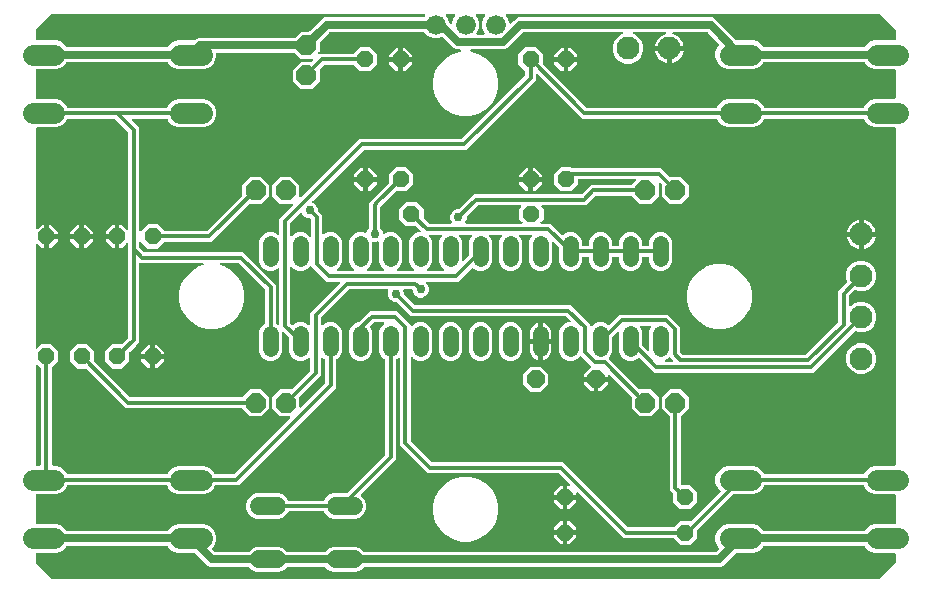
<source format=gtl>
G04 EAGLE Gerber RS-274X export*
G75*
%MOMM*%
%FSLAX34Y34*%
%LPD*%
%INTop Copper*%
%IPPOS*%
%AMOC8*
5,1,8,0,0,1.08239X$1,22.5*%
G01*
%ADD10C,1.320800*%
%ADD11C,1.950000*%
%ADD12P,1.814519X8X202.500000*%
%ADD13P,1.814519X8X22.500000*%
%ADD14P,1.814519X8X292.500000*%
%ADD15P,1.547818X8X112.500000*%
%ADD16P,1.547818X8X292.500000*%
%ADD17C,1.790700*%
%ADD18C,1.676400*%
%ADD19P,1.547818X8X22.500000*%
%ADD20P,1.623585X8X22.500000*%
%ADD21C,1.524000*%
%ADD22C,0.635000*%
%ADD23C,0.914400*%
%ADD24C,0.304800*%
%ADD25C,0.762000*%

G36*
X190685Y33631D02*
X190685Y33631D01*
X190781Y33636D01*
X190824Y33651D01*
X190869Y33658D01*
X190957Y33697D01*
X191048Y33729D01*
X191082Y33754D01*
X191126Y33774D01*
X191223Y33857D01*
X191297Y33910D01*
X193825Y36439D01*
X197746Y38063D01*
X217230Y38063D01*
X221151Y36439D01*
X223679Y33910D01*
X223756Y33853D01*
X223828Y33788D01*
X223869Y33768D01*
X223905Y33741D01*
X223995Y33707D01*
X224081Y33665D01*
X224124Y33659D01*
X224169Y33642D01*
X224297Y33632D01*
X224386Y33618D01*
X255614Y33618D01*
X255709Y33631D01*
X255805Y33636D01*
X255848Y33651D01*
X255893Y33658D01*
X255981Y33697D01*
X256072Y33729D01*
X256106Y33754D01*
X256150Y33774D01*
X256247Y33857D01*
X256321Y33910D01*
X258849Y36439D01*
X262770Y38063D01*
X282254Y38063D01*
X286175Y36439D01*
X288703Y33910D01*
X288780Y33853D01*
X288852Y33788D01*
X288893Y33768D01*
X288929Y33741D01*
X289019Y33707D01*
X289105Y33665D01*
X289148Y33659D01*
X289193Y33642D01*
X289321Y33632D01*
X289410Y33618D01*
X586810Y33618D01*
X586905Y33631D01*
X587001Y33636D01*
X587044Y33651D01*
X587089Y33658D01*
X587177Y33697D01*
X587268Y33729D01*
X587302Y33754D01*
X587346Y33774D01*
X587444Y33857D01*
X587517Y33910D01*
X589445Y35839D01*
X589483Y35890D01*
X589530Y35935D01*
X589568Y36002D01*
X589614Y36064D01*
X589637Y36124D01*
X589669Y36180D01*
X589686Y36256D01*
X589714Y36328D01*
X589719Y36392D01*
X589734Y36455D01*
X589730Y36532D01*
X589736Y36609D01*
X589722Y36672D01*
X589719Y36736D01*
X589694Y36810D01*
X589678Y36885D01*
X589648Y36942D01*
X589627Y37003D01*
X589585Y37059D01*
X589546Y37134D01*
X589486Y37195D01*
X589445Y37252D01*
X588388Y38309D01*
X586560Y42721D01*
X586560Y47495D01*
X588388Y51907D01*
X591764Y55283D01*
X596175Y57110D01*
X618857Y57110D01*
X623268Y55283D01*
X626658Y51893D01*
X626704Y51819D01*
X626771Y51706D01*
X626778Y51699D01*
X626783Y51691D01*
X626881Y51603D01*
X626976Y51513D01*
X626985Y51509D01*
X626992Y51502D01*
X627111Y51445D01*
X627228Y51385D01*
X627237Y51383D01*
X627246Y51379D01*
X627322Y51367D01*
X627505Y51333D01*
X627529Y51335D01*
X627550Y51332D01*
X712450Y51332D01*
X712459Y51333D01*
X712468Y51332D01*
X712598Y51353D01*
X712729Y51372D01*
X712738Y51375D01*
X712747Y51377D01*
X712866Y51434D01*
X712986Y51488D01*
X712993Y51494D01*
X713002Y51498D01*
X713100Y51586D01*
X713200Y51671D01*
X713205Y51679D01*
X713212Y51685D01*
X713252Y51751D01*
X713352Y51903D01*
X716732Y55283D01*
X721143Y57110D01*
X738078Y57110D01*
X738142Y57119D01*
X738206Y57118D01*
X738281Y57139D01*
X738357Y57150D01*
X738416Y57176D01*
X738478Y57194D01*
X738544Y57234D01*
X738614Y57266D01*
X738663Y57308D01*
X738718Y57342D01*
X738770Y57399D01*
X738828Y57450D01*
X738864Y57503D01*
X738907Y57551D01*
X738940Y57621D01*
X738983Y57686D01*
X739002Y57747D01*
X739030Y57805D01*
X739041Y57874D01*
X739065Y57955D01*
X739066Y58040D01*
X739077Y58109D01*
X739077Y81891D01*
X739068Y81952D01*
X739069Y81997D01*
X739069Y81998D01*
X739069Y82018D01*
X739048Y82093D01*
X739037Y82170D01*
X739011Y82228D01*
X738994Y82290D01*
X738953Y82356D01*
X738921Y82427D01*
X738879Y82475D01*
X738846Y82530D01*
X738788Y82582D01*
X738738Y82641D01*
X738684Y82676D01*
X738636Y82719D01*
X738567Y82753D01*
X738502Y82795D01*
X738440Y82814D01*
X738383Y82842D01*
X738313Y82853D01*
X738232Y82878D01*
X738147Y82879D01*
X738078Y82890D01*
X721143Y82890D01*
X716732Y84717D01*
X713356Y88093D01*
X712689Y89702D01*
X712684Y89711D01*
X712682Y89720D01*
X712612Y89832D01*
X712545Y89945D01*
X712538Y89952D01*
X712533Y89960D01*
X712435Y90048D01*
X712340Y90138D01*
X712331Y90142D01*
X712324Y90149D01*
X712205Y90206D01*
X712088Y90266D01*
X712079Y90268D01*
X712070Y90272D01*
X711994Y90284D01*
X711811Y90318D01*
X711787Y90316D01*
X711766Y90319D01*
X628234Y90319D01*
X628225Y90318D01*
X628215Y90319D01*
X628085Y90298D01*
X627955Y90279D01*
X627946Y90276D01*
X627937Y90274D01*
X627818Y90217D01*
X627698Y90163D01*
X627691Y90157D01*
X627682Y90153D01*
X627584Y90065D01*
X627484Y89980D01*
X627479Y89972D01*
X627472Y89966D01*
X627432Y89900D01*
X627329Y89744D01*
X627322Y89721D01*
X627311Y89702D01*
X626644Y88093D01*
X623268Y84717D01*
X618857Y82890D01*
X602395Y82890D01*
X602300Y82876D01*
X602203Y82871D01*
X602160Y82856D01*
X602115Y82850D01*
X602028Y82810D01*
X601937Y82779D01*
X601903Y82754D01*
X601858Y82734D01*
X601761Y82650D01*
X601688Y82597D01*
X571291Y52201D01*
X571234Y52124D01*
X571169Y52052D01*
X571149Y52011D01*
X571122Y51975D01*
X571088Y51885D01*
X571046Y51799D01*
X571040Y51757D01*
X571023Y51711D01*
X571013Y51583D01*
X570999Y51494D01*
X570999Y45776D01*
X565024Y39801D01*
X556576Y39801D01*
X551242Y45135D01*
X551165Y45192D01*
X551094Y45257D01*
X551053Y45277D01*
X551017Y45304D01*
X550927Y45338D01*
X550840Y45380D01*
X550798Y45386D01*
X550753Y45403D01*
X550625Y45413D01*
X550536Y45427D01*
X509106Y45427D01*
X470597Y83937D01*
X470571Y83956D01*
X470550Y83980D01*
X470458Y84040D01*
X470371Y84106D01*
X470341Y84117D01*
X470314Y84135D01*
X470209Y84167D01*
X470107Y84205D01*
X470075Y84208D01*
X470044Y84217D01*
X469935Y84219D01*
X469826Y84227D01*
X469794Y84221D01*
X469762Y84221D01*
X469657Y84192D01*
X469550Y84170D01*
X469521Y84155D01*
X469490Y84146D01*
X469397Y84088D01*
X469301Y84037D01*
X469278Y84015D01*
X469250Y83998D01*
X469177Y83917D01*
X469099Y83840D01*
X469083Y83812D01*
X469061Y83788D01*
X469014Y83690D01*
X468960Y83595D01*
X468952Y83564D01*
X468938Y83535D01*
X468924Y83445D01*
X468895Y83321D01*
X468897Y83272D01*
X468891Y83230D01*
X468891Y81999D01*
X461199Y81999D01*
X461199Y89691D01*
X462430Y89691D01*
X462462Y89695D01*
X462494Y89693D01*
X462601Y89715D01*
X462709Y89731D01*
X462739Y89744D01*
X462770Y89750D01*
X462867Y89802D01*
X462966Y89847D01*
X462991Y89868D01*
X463019Y89883D01*
X463097Y89959D01*
X463180Y90030D01*
X463198Y90057D01*
X463221Y90080D01*
X463275Y90175D01*
X463335Y90266D01*
X463344Y90297D01*
X463360Y90325D01*
X463385Y90432D01*
X463417Y90536D01*
X463418Y90568D01*
X463425Y90599D01*
X463420Y90709D01*
X463421Y90818D01*
X463413Y90849D01*
X463411Y90881D01*
X463375Y90984D01*
X463346Y91090D01*
X463329Y91117D01*
X463318Y91148D01*
X463265Y91221D01*
X463198Y91330D01*
X463162Y91362D01*
X463137Y91397D01*
X454399Y100135D01*
X454322Y100192D01*
X454250Y100257D01*
X454209Y100277D01*
X454173Y100304D01*
X454083Y100338D01*
X453997Y100380D01*
X453955Y100386D01*
X453909Y100403D01*
X453781Y100413D01*
X453692Y100427D01*
X343106Y100427D01*
X319427Y124106D01*
X319427Y197160D01*
X319423Y197192D01*
X319425Y197224D01*
X319403Y197331D01*
X319387Y197439D01*
X319374Y197468D01*
X319368Y197500D01*
X319316Y197597D01*
X319271Y197696D01*
X319250Y197720D01*
X319235Y197749D01*
X319159Y197827D01*
X319088Y197910D01*
X319061Y197928D01*
X319038Y197951D01*
X318943Y198005D01*
X318852Y198065D01*
X318821Y198074D01*
X318793Y198090D01*
X318687Y198115D01*
X318582Y198147D01*
X318550Y198148D01*
X318519Y198155D01*
X318409Y198149D01*
X318300Y198151D01*
X318269Y198142D01*
X318237Y198141D01*
X318134Y198105D01*
X318028Y198076D01*
X318001Y198059D01*
X317970Y198048D01*
X317897Y197995D01*
X317788Y197928D01*
X317756Y197892D01*
X317721Y197866D01*
X316968Y197113D01*
X316690Y196998D01*
X316681Y196993D01*
X316672Y196990D01*
X316560Y196921D01*
X316447Y196854D01*
X316440Y196847D01*
X316432Y196842D01*
X316344Y196744D01*
X316254Y196648D01*
X316250Y196640D01*
X316243Y196633D01*
X316186Y196514D01*
X316126Y196397D01*
X316124Y196387D01*
X316120Y196379D01*
X316108Y196303D01*
X316074Y196120D01*
X316076Y196096D01*
X316073Y196074D01*
X316073Y112212D01*
X286550Y82689D01*
X286511Y82638D01*
X286465Y82593D01*
X286427Y82525D01*
X286381Y82464D01*
X286358Y82403D01*
X286326Y82347D01*
X286308Y82272D01*
X286281Y82200D01*
X286276Y82136D01*
X286261Y82073D01*
X286265Y81996D01*
X286259Y81918D01*
X286272Y81856D01*
X286276Y81791D01*
X286301Y81718D01*
X286317Y81642D01*
X286347Y81586D01*
X286368Y81525D01*
X286410Y81468D01*
X286449Y81393D01*
X286509Y81333D01*
X286550Y81276D01*
X289177Y78649D01*
X290801Y74728D01*
X290801Y70484D01*
X289176Y66563D01*
X286175Y63562D01*
X282254Y61937D01*
X262770Y61937D01*
X258849Y63562D01*
X255847Y66563D01*
X255494Y67416D01*
X255489Y67425D01*
X255487Y67434D01*
X255417Y67546D01*
X255350Y67659D01*
X255343Y67666D01*
X255338Y67674D01*
X255241Y67762D01*
X255145Y67852D01*
X255136Y67856D01*
X255129Y67863D01*
X255011Y67920D01*
X254893Y67980D01*
X254884Y67982D01*
X254875Y67986D01*
X254799Y67998D01*
X254616Y68032D01*
X254592Y68030D01*
X254571Y68033D01*
X225429Y68033D01*
X225420Y68032D01*
X225411Y68033D01*
X225280Y68012D01*
X225150Y67993D01*
X225142Y67990D01*
X225132Y67988D01*
X225013Y67931D01*
X224893Y67877D01*
X224886Y67871D01*
X224877Y67867D01*
X224779Y67779D01*
X224679Y67694D01*
X224674Y67686D01*
X224667Y67680D01*
X224626Y67614D01*
X224524Y67458D01*
X224517Y67435D01*
X224506Y67416D01*
X224153Y66563D01*
X221151Y63562D01*
X217230Y61937D01*
X197746Y61937D01*
X193825Y63562D01*
X190824Y66563D01*
X189199Y70484D01*
X189199Y74728D01*
X190824Y78649D01*
X193825Y81650D01*
X197746Y83275D01*
X217230Y83275D01*
X221151Y81650D01*
X224153Y78649D01*
X224506Y77796D01*
X224511Y77787D01*
X224513Y77778D01*
X224583Y77666D01*
X224650Y77553D01*
X224657Y77546D01*
X224662Y77538D01*
X224759Y77450D01*
X224855Y77360D01*
X224864Y77356D01*
X224871Y77349D01*
X224989Y77292D01*
X225107Y77232D01*
X225116Y77230D01*
X225125Y77226D01*
X225201Y77214D01*
X225384Y77180D01*
X225408Y77182D01*
X225429Y77179D01*
X254571Y77179D01*
X254580Y77180D01*
X254589Y77179D01*
X254720Y77200D01*
X254850Y77219D01*
X254858Y77222D01*
X254868Y77224D01*
X254987Y77281D01*
X255107Y77335D01*
X255114Y77341D01*
X255123Y77345D01*
X255221Y77433D01*
X255321Y77518D01*
X255326Y77526D01*
X255333Y77532D01*
X255374Y77598D01*
X255476Y77754D01*
X255483Y77777D01*
X255494Y77796D01*
X255847Y78649D01*
X258849Y81650D01*
X262770Y83275D01*
X273788Y83275D01*
X273883Y83288D01*
X273979Y83293D01*
X274022Y83308D01*
X274067Y83315D01*
X274155Y83354D01*
X274246Y83386D01*
X274280Y83411D01*
X274324Y83431D01*
X274421Y83514D01*
X274495Y83567D01*
X306635Y115707D01*
X306692Y115784D01*
X306757Y115856D01*
X306777Y115897D01*
X306804Y115933D01*
X306838Y116023D01*
X306880Y116109D01*
X306886Y116151D01*
X306903Y116197D01*
X306913Y116325D01*
X306927Y116414D01*
X306927Y196074D01*
X306926Y196084D01*
X306927Y196093D01*
X306906Y196223D01*
X306887Y196354D01*
X306884Y196362D01*
X306882Y196372D01*
X306825Y196491D01*
X306771Y196611D01*
X306765Y196618D01*
X306761Y196626D01*
X306673Y196725D01*
X306588Y196825D01*
X306580Y196830D01*
X306574Y196837D01*
X306508Y196877D01*
X306352Y196979D01*
X306329Y196986D01*
X306310Y196998D01*
X306032Y197113D01*
X303317Y199828D01*
X301847Y203376D01*
X301847Y220424D01*
X303317Y223972D01*
X306066Y226721D01*
X306086Y226747D01*
X306110Y226768D01*
X306170Y226860D01*
X306236Y226947D01*
X306247Y226977D01*
X306265Y227004D01*
X306297Y227109D01*
X306335Y227211D01*
X306338Y227243D01*
X306347Y227274D01*
X306349Y227383D01*
X306357Y227492D01*
X306350Y227524D01*
X306351Y227556D01*
X306322Y227661D01*
X306299Y227768D01*
X306284Y227797D01*
X306276Y227828D01*
X306218Y227921D01*
X306167Y228017D01*
X306144Y228040D01*
X306128Y228068D01*
X306046Y228141D01*
X305970Y228219D01*
X305942Y228235D01*
X305918Y228257D01*
X305820Y228304D01*
X305725Y228358D01*
X305693Y228366D01*
X305664Y228380D01*
X305575Y228394D01*
X305450Y228423D01*
X305402Y228421D01*
X305360Y228427D01*
X298308Y228427D01*
X298213Y228414D01*
X298117Y228409D01*
X298074Y228394D01*
X298029Y228387D01*
X297941Y228348D01*
X297850Y228316D01*
X297816Y228291D01*
X297772Y228271D01*
X297675Y228188D01*
X297601Y228135D01*
X294508Y225041D01*
X294502Y225034D01*
X294495Y225028D01*
X294418Y224921D01*
X294339Y224816D01*
X294335Y224807D01*
X294330Y224799D01*
X294286Y224675D01*
X294239Y224552D01*
X294238Y224542D01*
X294235Y224533D01*
X294228Y224402D01*
X294217Y224270D01*
X294219Y224261D01*
X294219Y224252D01*
X294237Y224176D01*
X294275Y223994D01*
X294286Y223973D01*
X294291Y223952D01*
X295753Y220424D01*
X295753Y203376D01*
X294283Y199828D01*
X291568Y197113D01*
X288020Y195643D01*
X284180Y195643D01*
X280632Y197113D01*
X277917Y199828D01*
X276447Y203376D01*
X276447Y220424D01*
X277917Y223972D01*
X280632Y226687D01*
X284180Y228157D01*
X284276Y228157D01*
X284371Y228170D01*
X284467Y228175D01*
X284510Y228190D01*
X284555Y228197D01*
X284643Y228236D01*
X284734Y228268D01*
X284768Y228293D01*
X284812Y228313D01*
X284909Y228396D01*
X284983Y228449D01*
X294106Y237573D01*
X316894Y237573D01*
X328701Y225766D01*
X328729Y225704D01*
X328750Y225679D01*
X328765Y225651D01*
X328841Y225573D01*
X328912Y225490D01*
X328939Y225472D01*
X328962Y225449D01*
X329057Y225395D01*
X329148Y225335D01*
X329179Y225326D01*
X329207Y225310D01*
X329313Y225285D01*
X329418Y225253D01*
X329450Y225252D01*
X329481Y225245D01*
X329591Y225251D01*
X329700Y225249D01*
X329731Y225258D01*
X329763Y225259D01*
X329866Y225295D01*
X329972Y225324D01*
X329999Y225341D01*
X330030Y225352D01*
X330103Y225405D01*
X330212Y225472D01*
X330244Y225508D01*
X330279Y225534D01*
X331432Y226687D01*
X334980Y228157D01*
X338820Y228157D01*
X342368Y226687D01*
X345083Y223972D01*
X346553Y220424D01*
X346553Y203376D01*
X345083Y199828D01*
X342368Y197113D01*
X338820Y195643D01*
X334980Y195643D01*
X331432Y197113D01*
X330279Y198266D01*
X330253Y198286D01*
X330232Y198310D01*
X330140Y198370D01*
X330053Y198436D01*
X330023Y198447D01*
X329996Y198465D01*
X329891Y198497D01*
X329789Y198535D01*
X329757Y198538D01*
X329726Y198547D01*
X329617Y198549D01*
X329508Y198557D01*
X329476Y198550D01*
X329444Y198551D01*
X329339Y198522D01*
X329232Y198499D01*
X329203Y198484D01*
X329172Y198476D01*
X329079Y198418D01*
X328983Y198367D01*
X328960Y198344D01*
X328932Y198328D01*
X328859Y198247D01*
X328781Y198170D01*
X328765Y198142D01*
X328743Y198118D01*
X328696Y198020D01*
X328642Y197925D01*
X328634Y197893D01*
X328620Y197864D01*
X328606Y197775D01*
X328577Y197650D01*
X328579Y197602D01*
X328573Y197560D01*
X328573Y128308D01*
X328586Y128213D01*
X328591Y128117D01*
X328606Y128074D01*
X328613Y128029D01*
X328652Y127941D01*
X328684Y127850D01*
X328709Y127816D01*
X328729Y127772D01*
X328812Y127675D01*
X328865Y127601D01*
X346601Y109865D01*
X346678Y109808D01*
X346750Y109743D01*
X346791Y109723D01*
X346827Y109696D01*
X346917Y109662D01*
X347003Y109620D01*
X347045Y109614D01*
X347091Y109597D01*
X347219Y109587D01*
X347308Y109573D01*
X457894Y109573D01*
X512601Y54865D01*
X512678Y54808D01*
X512750Y54743D01*
X512791Y54723D01*
X512827Y54696D01*
X512917Y54662D01*
X513003Y54620D01*
X513045Y54614D01*
X513091Y54597D01*
X513219Y54587D01*
X513308Y54573D01*
X550536Y54573D01*
X550631Y54586D01*
X550727Y54591D01*
X550770Y54606D01*
X550815Y54613D01*
X550902Y54652D01*
X550993Y54684D01*
X551028Y54709D01*
X551072Y54729D01*
X551169Y54812D01*
X551242Y54865D01*
X556576Y60199D01*
X565037Y60199D01*
X565080Y60155D01*
X565147Y60117D01*
X565209Y60070D01*
X565269Y60048D01*
X565325Y60016D01*
X565401Y59998D01*
X565473Y59971D01*
X565537Y59966D01*
X565600Y59951D01*
X565677Y59955D01*
X565754Y59949D01*
X565817Y59962D01*
X565881Y59965D01*
X565955Y59991D01*
X566030Y60007D01*
X566087Y60037D01*
X566148Y60058D01*
X566204Y60099D01*
X566279Y60139D01*
X566340Y60198D01*
X566397Y60240D01*
X590612Y84455D01*
X590651Y84507D01*
X590697Y84551D01*
X590735Y84619D01*
X590782Y84681D01*
X590804Y84741D01*
X590836Y84797D01*
X590854Y84872D01*
X590881Y84945D01*
X590886Y85009D01*
X590901Y85071D01*
X590897Y85149D01*
X590903Y85226D01*
X590890Y85289D01*
X590887Y85353D01*
X590861Y85426D01*
X590845Y85502D01*
X590815Y85559D01*
X590794Y85619D01*
X590753Y85676D01*
X590713Y85751D01*
X590654Y85812D01*
X590612Y85868D01*
X588387Y88093D01*
X586560Y92505D01*
X586560Y97279D01*
X588388Y101691D01*
X591764Y105067D01*
X596175Y106894D01*
X618857Y106894D01*
X623268Y105067D01*
X626644Y101691D01*
X627311Y100082D01*
X627316Y100073D01*
X627318Y100064D01*
X627388Y99952D01*
X627455Y99839D01*
X627462Y99832D01*
X627467Y99824D01*
X627565Y99736D01*
X627660Y99646D01*
X627669Y99642D01*
X627676Y99635D01*
X627795Y99578D01*
X627912Y99518D01*
X627921Y99516D01*
X627930Y99512D01*
X628006Y99500D01*
X628189Y99466D01*
X628213Y99468D01*
X628234Y99465D01*
X711766Y99465D01*
X711775Y99466D01*
X711785Y99465D01*
X711915Y99486D01*
X712045Y99505D01*
X712054Y99508D01*
X712063Y99510D01*
X712182Y99567D01*
X712302Y99621D01*
X712309Y99627D01*
X712318Y99631D01*
X712416Y99719D01*
X712516Y99804D01*
X712521Y99812D01*
X712528Y99818D01*
X712568Y99884D01*
X712671Y100040D01*
X712678Y100063D01*
X712689Y100082D01*
X713356Y101691D01*
X716732Y105067D01*
X721143Y106894D01*
X738078Y106894D01*
X738142Y106903D01*
X738206Y106902D01*
X738281Y106923D01*
X738357Y106934D01*
X738416Y106960D01*
X738478Y106978D01*
X738544Y107018D01*
X738614Y107050D01*
X738663Y107092D01*
X738718Y107126D01*
X738770Y107183D01*
X738828Y107234D01*
X738864Y107287D01*
X738907Y107335D01*
X738940Y107405D01*
X738983Y107470D01*
X739002Y107531D01*
X739030Y107589D01*
X739041Y107658D01*
X739065Y107739D01*
X739066Y107824D01*
X739077Y107893D01*
X739077Y392107D01*
X739068Y392170D01*
X739069Y392234D01*
X739048Y392309D01*
X739037Y392386D01*
X739011Y392444D01*
X738994Y392506D01*
X738953Y392572D01*
X738921Y392643D01*
X738879Y392691D01*
X738846Y392746D01*
X738788Y392798D01*
X738738Y392857D01*
X738684Y392892D01*
X738636Y392935D01*
X738567Y392969D01*
X738502Y393011D01*
X738440Y393030D01*
X738383Y393058D01*
X738313Y393069D01*
X738232Y393094D01*
X738147Y393095D01*
X738078Y393106D01*
X721143Y393106D01*
X716732Y394933D01*
X713356Y398309D01*
X712689Y399918D01*
X712684Y399927D01*
X712682Y399936D01*
X712612Y400048D01*
X712545Y400161D01*
X712538Y400168D01*
X712533Y400176D01*
X712435Y400264D01*
X712340Y400354D01*
X712331Y400358D01*
X712324Y400365D01*
X712205Y400422D01*
X712088Y400482D01*
X712079Y400484D01*
X712070Y400488D01*
X711994Y400500D01*
X711811Y400534D01*
X711787Y400532D01*
X711766Y400535D01*
X628234Y400535D01*
X628225Y400534D01*
X628215Y400535D01*
X628085Y400514D01*
X627955Y400495D01*
X627946Y400492D01*
X627937Y400490D01*
X627818Y400433D01*
X627698Y400379D01*
X627691Y400373D01*
X627682Y400369D01*
X627584Y400281D01*
X627484Y400196D01*
X627479Y400188D01*
X627472Y400182D01*
X627432Y400116D01*
X627329Y399960D01*
X627322Y399937D01*
X627311Y399918D01*
X626644Y398309D01*
X623268Y394933D01*
X618857Y393106D01*
X596175Y393106D01*
X591764Y394933D01*
X588388Y398309D01*
X587721Y399918D01*
X587716Y399927D01*
X587714Y399936D01*
X587644Y400048D01*
X587577Y400161D01*
X587570Y400168D01*
X587565Y400176D01*
X587467Y400264D01*
X587372Y400354D01*
X587363Y400358D01*
X587356Y400365D01*
X587237Y400422D01*
X587120Y400482D01*
X587111Y400484D01*
X587102Y400488D01*
X587026Y400500D01*
X586843Y400534D01*
X586819Y400532D01*
X586798Y400535D01*
X473798Y400535D01*
X436279Y438055D01*
X436253Y438074D01*
X436232Y438098D01*
X436140Y438158D01*
X436053Y438224D01*
X436023Y438235D01*
X435996Y438253D01*
X435891Y438285D01*
X435789Y438323D01*
X435757Y438326D01*
X435726Y438335D01*
X435617Y438337D01*
X435508Y438345D01*
X435476Y438339D01*
X435444Y438339D01*
X435339Y438310D01*
X435232Y438288D01*
X435203Y438273D01*
X435172Y438264D01*
X435079Y438206D01*
X434983Y438155D01*
X434960Y438133D01*
X434932Y438116D01*
X434859Y438035D01*
X434781Y437958D01*
X434765Y437930D01*
X434743Y437906D01*
X434696Y437808D01*
X434642Y437713D01*
X434634Y437682D01*
X434620Y437653D01*
X434606Y437563D01*
X434577Y437439D01*
X434579Y437390D01*
X434573Y437348D01*
X434573Y433106D01*
X375894Y374427D01*
X289308Y374427D01*
X289213Y374414D01*
X289117Y374409D01*
X289074Y374394D01*
X289029Y374387D01*
X288941Y374348D01*
X288850Y374316D01*
X288816Y374291D01*
X288772Y374271D01*
X288675Y374188D01*
X288601Y374135D01*
X245425Y330958D01*
X245353Y330863D01*
X245278Y330771D01*
X245269Y330750D01*
X245255Y330732D01*
X245213Y330621D01*
X245167Y330512D01*
X245164Y330490D01*
X245156Y330468D01*
X245147Y330350D01*
X245132Y330232D01*
X245136Y330210D01*
X245134Y330187D01*
X245158Y330071D01*
X245177Y329954D01*
X245187Y329933D01*
X245192Y329911D01*
X245247Y329806D01*
X245298Y329699D01*
X245313Y329682D01*
X245324Y329662D01*
X245407Y329577D01*
X245486Y329489D01*
X245504Y329477D01*
X245521Y329460D01*
X245683Y329368D01*
X245749Y329328D01*
X246812Y328888D01*
X248742Y326958D01*
X249786Y324437D01*
X249786Y323095D01*
X249799Y323000D01*
X249804Y322904D01*
X249819Y322861D01*
X249826Y322816D01*
X249865Y322728D01*
X249897Y322637D01*
X249922Y322603D01*
X249942Y322559D01*
X250025Y322462D01*
X250078Y322388D01*
X253573Y318894D01*
X253573Y303640D01*
X253577Y303608D01*
X253575Y303576D01*
X253597Y303469D01*
X253613Y303361D01*
X253626Y303332D01*
X253632Y303300D01*
X253684Y303203D01*
X253729Y303104D01*
X253750Y303079D01*
X253765Y303051D01*
X253841Y302973D01*
X253912Y302890D01*
X253939Y302872D01*
X253962Y302849D01*
X254057Y302795D01*
X254148Y302735D01*
X254179Y302726D01*
X254207Y302710D01*
X254314Y302685D01*
X254418Y302653D01*
X254450Y302652D01*
X254482Y302645D01*
X254591Y302651D01*
X254700Y302649D01*
X254731Y302658D01*
X254763Y302659D01*
X254866Y302695D01*
X254972Y302724D01*
X254999Y302741D01*
X255030Y302752D01*
X255103Y302805D01*
X255212Y302872D01*
X255221Y302882D01*
X258780Y304357D01*
X262620Y304357D01*
X266168Y302887D01*
X268883Y300172D01*
X270353Y296624D01*
X270353Y279576D01*
X268883Y276028D01*
X266134Y273279D01*
X266114Y273253D01*
X266090Y273232D01*
X266030Y273140D01*
X265964Y273053D01*
X265953Y273023D01*
X265935Y272996D01*
X265903Y272891D01*
X265865Y272789D01*
X265862Y272757D01*
X265853Y272726D01*
X265851Y272617D01*
X265843Y272508D01*
X265850Y272476D01*
X265849Y272444D01*
X265878Y272339D01*
X265901Y272232D01*
X265916Y272203D01*
X265924Y272172D01*
X265982Y272079D01*
X266033Y271983D01*
X266056Y271960D01*
X266072Y271932D01*
X266154Y271859D01*
X266230Y271781D01*
X266258Y271765D01*
X266282Y271743D01*
X266380Y271696D01*
X266475Y271642D01*
X266507Y271634D01*
X266536Y271620D01*
X266625Y271606D01*
X266750Y271577D01*
X266798Y271579D01*
X266840Y271573D01*
X279960Y271573D01*
X279992Y271577D01*
X280024Y271575D01*
X280131Y271597D01*
X280239Y271613D01*
X280268Y271626D01*
X280300Y271632D01*
X280396Y271684D01*
X280496Y271729D01*
X280521Y271750D01*
X280549Y271765D01*
X280627Y271841D01*
X280710Y271912D01*
X280728Y271939D01*
X280751Y271962D01*
X280805Y272057D01*
X280865Y272148D01*
X280874Y272179D01*
X280890Y272207D01*
X280915Y272313D01*
X280947Y272418D01*
X280948Y272450D01*
X280955Y272481D01*
X280949Y272591D01*
X280951Y272700D01*
X280942Y272731D01*
X280941Y272763D01*
X280905Y272866D01*
X280876Y272972D01*
X280859Y272999D01*
X280848Y273030D01*
X280795Y273103D01*
X280728Y273212D01*
X280692Y273244D01*
X280666Y273279D01*
X277917Y276028D01*
X276447Y279576D01*
X276447Y296624D01*
X277917Y300172D01*
X280632Y302887D01*
X284180Y304357D01*
X288020Y304357D01*
X289760Y303636D01*
X289843Y303615D01*
X289881Y303599D01*
X289915Y303594D01*
X289988Y303572D01*
X290011Y303572D01*
X290033Y303566D01*
X290121Y303569D01*
X290161Y303564D01*
X290194Y303569D01*
X290270Y303568D01*
X290292Y303574D01*
X290315Y303575D01*
X290398Y303602D01*
X290439Y303609D01*
X290470Y303624D01*
X290542Y303644D01*
X290561Y303656D01*
X290583Y303663D01*
X290654Y303711D01*
X290694Y303730D01*
X290721Y303754D01*
X290782Y303792D01*
X290797Y303809D01*
X290816Y303821D01*
X290868Y303885D01*
X290905Y303917D01*
X290924Y303950D01*
X290971Y304001D01*
X290981Y304022D01*
X290995Y304039D01*
X291034Y304130D01*
X291065Y304181D01*
X292185Y306885D01*
X293135Y307834D01*
X293192Y307911D01*
X293257Y307983D01*
X293277Y308023D01*
X293304Y308060D01*
X293338Y308150D01*
X293380Y308236D01*
X293386Y308278D01*
X293403Y308324D01*
X293413Y308451D01*
X293427Y308541D01*
X293427Y329094D01*
X309509Y345175D01*
X309566Y345252D01*
X309631Y345324D01*
X309651Y345365D01*
X309678Y345401D01*
X309712Y345491D01*
X309754Y345577D01*
X309760Y345619D01*
X309777Y345665D01*
X309787Y345793D01*
X309801Y345882D01*
X309801Y353424D01*
X315776Y359399D01*
X324224Y359399D01*
X330199Y353424D01*
X330199Y344976D01*
X324224Y339001D01*
X316682Y339001D01*
X316587Y338988D01*
X316491Y338983D01*
X316448Y338968D01*
X316403Y338961D01*
X316315Y338922D01*
X316224Y338890D01*
X316190Y338865D01*
X316146Y338845D01*
X316049Y338762D01*
X315975Y338709D01*
X302865Y325599D01*
X302808Y325522D01*
X302743Y325450D01*
X302723Y325409D01*
X302696Y325373D01*
X302662Y325283D01*
X302620Y325197D01*
X302614Y325155D01*
X302597Y325109D01*
X302587Y324981D01*
X302573Y324892D01*
X302573Y308541D01*
X302586Y308446D01*
X302591Y308350D01*
X302606Y308307D01*
X302613Y308262D01*
X302652Y308174D01*
X302684Y308083D01*
X302709Y308049D01*
X302729Y308005D01*
X302812Y307907D01*
X302865Y307834D01*
X303815Y306885D01*
X304859Y304364D01*
X304859Y303897D01*
X304875Y303779D01*
X304887Y303661D01*
X304895Y303640D01*
X304899Y303617D01*
X304947Y303510D01*
X304991Y303399D01*
X305005Y303381D01*
X305015Y303360D01*
X305092Y303270D01*
X305165Y303177D01*
X305183Y303164D01*
X305198Y303146D01*
X305298Y303081D01*
X305394Y303012D01*
X305415Y303004D01*
X305434Y302992D01*
X305548Y302957D01*
X305659Y302917D01*
X305682Y302916D01*
X305704Y302909D01*
X305822Y302908D01*
X305941Y302901D01*
X305962Y302906D01*
X305986Y302906D01*
X306165Y302955D01*
X306240Y302973D01*
X309580Y304357D01*
X313420Y304357D01*
X316968Y302887D01*
X319683Y300172D01*
X321153Y296624D01*
X321153Y279576D01*
X319683Y276028D01*
X316934Y273279D01*
X316914Y273253D01*
X316890Y273232D01*
X316830Y273140D01*
X316764Y273053D01*
X316753Y273023D01*
X316735Y272996D01*
X316703Y272891D01*
X316665Y272789D01*
X316662Y272757D01*
X316653Y272726D01*
X316651Y272617D01*
X316643Y272508D01*
X316650Y272476D01*
X316649Y272444D01*
X316678Y272339D01*
X316701Y272232D01*
X316716Y272203D01*
X316724Y272172D01*
X316782Y272079D01*
X316833Y271983D01*
X316856Y271960D01*
X316872Y271932D01*
X316954Y271859D01*
X317030Y271781D01*
X317058Y271765D01*
X317082Y271743D01*
X317180Y271696D01*
X317275Y271642D01*
X317307Y271634D01*
X317336Y271620D01*
X317425Y271606D01*
X317550Y271577D01*
X317598Y271579D01*
X317640Y271573D01*
X330760Y271573D01*
X330792Y271577D01*
X330824Y271575D01*
X330931Y271597D01*
X331039Y271613D01*
X331068Y271626D01*
X331100Y271632D01*
X331196Y271684D01*
X331296Y271729D01*
X331321Y271750D01*
X331349Y271765D01*
X331427Y271841D01*
X331510Y271912D01*
X331528Y271939D01*
X331551Y271962D01*
X331605Y272057D01*
X331665Y272148D01*
X331674Y272179D01*
X331690Y272207D01*
X331715Y272313D01*
X331747Y272418D01*
X331748Y272450D01*
X331755Y272481D01*
X331749Y272591D01*
X331751Y272700D01*
X331742Y272731D01*
X331741Y272763D01*
X331705Y272866D01*
X331676Y272972D01*
X331659Y272999D01*
X331648Y273030D01*
X331595Y273103D01*
X331528Y273212D01*
X331492Y273244D01*
X331466Y273279D01*
X328717Y276028D01*
X327247Y279576D01*
X327247Y296624D01*
X328717Y300172D01*
X331432Y302887D01*
X334980Y304357D01*
X335964Y304357D01*
X335996Y304361D01*
X336028Y304359D01*
X336135Y304381D01*
X336243Y304397D01*
X336273Y304410D01*
X336304Y304416D01*
X336401Y304468D01*
X336500Y304513D01*
X336525Y304534D01*
X336553Y304549D01*
X336631Y304625D01*
X336714Y304696D01*
X336732Y304723D01*
X336755Y304746D01*
X336809Y304841D01*
X336869Y304932D01*
X336878Y304963D01*
X336894Y304991D01*
X336919Y305097D01*
X336951Y305202D01*
X336952Y305234D01*
X336959Y305265D01*
X336954Y305375D01*
X336955Y305484D01*
X336947Y305515D01*
X336945Y305547D01*
X336909Y305650D01*
X336880Y305756D01*
X336863Y305783D01*
X336852Y305814D01*
X336799Y305887D01*
X336732Y305996D01*
X336696Y306028D01*
X336671Y306063D01*
X333225Y309509D01*
X333148Y309566D01*
X333076Y309631D01*
X333035Y309651D01*
X332999Y309678D01*
X332909Y309712D01*
X332823Y309754D01*
X332781Y309760D01*
X332735Y309777D01*
X332607Y309787D01*
X332518Y309801D01*
X324976Y309801D01*
X319001Y315776D01*
X319001Y324224D01*
X324976Y330199D01*
X333424Y330199D01*
X339399Y324224D01*
X339399Y316682D01*
X339408Y316619D01*
X339407Y316565D01*
X339415Y316537D01*
X339417Y316491D01*
X339432Y316448D01*
X339439Y316403D01*
X339473Y316327D01*
X339482Y316294D01*
X339490Y316280D01*
X339510Y316224D01*
X339535Y316190D01*
X339555Y316146D01*
X339621Y316068D01*
X339630Y316054D01*
X339642Y316043D01*
X339691Y315975D01*
X343801Y311865D01*
X343878Y311808D01*
X343950Y311743D01*
X343991Y311723D01*
X344027Y311696D01*
X344117Y311662D01*
X344203Y311620D01*
X344245Y311614D01*
X344291Y311597D01*
X344419Y311587D01*
X344508Y311573D01*
X362329Y311573D01*
X362446Y311589D01*
X362564Y311601D01*
X362585Y311609D01*
X362608Y311613D01*
X362716Y311661D01*
X362826Y311705D01*
X362844Y311719D01*
X362865Y311729D01*
X362955Y311806D01*
X363048Y311879D01*
X363062Y311897D01*
X363079Y311912D01*
X363144Y312012D01*
X363213Y312108D01*
X363221Y312129D01*
X363234Y312148D01*
X363268Y312262D01*
X363308Y312373D01*
X363309Y312396D01*
X363316Y312418D01*
X363318Y312536D01*
X363325Y312655D01*
X363319Y312676D01*
X363320Y312700D01*
X363270Y312879D01*
X363252Y312954D01*
X362141Y315636D01*
X362141Y318364D01*
X363185Y320885D01*
X365115Y322815D01*
X367636Y323859D01*
X368978Y323859D01*
X369073Y323872D01*
X369169Y323877D01*
X369212Y323892D01*
X369257Y323899D01*
X369345Y323938D01*
X369436Y323970D01*
X369470Y323995D01*
X369514Y324015D01*
X369611Y324098D01*
X369685Y324151D01*
X382106Y336573D01*
X472692Y336573D01*
X472787Y336586D01*
X472883Y336591D01*
X472926Y336606D01*
X472971Y336613D01*
X473059Y336652D01*
X473150Y336684D01*
X473184Y336709D01*
X473228Y336729D01*
X473325Y336812D01*
X473399Y336865D01*
X481106Y344573D01*
X515293Y344573D01*
X515388Y344586D01*
X515484Y344591D01*
X515528Y344606D01*
X515573Y344613D01*
X515660Y344652D01*
X515751Y344684D01*
X515785Y344709D01*
X515829Y344729D01*
X515927Y344812D01*
X516000Y344865D01*
X518856Y347721D01*
X518875Y347747D01*
X518900Y347768D01*
X518960Y347860D01*
X519025Y347947D01*
X519037Y347977D01*
X519054Y348004D01*
X519086Y348109D01*
X519125Y348211D01*
X519127Y348243D01*
X519137Y348274D01*
X519138Y348383D01*
X519147Y348492D01*
X519140Y348524D01*
X519140Y348556D01*
X519111Y348661D01*
X519089Y348768D01*
X519074Y348797D01*
X519065Y348828D01*
X519008Y348921D01*
X518957Y349017D01*
X518934Y349040D01*
X518917Y349068D01*
X518836Y349141D01*
X518760Y349219D01*
X518732Y349235D01*
X518708Y349257D01*
X518609Y349304D01*
X518514Y349358D01*
X518483Y349366D01*
X518454Y349380D01*
X518365Y349394D01*
X518240Y349423D01*
X518191Y349421D01*
X518149Y349427D01*
X471198Y349427D01*
X471134Y349418D01*
X471070Y349419D01*
X470995Y349398D01*
X470919Y349387D01*
X470860Y349361D01*
X470798Y349344D01*
X470732Y349303D01*
X470662Y349271D01*
X470613Y349229D01*
X470558Y349196D01*
X470506Y349138D01*
X470448Y349088D01*
X470412Y349034D01*
X470369Y348986D01*
X470336Y348917D01*
X470293Y348852D01*
X470274Y348790D01*
X470246Y348733D01*
X470235Y348663D01*
X470211Y348582D01*
X470210Y348497D01*
X470199Y348428D01*
X470199Y344976D01*
X464224Y339001D01*
X455776Y339001D01*
X449801Y344976D01*
X449801Y353424D01*
X455776Y359399D01*
X464224Y359399D01*
X464758Y358865D01*
X464835Y358808D01*
X464906Y358743D01*
X464947Y358723D01*
X464983Y358696D01*
X465073Y358662D01*
X465160Y358620D01*
X465202Y358614D01*
X465247Y358597D01*
X465375Y358587D01*
X465464Y358573D01*
X540594Y358573D01*
X543565Y355602D01*
X543565Y355601D01*
X547443Y351723D01*
X547520Y351666D01*
X547592Y351601D01*
X547633Y351581D01*
X547669Y351554D01*
X547759Y351520D01*
X547845Y351478D01*
X547887Y351472D01*
X547933Y351455D01*
X548060Y351445D01*
X548150Y351431D01*
X557435Y351431D01*
X564131Y344735D01*
X564131Y335265D01*
X557435Y328569D01*
X547965Y328569D01*
X541269Y335265D01*
X541269Y344550D01*
X541256Y344645D01*
X541251Y344741D01*
X541236Y344784D01*
X541229Y344829D01*
X541190Y344917D01*
X541158Y345008D01*
X541133Y345042D01*
X541113Y345086D01*
X541030Y345184D01*
X540977Y345257D01*
X540437Y345797D01*
X540411Y345816D01*
X540390Y345840D01*
X540298Y345900D01*
X540211Y345966D01*
X540181Y345977D01*
X540154Y345995D01*
X540049Y346027D01*
X539947Y346065D01*
X539915Y346068D01*
X539884Y346077D01*
X539775Y346079D01*
X539666Y346087D01*
X539634Y346081D01*
X539602Y346081D01*
X539497Y346052D01*
X539390Y346030D01*
X539361Y346015D01*
X539330Y346006D01*
X539237Y345948D01*
X539141Y345897D01*
X539118Y345875D01*
X539090Y345858D01*
X539017Y345777D01*
X538939Y345700D01*
X538923Y345672D01*
X538901Y345648D01*
X538854Y345550D01*
X538800Y345455D01*
X538792Y345424D01*
X538778Y345395D01*
X538764Y345305D01*
X538735Y345181D01*
X538737Y345132D01*
X538731Y345090D01*
X538731Y335265D01*
X532035Y328569D01*
X522565Y328569D01*
X516000Y335135D01*
X515923Y335192D01*
X515852Y335257D01*
X515811Y335277D01*
X515774Y335304D01*
X515684Y335338D01*
X515598Y335380D01*
X515556Y335386D01*
X515510Y335403D01*
X515383Y335413D01*
X515293Y335427D01*
X485308Y335427D01*
X485213Y335414D01*
X485117Y335409D01*
X485074Y335394D01*
X485029Y335387D01*
X484941Y335348D01*
X484850Y335316D01*
X484816Y335291D01*
X484772Y335271D01*
X484675Y335188D01*
X484601Y335135D01*
X476894Y327427D01*
X440208Y327427D01*
X440176Y327423D01*
X440144Y327425D01*
X440037Y327403D01*
X439929Y327387D01*
X439900Y327374D01*
X439868Y327368D01*
X439772Y327316D01*
X439672Y327271D01*
X439648Y327250D01*
X439619Y327235D01*
X439541Y327159D01*
X439458Y327088D01*
X439440Y327061D01*
X439417Y327038D01*
X439363Y326943D01*
X439303Y326852D01*
X439294Y326821D01*
X439278Y326793D01*
X439253Y326687D01*
X439221Y326582D01*
X439221Y326550D01*
X439213Y326519D01*
X439219Y326409D01*
X439217Y326300D01*
X439226Y326269D01*
X439228Y326237D01*
X439263Y326134D01*
X439292Y326028D01*
X439309Y326001D01*
X439320Y325970D01*
X439373Y325897D01*
X439441Y325788D01*
X439477Y325756D01*
X439502Y325721D01*
X440999Y324224D01*
X440999Y315776D01*
X438502Y313279D01*
X438482Y313253D01*
X438458Y313232D01*
X438398Y313140D01*
X438332Y313053D01*
X438321Y313023D01*
X438303Y312996D01*
X438271Y312891D01*
X438233Y312789D01*
X438230Y312757D01*
X438221Y312726D01*
X438220Y312617D01*
X438211Y312508D01*
X438218Y312476D01*
X438217Y312444D01*
X438246Y312339D01*
X438269Y312232D01*
X438284Y312203D01*
X438292Y312172D01*
X438350Y312079D01*
X438401Y311983D01*
X438424Y311960D01*
X438441Y311932D01*
X438522Y311859D01*
X438598Y311781D01*
X438626Y311765D01*
X438650Y311743D01*
X438748Y311696D01*
X438843Y311642D01*
X438875Y311634D01*
X438904Y311620D01*
X438993Y311606D01*
X439118Y311577D01*
X439166Y311579D01*
X439208Y311573D01*
X446894Y311573D01*
X456299Y302168D01*
X456351Y302129D01*
X456396Y302083D01*
X456463Y302045D01*
X456525Y301998D01*
X456585Y301976D01*
X456641Y301944D01*
X456716Y301926D01*
X456789Y301899D01*
X456853Y301894D01*
X456915Y301879D01*
X456993Y301883D01*
X457070Y301877D01*
X457133Y301890D01*
X457197Y301893D01*
X457270Y301919D01*
X457346Y301935D01*
X457403Y301965D01*
X457464Y301986D01*
X457520Y302027D01*
X457595Y302067D01*
X457656Y302126D01*
X457713Y302168D01*
X458432Y302887D01*
X461980Y304357D01*
X465820Y304357D01*
X469368Y302887D01*
X472083Y300172D01*
X473553Y296624D01*
X473553Y293672D01*
X473561Y293612D01*
X473561Y293583D01*
X473561Y293581D01*
X473561Y293544D01*
X473582Y293469D01*
X473593Y293393D01*
X473619Y293334D01*
X473636Y293272D01*
X473677Y293206D01*
X473709Y293136D01*
X473751Y293087D01*
X473784Y293032D01*
X473842Y292980D01*
X473892Y292922D01*
X473946Y292886D01*
X473994Y292843D01*
X474063Y292810D01*
X474128Y292767D01*
X474190Y292748D01*
X474247Y292720D01*
X474317Y292709D01*
X474398Y292685D01*
X474483Y292684D01*
X474552Y292673D01*
X478648Y292673D01*
X478712Y292682D01*
X478776Y292681D01*
X478851Y292702D01*
X478927Y292713D01*
X478986Y292739D01*
X479048Y292756D01*
X479114Y292797D01*
X479184Y292829D01*
X479233Y292871D01*
X479288Y292904D01*
X479340Y292962D01*
X479398Y293012D01*
X479434Y293066D01*
X479477Y293114D01*
X479510Y293183D01*
X479553Y293248D01*
X479572Y293310D01*
X479600Y293367D01*
X479611Y293437D01*
X479635Y293518D01*
X479636Y293603D01*
X479647Y293672D01*
X479647Y296624D01*
X481117Y300172D01*
X483832Y302887D01*
X487380Y304357D01*
X491220Y304357D01*
X494768Y302887D01*
X497483Y300172D01*
X498953Y296624D01*
X498953Y293672D01*
X498961Y293612D01*
X498961Y293583D01*
X498961Y293581D01*
X498961Y293544D01*
X498982Y293469D01*
X498993Y293393D01*
X499019Y293334D01*
X499036Y293272D01*
X499077Y293206D01*
X499109Y293136D01*
X499151Y293087D01*
X499184Y293032D01*
X499242Y292980D01*
X499292Y292922D01*
X499346Y292886D01*
X499394Y292843D01*
X499463Y292810D01*
X499528Y292767D01*
X499590Y292748D01*
X499647Y292720D01*
X499717Y292709D01*
X499798Y292685D01*
X499883Y292684D01*
X499952Y292673D01*
X504048Y292673D01*
X504112Y292682D01*
X504176Y292681D01*
X504251Y292702D01*
X504327Y292713D01*
X504386Y292739D01*
X504448Y292756D01*
X504514Y292797D01*
X504584Y292829D01*
X504633Y292871D01*
X504688Y292904D01*
X504740Y292962D01*
X504798Y293012D01*
X504834Y293066D01*
X504877Y293114D01*
X504910Y293183D01*
X504953Y293248D01*
X504972Y293310D01*
X505000Y293367D01*
X505011Y293437D01*
X505035Y293518D01*
X505036Y293603D01*
X505047Y293672D01*
X505047Y296624D01*
X506517Y300172D01*
X509232Y302887D01*
X512780Y304357D01*
X516620Y304357D01*
X520168Y302887D01*
X522883Y300172D01*
X524353Y296624D01*
X524353Y293672D01*
X524361Y293612D01*
X524361Y293583D01*
X524361Y293581D01*
X524361Y293544D01*
X524382Y293469D01*
X524393Y293393D01*
X524419Y293334D01*
X524436Y293272D01*
X524477Y293206D01*
X524509Y293136D01*
X524551Y293087D01*
X524584Y293032D01*
X524642Y292980D01*
X524692Y292922D01*
X524746Y292886D01*
X524794Y292843D01*
X524863Y292810D01*
X524928Y292767D01*
X524990Y292748D01*
X525047Y292720D01*
X525117Y292709D01*
X525198Y292685D01*
X525283Y292684D01*
X525352Y292673D01*
X529448Y292673D01*
X529512Y292682D01*
X529576Y292681D01*
X529651Y292702D01*
X529727Y292713D01*
X529786Y292739D01*
X529848Y292756D01*
X529914Y292797D01*
X529984Y292829D01*
X530033Y292871D01*
X530088Y292904D01*
X530140Y292962D01*
X530198Y293012D01*
X530234Y293066D01*
X530277Y293114D01*
X530310Y293183D01*
X530353Y293248D01*
X530372Y293310D01*
X530400Y293367D01*
X530411Y293437D01*
X530435Y293518D01*
X530436Y293603D01*
X530447Y293672D01*
X530447Y296624D01*
X531917Y300172D01*
X534632Y302887D01*
X538180Y304357D01*
X542020Y304357D01*
X545568Y302887D01*
X548283Y300172D01*
X549753Y296624D01*
X549753Y279576D01*
X548283Y276028D01*
X545568Y273313D01*
X542020Y271843D01*
X538180Y271843D01*
X534632Y273313D01*
X531917Y276028D01*
X530447Y279576D01*
X530447Y282528D01*
X530438Y282592D01*
X530439Y282656D01*
X530418Y282731D01*
X530407Y282807D01*
X530381Y282866D01*
X530364Y282928D01*
X530323Y282994D01*
X530291Y283064D01*
X530249Y283113D01*
X530216Y283168D01*
X530158Y283220D01*
X530108Y283278D01*
X530054Y283314D01*
X530006Y283357D01*
X529937Y283390D01*
X529872Y283433D01*
X529810Y283452D01*
X529753Y283480D01*
X529683Y283491D01*
X529602Y283515D01*
X529517Y283516D01*
X529448Y283527D01*
X525352Y283527D01*
X525288Y283518D01*
X525224Y283519D01*
X525149Y283498D01*
X525073Y283487D01*
X525014Y283461D01*
X524952Y283444D01*
X524886Y283403D01*
X524816Y283371D01*
X524767Y283329D01*
X524712Y283296D01*
X524660Y283238D01*
X524602Y283188D01*
X524566Y283134D01*
X524523Y283086D01*
X524490Y283017D01*
X524447Y282952D01*
X524428Y282890D01*
X524400Y282833D01*
X524389Y282763D01*
X524365Y282682D01*
X524364Y282597D01*
X524353Y282528D01*
X524353Y279576D01*
X522883Y276028D01*
X520168Y273313D01*
X516620Y271843D01*
X512780Y271843D01*
X509232Y273313D01*
X506517Y276028D01*
X505047Y279576D01*
X505047Y282528D01*
X505038Y282592D01*
X505039Y282656D01*
X505018Y282731D01*
X505007Y282807D01*
X504981Y282866D01*
X504964Y282928D01*
X504923Y282994D01*
X504891Y283064D01*
X504849Y283113D01*
X504816Y283168D01*
X504758Y283220D01*
X504708Y283278D01*
X504654Y283314D01*
X504606Y283357D01*
X504537Y283390D01*
X504472Y283433D01*
X504410Y283452D01*
X504353Y283480D01*
X504283Y283491D01*
X504202Y283515D01*
X504117Y283516D01*
X504048Y283527D01*
X499952Y283527D01*
X499888Y283518D01*
X499824Y283519D01*
X499749Y283498D01*
X499673Y283487D01*
X499614Y283461D01*
X499552Y283444D01*
X499486Y283403D01*
X499416Y283371D01*
X499367Y283329D01*
X499312Y283296D01*
X499260Y283238D01*
X499202Y283188D01*
X499166Y283134D01*
X499123Y283086D01*
X499090Y283017D01*
X499047Y282952D01*
X499028Y282890D01*
X499000Y282833D01*
X498989Y282763D01*
X498965Y282682D01*
X498964Y282597D01*
X498953Y282528D01*
X498953Y279576D01*
X497483Y276028D01*
X494768Y273313D01*
X491220Y271843D01*
X487380Y271843D01*
X483832Y273313D01*
X481117Y276028D01*
X479647Y279576D01*
X479647Y282528D01*
X479638Y282592D01*
X479639Y282656D01*
X479618Y282731D01*
X479607Y282807D01*
X479581Y282866D01*
X479564Y282928D01*
X479523Y282994D01*
X479491Y283064D01*
X479449Y283113D01*
X479416Y283168D01*
X479358Y283220D01*
X479308Y283278D01*
X479254Y283314D01*
X479206Y283357D01*
X479137Y283390D01*
X479072Y283433D01*
X479010Y283452D01*
X478953Y283480D01*
X478883Y283491D01*
X478802Y283515D01*
X478717Y283516D01*
X478648Y283527D01*
X474552Y283527D01*
X474488Y283518D01*
X474424Y283519D01*
X474349Y283498D01*
X474273Y283487D01*
X474214Y283461D01*
X474152Y283444D01*
X474086Y283403D01*
X474016Y283371D01*
X473967Y283329D01*
X473912Y283296D01*
X473860Y283238D01*
X473802Y283188D01*
X473766Y283134D01*
X473723Y283086D01*
X473690Y283017D01*
X473647Y282952D01*
X473628Y282890D01*
X473600Y282833D01*
X473589Y282763D01*
X473565Y282682D01*
X473564Y282597D01*
X473553Y282528D01*
X473553Y279576D01*
X472083Y276028D01*
X469368Y273313D01*
X465820Y271843D01*
X461980Y271843D01*
X458432Y273313D01*
X455717Y276028D01*
X454247Y279576D01*
X454247Y290872D01*
X454234Y290967D01*
X454229Y291063D01*
X454214Y291106D01*
X454207Y291151D01*
X454168Y291239D01*
X454136Y291330D01*
X454111Y291364D01*
X454091Y291408D01*
X454008Y291505D01*
X453955Y291579D01*
X449859Y295675D01*
X449833Y295694D01*
X449812Y295718D01*
X449720Y295778D01*
X449633Y295844D01*
X449603Y295855D01*
X449576Y295873D01*
X449471Y295905D01*
X449369Y295943D01*
X449337Y295946D01*
X449306Y295955D01*
X449197Y295957D01*
X449088Y295965D01*
X449056Y295959D01*
X449024Y295959D01*
X448919Y295930D01*
X448812Y295908D01*
X448783Y295893D01*
X448752Y295884D01*
X448659Y295826D01*
X448563Y295775D01*
X448540Y295753D01*
X448512Y295736D01*
X448439Y295655D01*
X448361Y295578D01*
X448345Y295550D01*
X448323Y295526D01*
X448276Y295428D01*
X448222Y295333D01*
X448214Y295302D01*
X448200Y295273D01*
X448186Y295183D01*
X448157Y295059D01*
X448159Y295010D01*
X448153Y294968D01*
X448153Y279576D01*
X446683Y276028D01*
X443968Y273313D01*
X440420Y271843D01*
X436580Y271843D01*
X433032Y273313D01*
X430317Y276028D01*
X428847Y279576D01*
X428847Y296624D01*
X430317Y300172D01*
X430866Y300721D01*
X430886Y300747D01*
X430910Y300768D01*
X430970Y300860D01*
X431036Y300947D01*
X431047Y300977D01*
X431065Y301004D01*
X431097Y301109D01*
X431135Y301211D01*
X431138Y301243D01*
X431147Y301274D01*
X431149Y301383D01*
X431157Y301492D01*
X431150Y301524D01*
X431151Y301556D01*
X431122Y301661D01*
X431099Y301768D01*
X431084Y301797D01*
X431076Y301828D01*
X431018Y301921D01*
X430967Y302017D01*
X430944Y302040D01*
X430928Y302068D01*
X430846Y302141D01*
X430770Y302219D01*
X430742Y302235D01*
X430718Y302257D01*
X430620Y302304D01*
X430525Y302358D01*
X430493Y302366D01*
X430464Y302380D01*
X430375Y302394D01*
X430250Y302423D01*
X430202Y302421D01*
X430160Y302427D01*
X421440Y302427D01*
X421408Y302423D01*
X421376Y302425D01*
X421269Y302403D01*
X421161Y302387D01*
X421132Y302374D01*
X421100Y302368D01*
X421003Y302316D01*
X420904Y302271D01*
X420880Y302250D01*
X420851Y302235D01*
X420773Y302159D01*
X420690Y302088D01*
X420672Y302061D01*
X420649Y302038D01*
X420595Y301944D01*
X420535Y301852D01*
X420526Y301821D01*
X420510Y301793D01*
X420485Y301687D01*
X420453Y301582D01*
X420452Y301550D01*
X420445Y301519D01*
X420451Y301409D01*
X420449Y301300D01*
X420458Y301269D01*
X420459Y301237D01*
X420495Y301134D01*
X420524Y301028D01*
X420541Y301001D01*
X420552Y300970D01*
X420605Y300897D01*
X420672Y300788D01*
X420708Y300756D01*
X420734Y300721D01*
X421283Y300172D01*
X422753Y296624D01*
X422753Y279576D01*
X421283Y276028D01*
X418568Y273313D01*
X415020Y271843D01*
X411180Y271843D01*
X407632Y273313D01*
X404917Y276028D01*
X403447Y279576D01*
X403447Y296624D01*
X404917Y300172D01*
X405466Y300721D01*
X405486Y300747D01*
X405510Y300768D01*
X405570Y300860D01*
X405636Y300947D01*
X405647Y300977D01*
X405665Y301004D01*
X405697Y301109D01*
X405735Y301211D01*
X405738Y301243D01*
X405747Y301274D01*
X405749Y301383D01*
X405757Y301492D01*
X405750Y301524D01*
X405751Y301556D01*
X405722Y301661D01*
X405699Y301768D01*
X405684Y301797D01*
X405676Y301828D01*
X405618Y301921D01*
X405567Y302017D01*
X405544Y302040D01*
X405528Y302068D01*
X405446Y302141D01*
X405370Y302219D01*
X405342Y302235D01*
X405318Y302257D01*
X405220Y302304D01*
X405125Y302358D01*
X405093Y302366D01*
X405064Y302380D01*
X404975Y302394D01*
X404850Y302423D01*
X404802Y302421D01*
X404760Y302427D01*
X396040Y302427D01*
X396008Y302423D01*
X395976Y302425D01*
X395869Y302403D01*
X395761Y302387D01*
X395732Y302374D01*
X395700Y302368D01*
X395603Y302316D01*
X395504Y302271D01*
X395480Y302250D01*
X395451Y302235D01*
X395373Y302159D01*
X395290Y302088D01*
X395272Y302061D01*
X395249Y302038D01*
X395195Y301944D01*
X395135Y301852D01*
X395126Y301821D01*
X395110Y301793D01*
X395085Y301687D01*
X395053Y301582D01*
X395052Y301550D01*
X395045Y301519D01*
X395051Y301409D01*
X395049Y301300D01*
X395058Y301269D01*
X395059Y301237D01*
X395095Y301134D01*
X395124Y301028D01*
X395141Y301001D01*
X395152Y300970D01*
X395205Y300897D01*
X395272Y300788D01*
X395308Y300756D01*
X395334Y300721D01*
X395883Y300172D01*
X397353Y296624D01*
X397353Y279576D01*
X395883Y276028D01*
X393168Y273313D01*
X389620Y271843D01*
X385780Y271843D01*
X382232Y273313D01*
X381513Y274032D01*
X381461Y274071D01*
X381416Y274117D01*
X381349Y274155D01*
X381287Y274202D01*
X381227Y274224D01*
X381171Y274256D01*
X381095Y274274D01*
X381023Y274301D01*
X380959Y274306D01*
X380896Y274321D01*
X380819Y274317D01*
X380742Y274323D01*
X380679Y274310D01*
X380615Y274307D01*
X380542Y274281D01*
X380466Y274266D01*
X380409Y274235D01*
X380348Y274214D01*
X380292Y274173D01*
X380217Y274133D01*
X380156Y274074D01*
X380099Y274032D01*
X368494Y262427D01*
X342685Y262427D01*
X342653Y262423D01*
X342621Y262425D01*
X342514Y262403D01*
X342406Y262387D01*
X342376Y262374D01*
X342345Y262368D01*
X342248Y262316D01*
X342149Y262271D01*
X342124Y262250D01*
X342096Y262235D01*
X342017Y262159D01*
X341934Y262088D01*
X341917Y262061D01*
X341894Y262038D01*
X341840Y261943D01*
X341780Y261852D01*
X341770Y261821D01*
X341755Y261793D01*
X341729Y261687D01*
X341698Y261582D01*
X341697Y261550D01*
X341690Y261519D01*
X341695Y261409D01*
X341694Y261300D01*
X341702Y261269D01*
X341704Y261237D01*
X341740Y261134D01*
X341769Y261028D01*
X341786Y261001D01*
X341797Y260970D01*
X341850Y260897D01*
X341917Y260788D01*
X341953Y260756D01*
X341978Y260721D01*
X342815Y259885D01*
X343859Y257364D01*
X343859Y254636D01*
X342815Y252115D01*
X340885Y250185D01*
X338364Y249141D01*
X335636Y249141D01*
X333115Y250185D01*
X331185Y252115D01*
X330141Y254636D01*
X330141Y255332D01*
X330132Y255396D01*
X330133Y255460D01*
X330112Y255535D01*
X330101Y255611D01*
X330075Y255670D01*
X330058Y255732D01*
X330017Y255798D01*
X329985Y255868D01*
X329943Y255917D01*
X329910Y255972D01*
X329852Y256024D01*
X329802Y256082D01*
X329748Y256118D01*
X329700Y256161D01*
X329631Y256194D01*
X329566Y256237D01*
X329504Y256256D01*
X329447Y256284D01*
X329377Y256295D01*
X329296Y256319D01*
X329211Y256320D01*
X329142Y256331D01*
X323341Y256331D01*
X323224Y256315D01*
X323106Y256303D01*
X323085Y256295D01*
X323062Y256291D01*
X322954Y256243D01*
X322844Y256199D01*
X322826Y256185D01*
X322805Y256175D01*
X322715Y256098D01*
X322622Y256025D01*
X322608Y256007D01*
X322591Y255992D01*
X322526Y255892D01*
X322457Y255796D01*
X322449Y255775D01*
X322437Y255756D01*
X322402Y255642D01*
X322362Y255531D01*
X322361Y255508D01*
X322354Y255486D01*
X322353Y255368D01*
X322346Y255249D01*
X322351Y255228D01*
X322350Y255204D01*
X322400Y255025D01*
X322418Y254950D01*
X322859Y253886D01*
X322859Y252544D01*
X322872Y252449D01*
X322877Y252353D01*
X322892Y252310D01*
X322899Y252265D01*
X322938Y252177D01*
X322970Y252086D01*
X322995Y252052D01*
X323015Y252008D01*
X323098Y251911D01*
X323151Y251837D01*
X332123Y242865D01*
X332200Y242808D01*
X332272Y242743D01*
X332313Y242723D01*
X332349Y242696D01*
X332439Y242662D01*
X332525Y242620D01*
X332567Y242614D01*
X332613Y242597D01*
X332741Y242587D01*
X332830Y242573D01*
X463894Y242573D01*
X480573Y225894D01*
X480573Y225840D01*
X480577Y225808D01*
X480575Y225776D01*
X480597Y225669D01*
X480613Y225561D01*
X480626Y225532D01*
X480632Y225500D01*
X480684Y225404D01*
X480729Y225304D01*
X480750Y225279D01*
X480765Y225251D01*
X480841Y225173D01*
X480912Y225090D01*
X480939Y225072D01*
X480962Y225049D01*
X481057Y224995D01*
X481148Y224935D01*
X481179Y224926D01*
X481207Y224910D01*
X481313Y224885D01*
X481418Y224853D01*
X481450Y224852D01*
X481481Y224845D01*
X481591Y224851D01*
X481700Y224849D01*
X481731Y224858D01*
X481763Y224859D01*
X481866Y224895D01*
X481972Y224924D01*
X481999Y224941D01*
X482030Y224952D01*
X482103Y225005D01*
X482212Y225072D01*
X482244Y225108D01*
X482279Y225134D01*
X483832Y226687D01*
X487380Y228157D01*
X491220Y228157D01*
X494768Y226687D01*
X495488Y225968D01*
X495539Y225929D01*
X495584Y225883D01*
X495651Y225845D01*
X495713Y225798D01*
X495773Y225776D01*
X495829Y225744D01*
X495905Y225726D01*
X495977Y225699D01*
X496041Y225694D01*
X496104Y225679D01*
X496181Y225683D01*
X496258Y225677D01*
X496321Y225690D01*
X496385Y225693D01*
X496459Y225719D01*
X496534Y225735D01*
X496591Y225765D01*
X496652Y225786D01*
X496708Y225827D01*
X496783Y225867D01*
X496844Y225926D01*
X496901Y225968D01*
X502535Y231601D01*
X502535Y231602D01*
X505506Y234573D01*
X546303Y234573D01*
X556573Y224303D01*
X556573Y203308D01*
X556586Y203213D01*
X556591Y203117D01*
X556606Y203074D01*
X556613Y203029D01*
X556652Y202941D01*
X556684Y202850D01*
X556709Y202816D01*
X556729Y202772D01*
X556812Y202675D01*
X556865Y202601D01*
X558505Y200961D01*
X558582Y200904D01*
X558654Y200839D01*
X558695Y200819D01*
X558731Y200792D01*
X558821Y200758D01*
X558907Y200716D01*
X558949Y200710D01*
X558995Y200693D01*
X559123Y200683D01*
X559212Y200669D01*
X662667Y200669D01*
X662762Y200682D01*
X662858Y200687D01*
X662901Y200702D01*
X662946Y200709D01*
X663034Y200748D01*
X663125Y200780D01*
X663159Y200805D01*
X663203Y200825D01*
X663300Y200908D01*
X663373Y200961D01*
X690135Y227723D01*
X690192Y227799D01*
X690257Y227871D01*
X690277Y227912D01*
X690304Y227948D01*
X690338Y228038D01*
X690380Y228124D01*
X690386Y228167D01*
X690403Y228212D01*
X690413Y228340D01*
X690427Y228429D01*
X690427Y254394D01*
X697838Y261805D01*
X697844Y261812D01*
X697851Y261818D01*
X697928Y261925D01*
X698007Y262030D01*
X698011Y262039D01*
X698016Y262047D01*
X698060Y262171D01*
X698107Y262294D01*
X698108Y262304D01*
X698111Y262313D01*
X698118Y262444D01*
X698129Y262576D01*
X698127Y262585D01*
X698127Y262594D01*
X698109Y262670D01*
X698071Y262852D01*
X698060Y262873D01*
X698055Y262894D01*
X697201Y264954D01*
X697201Y270046D01*
X699150Y274750D01*
X702750Y278350D01*
X707454Y280299D01*
X712546Y280299D01*
X717250Y278350D01*
X720850Y274750D01*
X722799Y270046D01*
X722799Y264954D01*
X720850Y260250D01*
X717250Y256650D01*
X712546Y254701D01*
X707454Y254701D01*
X705394Y255555D01*
X705385Y255557D01*
X705376Y255562D01*
X705247Y255592D01*
X705121Y255625D01*
X705111Y255624D01*
X705102Y255627D01*
X704969Y255620D01*
X704839Y255616D01*
X704830Y255613D01*
X704820Y255612D01*
X704696Y255569D01*
X704571Y255528D01*
X704563Y255523D01*
X704554Y255520D01*
X704492Y255474D01*
X704338Y255369D01*
X704322Y255351D01*
X704305Y255338D01*
X699865Y250899D01*
X699808Y250822D01*
X699743Y250750D01*
X699723Y250709D01*
X699696Y250673D01*
X699662Y250583D01*
X699620Y250497D01*
X699614Y250455D01*
X699597Y250409D01*
X699587Y250281D01*
X699573Y250192D01*
X699573Y242585D01*
X699577Y242553D01*
X699575Y242521D01*
X699597Y242414D01*
X699613Y242306D01*
X699626Y242277D01*
X699632Y242245D01*
X699684Y242149D01*
X699729Y242049D01*
X699750Y242025D01*
X699765Y241996D01*
X699841Y241918D01*
X699912Y241835D01*
X699939Y241817D01*
X699962Y241794D01*
X700057Y241740D01*
X700148Y241680D01*
X700179Y241671D01*
X700207Y241655D01*
X700313Y241630D01*
X700418Y241598D01*
X700450Y241598D01*
X700481Y241590D01*
X700591Y241596D01*
X700700Y241594D01*
X700731Y241603D01*
X700763Y241604D01*
X700866Y241640D01*
X700972Y241669D01*
X700999Y241686D01*
X701030Y241697D01*
X701103Y241750D01*
X701212Y241818D01*
X701244Y241854D01*
X701279Y241879D01*
X702750Y243350D01*
X707454Y245299D01*
X712546Y245299D01*
X717250Y243350D01*
X720850Y239750D01*
X722799Y235046D01*
X722799Y229954D01*
X720850Y225250D01*
X717250Y221650D01*
X712546Y219701D01*
X707454Y219701D01*
X705394Y220555D01*
X705385Y220557D01*
X705376Y220562D01*
X705247Y220592D01*
X705121Y220625D01*
X705111Y220624D01*
X705102Y220627D01*
X704969Y220620D01*
X704839Y220616D01*
X704830Y220613D01*
X704820Y220612D01*
X704696Y220569D01*
X704571Y220528D01*
X704563Y220523D01*
X704554Y220520D01*
X704492Y220475D01*
X704338Y220369D01*
X704322Y220351D01*
X704305Y220338D01*
X672365Y188399D01*
X672365Y188398D01*
X669394Y185427D01*
X534706Y185427D01*
X531735Y188399D01*
X522301Y197832D01*
X522249Y197871D01*
X522204Y197917D01*
X522137Y197955D01*
X522075Y198002D01*
X522015Y198024D01*
X521959Y198056D01*
X521884Y198074D01*
X521811Y198101D01*
X521747Y198106D01*
X521685Y198121D01*
X521607Y198117D01*
X521530Y198123D01*
X521467Y198110D01*
X521403Y198107D01*
X521330Y198081D01*
X521254Y198065D01*
X521197Y198035D01*
X521137Y198014D01*
X521080Y197973D01*
X521005Y197933D01*
X520944Y197874D01*
X520888Y197832D01*
X520168Y197113D01*
X516620Y195643D01*
X512780Y195643D01*
X509232Y197113D01*
X506517Y199828D01*
X505047Y203376D01*
X505047Y218768D01*
X505043Y218800D01*
X505045Y218832D01*
X505039Y218864D01*
X505039Y218895D01*
X505019Y218968D01*
X505007Y219047D01*
X504994Y219077D01*
X504988Y219108D01*
X504972Y219138D01*
X504964Y219166D01*
X504925Y219229D01*
X504891Y219304D01*
X504870Y219329D01*
X504855Y219357D01*
X504830Y219383D01*
X504816Y219406D01*
X504763Y219454D01*
X504708Y219518D01*
X504681Y219536D01*
X504658Y219559D01*
X504626Y219577D01*
X504606Y219595D01*
X504544Y219625D01*
X504472Y219673D01*
X504441Y219682D01*
X504413Y219698D01*
X504376Y219707D01*
X504353Y219718D01*
X504292Y219728D01*
X504202Y219755D01*
X504170Y219756D01*
X504139Y219763D01*
X504084Y219760D01*
X504048Y219766D01*
X504047Y219766D01*
X503992Y219758D01*
X503920Y219759D01*
X503889Y219751D01*
X503857Y219749D01*
X503808Y219732D01*
X503767Y219726D01*
X503714Y219702D01*
X503648Y219684D01*
X503621Y219667D01*
X503590Y219656D01*
X503553Y219629D01*
X503511Y219610D01*
X503464Y219570D01*
X503408Y219536D01*
X503376Y219500D01*
X503341Y219475D01*
X499245Y215379D01*
X499188Y215302D01*
X499123Y215230D01*
X499103Y215189D01*
X499076Y215153D01*
X499042Y215063D01*
X499000Y214977D01*
X498994Y214935D01*
X498977Y214889D01*
X498967Y214762D01*
X498953Y214672D01*
X498953Y203376D01*
X497483Y199828D01*
X496418Y198762D01*
X496379Y198711D01*
X496333Y198666D01*
X496295Y198599D01*
X496248Y198537D01*
X496226Y198477D01*
X496194Y198421D01*
X496176Y198345D01*
X496149Y198273D01*
X496144Y198209D01*
X496129Y198146D01*
X496133Y198069D01*
X496127Y197992D01*
X496140Y197929D01*
X496143Y197865D01*
X496169Y197792D01*
X496185Y197716D01*
X496215Y197659D01*
X496236Y197598D01*
X496277Y197542D01*
X496317Y197467D01*
X496376Y197406D01*
X496418Y197349D01*
X498045Y195721D01*
X498046Y195721D01*
X522043Y171723D01*
X522120Y171666D01*
X522192Y171601D01*
X522233Y171581D01*
X522269Y171554D01*
X522359Y171520D01*
X522445Y171478D01*
X522487Y171472D01*
X522533Y171455D01*
X522661Y171445D01*
X522750Y171431D01*
X532035Y171431D01*
X538731Y164735D01*
X538731Y155265D01*
X532035Y148569D01*
X522565Y148569D01*
X515869Y155265D01*
X515869Y164550D01*
X515856Y164645D01*
X515851Y164741D01*
X515836Y164784D01*
X515829Y164829D01*
X515790Y164917D01*
X515758Y165008D01*
X515733Y165042D01*
X515713Y165086D01*
X515630Y165183D01*
X515577Y165257D01*
X497147Y183687D01*
X497121Y183706D01*
X497100Y183730D01*
X497008Y183790D01*
X496921Y183856D01*
X496891Y183867D01*
X496864Y183885D01*
X496759Y183917D01*
X496657Y183955D01*
X496625Y183958D01*
X496594Y183967D01*
X496485Y183969D01*
X496376Y183977D01*
X496344Y183971D01*
X496312Y183971D01*
X496207Y183942D01*
X496100Y183920D01*
X496071Y183905D01*
X496040Y183896D01*
X495947Y183838D01*
X495851Y183787D01*
X495828Y183765D01*
X495800Y183748D01*
X495727Y183667D01*
X495649Y183590D01*
X495633Y183562D01*
X495611Y183538D01*
X495564Y183440D01*
X495510Y183345D01*
X495502Y183314D01*
X495488Y183285D01*
X495474Y183195D01*
X495445Y183071D01*
X495447Y183022D01*
X495441Y182980D01*
X495441Y181999D01*
X486400Y181999D01*
X486337Y181990D01*
X486272Y181991D01*
X486198Y181970D01*
X486121Y181959D01*
X486062Y181933D01*
X486000Y181916D01*
X485934Y181875D01*
X485864Y181843D01*
X485815Y181801D01*
X485760Y181768D01*
X485709Y181710D01*
X485650Y181660D01*
X485614Y181606D01*
X485571Y181558D01*
X485538Y181489D01*
X485495Y181424D01*
X485476Y181362D01*
X485448Y181305D01*
X485438Y181235D01*
X485413Y181154D01*
X485412Y181069D01*
X485401Y181000D01*
X485401Y179999D01*
X485399Y179999D01*
X485399Y181000D01*
X485390Y181064D01*
X485391Y181128D01*
X485370Y181203D01*
X485359Y181279D01*
X485333Y181338D01*
X485316Y181400D01*
X485275Y181466D01*
X485243Y181536D01*
X485201Y181585D01*
X485168Y181640D01*
X485110Y181692D01*
X485060Y181750D01*
X485006Y181786D01*
X484958Y181829D01*
X484889Y181862D01*
X484824Y181905D01*
X484762Y181924D01*
X484704Y181952D01*
X484635Y181962D01*
X484554Y181987D01*
X484469Y181988D01*
X484400Y181999D01*
X475359Y181999D01*
X475359Y184159D01*
X481055Y189855D01*
X481094Y189907D01*
X481140Y189951D01*
X481178Y190019D01*
X481225Y190081D01*
X481247Y190141D01*
X481279Y190197D01*
X481297Y190272D01*
X481324Y190345D01*
X481329Y190409D01*
X481344Y190471D01*
X481340Y190549D01*
X481346Y190626D01*
X481333Y190689D01*
X481330Y190753D01*
X481304Y190826D01*
X481288Y190902D01*
X481258Y190959D01*
X481237Y191019D01*
X481196Y191076D01*
X481156Y191151D01*
X481097Y191212D01*
X481055Y191268D01*
X472996Y199328D01*
X472945Y199366D01*
X472900Y199412D01*
X472832Y199451D01*
X472770Y199497D01*
X472710Y199520D01*
X472654Y199551D01*
X472579Y199569D01*
X472507Y199597D01*
X472443Y199602D01*
X472380Y199616D01*
X472302Y199612D01*
X472225Y199618D01*
X472163Y199605D01*
X472098Y199602D01*
X472025Y199577D01*
X471949Y199561D01*
X471893Y199531D01*
X471832Y199510D01*
X471775Y199468D01*
X471700Y199428D01*
X471640Y199369D01*
X471583Y199328D01*
X469368Y197113D01*
X465820Y195643D01*
X461980Y195643D01*
X458432Y197113D01*
X455717Y199828D01*
X454247Y203376D01*
X454247Y220424D01*
X455717Y223972D01*
X458432Y226687D01*
X461980Y228157D01*
X462964Y228157D01*
X462996Y228161D01*
X463028Y228159D01*
X463135Y228181D01*
X463243Y228197D01*
X463273Y228210D01*
X463304Y228216D01*
X463401Y228268D01*
X463500Y228313D01*
X463525Y228334D01*
X463553Y228349D01*
X463631Y228425D01*
X463714Y228496D01*
X463732Y228523D01*
X463755Y228546D01*
X463809Y228641D01*
X463869Y228732D01*
X463878Y228763D01*
X463894Y228791D01*
X463919Y228897D01*
X463951Y229002D01*
X463952Y229034D01*
X463959Y229065D01*
X463954Y229175D01*
X463955Y229284D01*
X463947Y229315D01*
X463945Y229347D01*
X463909Y229450D01*
X463880Y229556D01*
X463863Y229583D01*
X463852Y229614D01*
X463799Y229687D01*
X463732Y229796D01*
X463696Y229828D01*
X463671Y229863D01*
X460399Y233135D01*
X460322Y233192D01*
X460250Y233257D01*
X460209Y233277D01*
X460173Y233304D01*
X460083Y233338D01*
X459997Y233380D01*
X459955Y233386D01*
X459909Y233403D01*
X459781Y233413D01*
X459692Y233427D01*
X328628Y233427D01*
X316685Y245371D01*
X316608Y245428D01*
X316536Y245493D01*
X316495Y245513D01*
X316459Y245540D01*
X316369Y245574D01*
X316283Y245616D01*
X316241Y245622D01*
X316195Y245639D01*
X316067Y245649D01*
X315978Y245663D01*
X314636Y245663D01*
X312115Y246707D01*
X310185Y248637D01*
X309141Y251158D01*
X309141Y253886D01*
X309582Y254950D01*
X309611Y255065D01*
X309646Y255178D01*
X309646Y255201D01*
X309652Y255223D01*
X309648Y255341D01*
X309650Y255460D01*
X309643Y255482D01*
X309643Y255505D01*
X309606Y255617D01*
X309574Y255732D01*
X309562Y255751D01*
X309555Y255773D01*
X309489Y255871D01*
X309426Y255972D01*
X309409Y255987D01*
X309396Y256006D01*
X309305Y256081D01*
X309217Y256161D01*
X309196Y256171D01*
X309179Y256185D01*
X309070Y256232D01*
X308963Y256284D01*
X308942Y256287D01*
X308920Y256297D01*
X308735Y256319D01*
X308659Y256331D01*
X277212Y256331D01*
X277117Y256318D01*
X277021Y256313D01*
X276978Y256298D01*
X276933Y256291D01*
X276845Y256252D01*
X276754Y256220D01*
X276720Y256195D01*
X276676Y256175D01*
X276579Y256092D01*
X276505Y256039D01*
X252865Y232399D01*
X252808Y232322D01*
X252743Y232250D01*
X252723Y232209D01*
X252696Y232173D01*
X252662Y232083D01*
X252620Y231997D01*
X252614Y231955D01*
X252597Y231909D01*
X252587Y231781D01*
X252573Y231692D01*
X252573Y226440D01*
X252577Y226408D01*
X252575Y226376D01*
X252597Y226269D01*
X252613Y226161D01*
X252626Y226132D01*
X252632Y226100D01*
X252684Y226003D01*
X252729Y225904D01*
X252750Y225880D01*
X252765Y225851D01*
X252841Y225773D01*
X252912Y225690D01*
X252939Y225672D01*
X252962Y225649D01*
X253057Y225595D01*
X253148Y225535D01*
X253179Y225526D01*
X253207Y225510D01*
X253313Y225485D01*
X253418Y225453D01*
X253450Y225452D01*
X253481Y225445D01*
X253591Y225451D01*
X253700Y225449D01*
X253731Y225458D01*
X253763Y225459D01*
X253866Y225495D01*
X253972Y225524D01*
X253999Y225541D01*
X254030Y225552D01*
X254103Y225605D01*
X254212Y225672D01*
X254244Y225708D01*
X254279Y225734D01*
X255232Y226687D01*
X258780Y228157D01*
X262620Y228157D01*
X266168Y226687D01*
X268883Y223972D01*
X270353Y220424D01*
X270353Y203376D01*
X268883Y199828D01*
X266168Y197113D01*
X265890Y196998D01*
X265881Y196993D01*
X265872Y196990D01*
X265760Y196921D01*
X265647Y196854D01*
X265640Y196847D01*
X265632Y196842D01*
X265544Y196744D01*
X265454Y196648D01*
X265450Y196640D01*
X265443Y196633D01*
X265386Y196514D01*
X265326Y196397D01*
X265324Y196387D01*
X265320Y196379D01*
X265308Y196303D01*
X265274Y196120D01*
X265276Y196096D01*
X265273Y196074D01*
X265273Y172806D01*
X182786Y90319D01*
X163202Y90319D01*
X163193Y90318D01*
X163183Y90319D01*
X163053Y90298D01*
X162923Y90279D01*
X162914Y90276D01*
X162905Y90274D01*
X162786Y90217D01*
X162666Y90163D01*
X162659Y90157D01*
X162650Y90153D01*
X162552Y90065D01*
X162452Y89980D01*
X162447Y89972D01*
X162439Y89966D01*
X162399Y89900D01*
X162297Y89744D01*
X162290Y89721D01*
X162279Y89702D01*
X161613Y88093D01*
X158236Y84717D01*
X153825Y82890D01*
X131143Y82890D01*
X126732Y84717D01*
X123355Y88093D01*
X122689Y89702D01*
X122684Y89711D01*
X122682Y89720D01*
X122612Y89832D01*
X122545Y89945D01*
X122538Y89952D01*
X122533Y89960D01*
X122436Y90048D01*
X122340Y90138D01*
X122331Y90142D01*
X122324Y90149D01*
X122206Y90206D01*
X122088Y90266D01*
X122079Y90268D01*
X122070Y90272D01*
X121995Y90284D01*
X121811Y90318D01*
X121787Y90316D01*
X121766Y90319D01*
X38234Y90319D01*
X38225Y90318D01*
X38215Y90319D01*
X38085Y90298D01*
X37955Y90279D01*
X37946Y90276D01*
X37937Y90274D01*
X37818Y90217D01*
X37698Y90163D01*
X37691Y90157D01*
X37682Y90153D01*
X37584Y90065D01*
X37484Y89980D01*
X37479Y89972D01*
X37471Y89966D01*
X37431Y89900D01*
X37329Y89744D01*
X37322Y89721D01*
X37311Y89702D01*
X36645Y88093D01*
X33268Y84717D01*
X28857Y82890D01*
X11922Y82890D01*
X11858Y82881D01*
X11794Y82882D01*
X11719Y82861D01*
X11643Y82850D01*
X11584Y82824D01*
X11522Y82806D01*
X11456Y82766D01*
X11386Y82734D01*
X11337Y82692D01*
X11282Y82658D01*
X11230Y82601D01*
X11172Y82550D01*
X11136Y82497D01*
X11093Y82449D01*
X11060Y82379D01*
X11017Y82314D01*
X10998Y82253D01*
X10970Y82195D01*
X10959Y82126D01*
X10935Y82045D01*
X10934Y81960D01*
X10923Y81891D01*
X10923Y58109D01*
X10932Y58046D01*
X10931Y57982D01*
X10952Y57907D01*
X10963Y57830D01*
X10989Y57772D01*
X11006Y57710D01*
X11047Y57644D01*
X11079Y57573D01*
X11121Y57525D01*
X11154Y57470D01*
X11212Y57418D01*
X11262Y57359D01*
X11316Y57324D01*
X11364Y57281D01*
X11433Y57247D01*
X11498Y57205D01*
X11560Y57186D01*
X11617Y57158D01*
X11687Y57147D01*
X11768Y57122D01*
X11853Y57121D01*
X11922Y57110D01*
X28857Y57110D01*
X33268Y55283D01*
X36658Y51893D01*
X36704Y51819D01*
X36771Y51706D01*
X36778Y51699D01*
X36783Y51691D01*
X36881Y51603D01*
X36976Y51513D01*
X36985Y51509D01*
X36992Y51502D01*
X37111Y51445D01*
X37228Y51385D01*
X37237Y51383D01*
X37246Y51379D01*
X37322Y51367D01*
X37505Y51333D01*
X37529Y51335D01*
X37550Y51332D01*
X122450Y51332D01*
X122459Y51333D01*
X122468Y51332D01*
X122598Y51353D01*
X122729Y51372D01*
X122738Y51375D01*
X122747Y51377D01*
X122866Y51434D01*
X122986Y51488D01*
X122993Y51494D01*
X123002Y51498D01*
X123100Y51586D01*
X123200Y51671D01*
X123205Y51679D01*
X123212Y51685D01*
X123252Y51751D01*
X123352Y51903D01*
X126732Y55283D01*
X131143Y57110D01*
X153825Y57110D01*
X158236Y55283D01*
X161612Y51907D01*
X163440Y47495D01*
X163440Y42721D01*
X161613Y38309D01*
X160555Y37252D01*
X160516Y37200D01*
X160470Y37156D01*
X160432Y37088D01*
X160386Y37026D01*
X160363Y36966D01*
X160331Y36910D01*
X160314Y36835D01*
X160286Y36762D01*
X160281Y36698D01*
X160266Y36636D01*
X160270Y36558D01*
X160264Y36481D01*
X160278Y36418D01*
X160281Y36354D01*
X160306Y36281D01*
X160322Y36205D01*
X160352Y36148D01*
X160373Y36088D01*
X160415Y36031D01*
X160454Y35956D01*
X160514Y35895D01*
X160555Y35839D01*
X162483Y33910D01*
X162560Y33853D01*
X162631Y33788D01*
X162672Y33768D01*
X162709Y33741D01*
X162799Y33707D01*
X162885Y33665D01*
X162927Y33659D01*
X162973Y33642D01*
X163100Y33632D01*
X163190Y33618D01*
X190590Y33618D01*
X190685Y33631D01*
G37*
G36*
X216524Y226050D02*
X216524Y226050D01*
X216556Y226049D01*
X216661Y226078D01*
X216768Y226101D01*
X216797Y226116D01*
X216828Y226124D01*
X216921Y226182D01*
X217017Y226233D01*
X217040Y226255D01*
X217068Y226272D01*
X217141Y226354D01*
X217219Y226430D01*
X217235Y226458D01*
X217257Y226482D01*
X217304Y226580D01*
X217358Y226675D01*
X217366Y226706D01*
X217380Y226736D01*
X217394Y226825D01*
X217423Y226950D01*
X217421Y226998D01*
X217427Y227040D01*
X217427Y272960D01*
X217423Y272992D01*
X217425Y273024D01*
X217403Y273131D01*
X217387Y273239D01*
X217374Y273268D01*
X217368Y273300D01*
X217316Y273397D01*
X217271Y273496D01*
X217250Y273520D01*
X217235Y273549D01*
X217159Y273627D01*
X217088Y273710D01*
X217061Y273728D01*
X217038Y273751D01*
X216943Y273805D01*
X216852Y273865D01*
X216821Y273874D01*
X216793Y273890D01*
X216687Y273915D01*
X216582Y273947D01*
X216550Y273948D01*
X216519Y273955D01*
X216409Y273949D01*
X216300Y273951D01*
X216269Y273942D01*
X216237Y273941D01*
X216134Y273905D01*
X216028Y273876D01*
X216001Y273859D01*
X215970Y273848D01*
X215897Y273795D01*
X215788Y273728D01*
X215756Y273692D01*
X215721Y273666D01*
X215368Y273313D01*
X211820Y271843D01*
X207980Y271843D01*
X204432Y273313D01*
X201717Y276028D01*
X200247Y279576D01*
X200247Y296624D01*
X201717Y300172D01*
X204432Y302887D01*
X207980Y304357D01*
X211820Y304357D01*
X215368Y302887D01*
X215721Y302534D01*
X215747Y302514D01*
X215768Y302490D01*
X215860Y302430D01*
X215947Y302364D01*
X215977Y302353D01*
X216004Y302335D01*
X216109Y302303D01*
X216211Y302265D01*
X216243Y302262D01*
X216274Y302253D01*
X216383Y302251D01*
X216492Y302243D01*
X216524Y302250D01*
X216556Y302249D01*
X216661Y302278D01*
X216768Y302301D01*
X216797Y302316D01*
X216828Y302324D01*
X216921Y302382D01*
X217017Y302433D01*
X217040Y302455D01*
X217068Y302472D01*
X217141Y302554D01*
X217219Y302630D01*
X217235Y302658D01*
X217257Y302682D01*
X217304Y302780D01*
X217358Y302875D01*
X217366Y302906D01*
X217380Y302936D01*
X217394Y303025D01*
X217423Y303150D01*
X217421Y303198D01*
X217427Y303240D01*
X217427Y315894D01*
X220399Y318865D01*
X228397Y326863D01*
X228416Y326889D01*
X228440Y326910D01*
X228500Y327002D01*
X228566Y327089D01*
X228577Y327119D01*
X228595Y327146D01*
X228627Y327251D01*
X228665Y327353D01*
X228668Y327385D01*
X228677Y327416D01*
X228679Y327525D01*
X228687Y327634D01*
X228681Y327666D01*
X228681Y327698D01*
X228652Y327803D01*
X228630Y327910D01*
X228615Y327939D01*
X228606Y327970D01*
X228548Y328063D01*
X228497Y328159D01*
X228475Y328182D01*
X228458Y328210D01*
X228377Y328283D01*
X228300Y328361D01*
X228272Y328377D01*
X228248Y328399D01*
X228150Y328446D01*
X228055Y328500D01*
X228024Y328508D01*
X227995Y328522D01*
X227905Y328536D01*
X227781Y328565D01*
X227732Y328563D01*
X227690Y328569D01*
X217965Y328569D01*
X211269Y335265D01*
X211269Y344735D01*
X217965Y351431D01*
X227435Y351431D01*
X234131Y344735D01*
X234131Y335010D01*
X234135Y334978D01*
X234133Y334946D01*
X234155Y334839D01*
X234171Y334731D01*
X234184Y334701D01*
X234190Y334670D01*
X234242Y334573D01*
X234287Y334474D01*
X234308Y334449D01*
X234323Y334421D01*
X234399Y334342D01*
X234470Y334260D01*
X234497Y334242D01*
X234520Y334219D01*
X234615Y334165D01*
X234706Y334105D01*
X234737Y334096D01*
X234765Y334080D01*
X234872Y334055D01*
X234976Y334023D01*
X235008Y334022D01*
X235039Y334015D01*
X235149Y334020D01*
X235258Y334019D01*
X235289Y334027D01*
X235321Y334029D01*
X235424Y334065D01*
X235530Y334094D01*
X235557Y334111D01*
X235588Y334122D01*
X235661Y334175D01*
X235770Y334242D01*
X235802Y334278D01*
X235837Y334303D01*
X285106Y383573D01*
X371692Y383573D01*
X371787Y383586D01*
X371883Y383591D01*
X371926Y383606D01*
X371971Y383613D01*
X372059Y383652D01*
X372150Y383684D01*
X372184Y383709D01*
X372228Y383729D01*
X372325Y383812D01*
X372399Y383865D01*
X425135Y436601D01*
X425192Y436678D01*
X425257Y436750D01*
X425277Y436791D01*
X425304Y436827D01*
X425338Y436917D01*
X425380Y437003D01*
X425386Y437045D01*
X425403Y437091D01*
X425413Y437219D01*
X425427Y437308D01*
X425427Y440536D01*
X425414Y440631D01*
X425409Y440727D01*
X425394Y440770D01*
X425387Y440815D01*
X425348Y440902D01*
X425316Y440993D01*
X425291Y441028D01*
X425271Y441072D01*
X425188Y441169D01*
X425135Y441242D01*
X419801Y446576D01*
X419801Y455024D01*
X425776Y460999D01*
X434224Y460999D01*
X440199Y455024D01*
X440199Y447482D01*
X440212Y447387D01*
X440217Y447291D01*
X440232Y447248D01*
X440239Y447203D01*
X440278Y447115D01*
X440310Y447024D01*
X440335Y446990D01*
X440355Y446946D01*
X440438Y446848D01*
X440491Y446775D01*
X477293Y409973D01*
X477370Y409916D01*
X477442Y409851D01*
X477483Y409831D01*
X477519Y409804D01*
X477609Y409770D01*
X477695Y409728D01*
X477737Y409722D01*
X477783Y409705D01*
X477911Y409695D01*
X478000Y409681D01*
X586798Y409681D01*
X586807Y409682D01*
X586817Y409681D01*
X586947Y409702D01*
X587077Y409721D01*
X587086Y409724D01*
X587095Y409726D01*
X587214Y409783D01*
X587334Y409837D01*
X587341Y409843D01*
X587350Y409847D01*
X587448Y409935D01*
X587548Y410020D01*
X587553Y410028D01*
X587560Y410034D01*
X587600Y410100D01*
X587703Y410256D01*
X587710Y410279D01*
X587721Y410298D01*
X588388Y411907D01*
X591764Y415283D01*
X596175Y417110D01*
X618857Y417110D01*
X623268Y415283D01*
X626644Y411907D01*
X627311Y410298D01*
X627316Y410289D01*
X627318Y410280D01*
X627388Y410168D01*
X627455Y410055D01*
X627462Y410048D01*
X627467Y410040D01*
X627565Y409952D01*
X627660Y409862D01*
X627669Y409858D01*
X627676Y409851D01*
X627795Y409794D01*
X627912Y409734D01*
X627921Y409732D01*
X627930Y409728D01*
X628006Y409716D01*
X628189Y409682D01*
X628213Y409684D01*
X628234Y409681D01*
X711766Y409681D01*
X711775Y409682D01*
X711785Y409681D01*
X711915Y409702D01*
X712045Y409721D01*
X712054Y409724D01*
X712063Y409726D01*
X712182Y409783D01*
X712302Y409837D01*
X712309Y409843D01*
X712318Y409847D01*
X712416Y409935D01*
X712516Y410020D01*
X712521Y410028D01*
X712528Y410034D01*
X712568Y410100D01*
X712671Y410256D01*
X712678Y410279D01*
X712689Y410298D01*
X713356Y411907D01*
X716732Y415283D01*
X721143Y417110D01*
X738078Y417110D01*
X738142Y417119D01*
X738206Y417118D01*
X738281Y417139D01*
X738357Y417150D01*
X738416Y417176D01*
X738478Y417194D01*
X738544Y417234D01*
X738614Y417266D01*
X738663Y417308D01*
X738718Y417342D01*
X738770Y417399D01*
X738828Y417450D01*
X738864Y417503D01*
X738907Y417551D01*
X738940Y417621D01*
X738983Y417686D01*
X739002Y417747D01*
X739030Y417805D01*
X739041Y417874D01*
X739065Y417955D01*
X739066Y418040D01*
X739077Y418109D01*
X739077Y441891D01*
X739068Y441954D01*
X739069Y442018D01*
X739048Y442093D01*
X739037Y442170D01*
X739011Y442228D01*
X738994Y442290D01*
X738953Y442356D01*
X738921Y442427D01*
X738879Y442475D01*
X738846Y442530D01*
X738788Y442582D01*
X738738Y442641D01*
X738684Y442676D01*
X738636Y442719D01*
X738567Y442753D01*
X738502Y442795D01*
X738440Y442814D01*
X738383Y442842D01*
X738313Y442853D01*
X738232Y442878D01*
X738147Y442879D01*
X738078Y442890D01*
X721143Y442890D01*
X716732Y444717D01*
X713342Y448107D01*
X713296Y448181D01*
X713229Y448294D01*
X713222Y448301D01*
X713217Y448309D01*
X713119Y448397D01*
X713024Y448487D01*
X713015Y448491D01*
X713008Y448498D01*
X712889Y448555D01*
X712772Y448615D01*
X712763Y448617D01*
X712754Y448621D01*
X712678Y448633D01*
X712495Y448667D01*
X712471Y448665D01*
X712450Y448668D01*
X627550Y448668D01*
X627541Y448667D01*
X627532Y448668D01*
X627402Y448647D01*
X627271Y448628D01*
X627262Y448625D01*
X627253Y448623D01*
X627134Y448566D01*
X627014Y448512D01*
X627007Y448506D01*
X626998Y448502D01*
X626900Y448414D01*
X626800Y448329D01*
X626795Y448321D01*
X626788Y448315D01*
X626748Y448249D01*
X626648Y448097D01*
X623268Y444717D01*
X618857Y442890D01*
X596175Y442890D01*
X591764Y444717D01*
X588388Y448093D01*
X586560Y452505D01*
X586560Y457279D01*
X588387Y461691D01*
X589445Y462748D01*
X589484Y462800D01*
X589530Y462844D01*
X589568Y462912D01*
X589614Y462974D01*
X589637Y463034D01*
X589669Y463090D01*
X589686Y463165D01*
X589714Y463238D01*
X589719Y463302D01*
X589734Y463364D01*
X589730Y463442D01*
X589736Y463519D01*
X589722Y463582D01*
X589719Y463646D01*
X589694Y463719D01*
X589678Y463795D01*
X589648Y463852D01*
X589627Y463912D01*
X589585Y463969D01*
X589546Y464044D01*
X589486Y464105D01*
X589445Y464161D01*
X580123Y473484D01*
X580046Y473541D01*
X579975Y473606D01*
X579934Y473626D01*
X579897Y473653D01*
X579807Y473687D01*
X579721Y473729D01*
X579679Y473735D01*
X579633Y473752D01*
X579506Y473762D01*
X579416Y473776D01*
X551184Y473776D01*
X551059Y473759D01*
X550934Y473745D01*
X550920Y473739D01*
X550904Y473736D01*
X550790Y473685D01*
X550674Y473636D01*
X550662Y473627D01*
X550647Y473620D01*
X550552Y473539D01*
X550454Y473460D01*
X550445Y473447D01*
X550433Y473437D01*
X550364Y473331D01*
X550292Y473229D01*
X550287Y473214D01*
X550279Y473201D01*
X550242Y473081D01*
X550202Y472962D01*
X550201Y472946D01*
X550196Y472931D01*
X550195Y472806D01*
X550189Y472680D01*
X550193Y472665D01*
X550193Y472649D01*
X550226Y472528D01*
X550256Y472406D01*
X550264Y472392D01*
X550268Y472377D01*
X550334Y472270D01*
X550397Y472161D01*
X550408Y472151D01*
X550416Y472137D01*
X550509Y472053D01*
X550600Y471966D01*
X550613Y471959D01*
X550625Y471948D01*
X550844Y471842D01*
X550875Y471827D01*
X552218Y471390D01*
X553942Y470512D01*
X555507Y469375D01*
X556875Y468007D01*
X558012Y466442D01*
X558890Y464718D01*
X559488Y462878D01*
X559627Y461999D01*
X548500Y461999D01*
X548437Y461990D01*
X548372Y461991D01*
X548298Y461970D01*
X548221Y461959D01*
X548162Y461933D01*
X548100Y461916D01*
X548034Y461875D01*
X547964Y461843D01*
X547915Y461801D01*
X547860Y461768D01*
X547809Y461710D01*
X547750Y461660D01*
X547714Y461606D01*
X547671Y461558D01*
X547638Y461489D01*
X547595Y461424D01*
X547576Y461362D01*
X547548Y461305D01*
X547538Y461235D01*
X547513Y461154D01*
X547512Y461069D01*
X547501Y461000D01*
X547501Y459999D01*
X547499Y459999D01*
X547499Y461000D01*
X547490Y461064D01*
X547491Y461128D01*
X547470Y461203D01*
X547459Y461279D01*
X547433Y461338D01*
X547416Y461400D01*
X547375Y461466D01*
X547343Y461536D01*
X547301Y461585D01*
X547268Y461640D01*
X547210Y461692D01*
X547160Y461750D01*
X547106Y461786D01*
X547058Y461829D01*
X546989Y461862D01*
X546924Y461905D01*
X546862Y461924D01*
X546804Y461952D01*
X546735Y461962D01*
X546654Y461987D01*
X546569Y461988D01*
X546500Y461999D01*
X535373Y461999D01*
X535441Y462429D01*
X535441Y462430D01*
X535512Y462878D01*
X536110Y464718D01*
X536988Y466442D01*
X538125Y468007D01*
X539493Y469375D01*
X541058Y470512D01*
X542782Y471390D01*
X544125Y471827D01*
X544238Y471882D01*
X544353Y471934D01*
X544364Y471944D01*
X544378Y471951D01*
X544471Y472035D01*
X544567Y472117D01*
X544575Y472130D01*
X544587Y472141D01*
X544652Y472248D01*
X544721Y472353D01*
X544726Y472368D01*
X544734Y472381D01*
X544767Y472503D01*
X544804Y472623D01*
X544804Y472638D01*
X544808Y472654D01*
X544806Y472779D01*
X544807Y472905D01*
X544803Y472920D01*
X544803Y472935D01*
X544766Y473055D01*
X544732Y473177D01*
X544724Y473190D01*
X544719Y473205D01*
X544650Y473310D01*
X544584Y473417D01*
X544573Y473427D01*
X544564Y473440D01*
X544468Y473522D01*
X544375Y473606D01*
X544361Y473613D01*
X544349Y473623D01*
X544234Y473674D01*
X544121Y473729D01*
X544106Y473731D01*
X544091Y473738D01*
X543850Y473771D01*
X543816Y473776D01*
X517709Y473776D01*
X517623Y473764D01*
X517537Y473761D01*
X517484Y473744D01*
X517430Y473736D01*
X517351Y473701D01*
X517269Y473674D01*
X517223Y473643D01*
X517173Y473620D01*
X517107Y473564D01*
X517036Y473515D01*
X517001Y473473D01*
X516959Y473437D01*
X516911Y473364D01*
X516856Y473297D01*
X516835Y473247D01*
X516804Y473201D01*
X516779Y473118D01*
X516745Y473038D01*
X516738Y472984D01*
X516722Y472931D01*
X516721Y472844D01*
X516710Y472758D01*
X516719Y472704D01*
X516718Y472649D01*
X516741Y472565D01*
X516755Y472480D01*
X516779Y472430D01*
X516794Y472377D01*
X516839Y472303D01*
X516876Y472225D01*
X516913Y472184D01*
X516942Y472137D01*
X517006Y472079D01*
X517064Y472014D01*
X517107Y471988D01*
X517151Y471948D01*
X517253Y471899D01*
X517327Y471854D01*
X519750Y470850D01*
X523350Y467250D01*
X525299Y462546D01*
X525299Y457454D01*
X523350Y452750D01*
X519750Y449150D01*
X515046Y447201D01*
X509954Y447201D01*
X505250Y449150D01*
X501650Y452750D01*
X499701Y457454D01*
X499701Y462546D01*
X501650Y467250D01*
X505250Y470850D01*
X507673Y471854D01*
X507748Y471898D01*
X507827Y471934D01*
X507868Y471969D01*
X507916Y471997D01*
X507975Y472061D01*
X508041Y472117D01*
X508071Y472163D01*
X508109Y472203D01*
X508148Y472280D01*
X508196Y472353D01*
X508212Y472406D01*
X508236Y472455D01*
X508253Y472540D01*
X508278Y472623D01*
X508279Y472678D01*
X508289Y472732D01*
X508281Y472818D01*
X508282Y472905D01*
X508267Y472958D01*
X508262Y473012D01*
X508230Y473093D01*
X508206Y473177D01*
X508178Y473224D01*
X508157Y473274D01*
X508104Y473343D01*
X508058Y473417D01*
X508017Y473454D01*
X507984Y473497D01*
X507914Y473547D01*
X507849Y473606D01*
X507800Y473630D01*
X507755Y473662D01*
X507673Y473691D01*
X507595Y473729D01*
X507545Y473737D01*
X507489Y473756D01*
X507376Y473763D01*
X507291Y473776D01*
X424046Y473776D01*
X423952Y473763D01*
X423855Y473758D01*
X423812Y473743D01*
X423767Y473736D01*
X423680Y473697D01*
X423589Y473665D01*
X423554Y473640D01*
X423510Y473620D01*
X423413Y473537D01*
X423340Y473484D01*
X409975Y460119D01*
X407688Y459171D01*
X379976Y459171D01*
X379965Y459170D01*
X379955Y459171D01*
X379826Y459150D01*
X379697Y459131D01*
X379687Y459127D01*
X379676Y459125D01*
X379559Y459069D01*
X379440Y459015D01*
X379432Y459008D01*
X379422Y459004D01*
X379324Y458916D01*
X379226Y458832D01*
X379220Y458823D01*
X379212Y458816D01*
X379143Y458705D01*
X379071Y458596D01*
X379068Y458586D01*
X379062Y458576D01*
X379027Y458451D01*
X378989Y458326D01*
X378989Y458315D01*
X378986Y458305D01*
X378987Y458174D01*
X378985Y458044D01*
X378988Y458034D01*
X378988Y458023D01*
X379025Y457899D01*
X379060Y457772D01*
X379066Y457763D01*
X379069Y457753D01*
X379139Y457644D01*
X379208Y457532D01*
X379216Y457525D01*
X379222Y457516D01*
X379321Y457431D01*
X379418Y457343D01*
X379427Y457339D01*
X379436Y457332D01*
X379509Y457299D01*
X379671Y457220D01*
X379695Y457217D01*
X379717Y457207D01*
X385615Y455627D01*
X391886Y452006D01*
X397006Y446886D01*
X400627Y440615D01*
X402501Y433621D01*
X402501Y426379D01*
X400627Y419385D01*
X397006Y413114D01*
X391886Y407994D01*
X385615Y404373D01*
X378621Y402499D01*
X371379Y402499D01*
X364385Y404373D01*
X358114Y407994D01*
X352994Y413114D01*
X349373Y419385D01*
X347499Y426379D01*
X347499Y433621D01*
X349373Y440615D01*
X352994Y446886D01*
X358114Y452006D01*
X364385Y455627D01*
X370283Y457207D01*
X370292Y457211D01*
X370303Y457213D01*
X370422Y457266D01*
X370542Y457318D01*
X370550Y457324D01*
X370560Y457329D01*
X370659Y457413D01*
X370760Y457496D01*
X370766Y457505D01*
X370774Y457512D01*
X370846Y457621D01*
X370920Y457729D01*
X370923Y457739D01*
X370929Y457748D01*
X370967Y457873D01*
X371008Y457997D01*
X371008Y458008D01*
X371011Y458018D01*
X371013Y458148D01*
X371017Y458279D01*
X371015Y458289D01*
X371015Y458300D01*
X370980Y458426D01*
X370948Y458552D01*
X370943Y458561D01*
X370940Y458572D01*
X370871Y458683D01*
X370805Y458795D01*
X370797Y458802D01*
X370792Y458812D01*
X370695Y458899D01*
X370600Y458989D01*
X370590Y458993D01*
X370582Y459001D01*
X370465Y459057D01*
X370349Y459117D01*
X370338Y459119D01*
X370329Y459124D01*
X370249Y459136D01*
X370072Y459170D01*
X370048Y459168D01*
X370024Y459171D01*
X367712Y459171D01*
X365425Y460119D01*
X363534Y462010D01*
X355953Y469591D01*
X355945Y469597D01*
X355939Y469604D01*
X355832Y469681D01*
X355727Y469760D01*
X355718Y469764D01*
X355710Y469769D01*
X355587Y469813D01*
X355463Y469860D01*
X355454Y469861D01*
X355445Y469864D01*
X355313Y469872D01*
X355182Y469882D01*
X355173Y469880D01*
X355163Y469880D01*
X355088Y469862D01*
X354906Y469824D01*
X354885Y469813D01*
X354864Y469808D01*
X351874Y468569D01*
X347326Y468569D01*
X343125Y470310D01*
X339951Y473484D01*
X339874Y473541D01*
X339803Y473606D01*
X339762Y473626D01*
X339725Y473653D01*
X339635Y473687D01*
X339549Y473729D01*
X339507Y473735D01*
X339461Y473752D01*
X339334Y473762D01*
X339244Y473776D01*
X260292Y473776D01*
X260197Y473763D01*
X260101Y473758D01*
X260058Y473743D01*
X260013Y473736D01*
X259925Y473697D01*
X259834Y473665D01*
X259800Y473640D01*
X259756Y473620D01*
X259658Y473537D01*
X259585Y473484D01*
X251723Y465622D01*
X251666Y465545D01*
X251601Y465474D01*
X251581Y465433D01*
X251554Y465396D01*
X251520Y465306D01*
X251478Y465220D01*
X251472Y465178D01*
X251455Y465132D01*
X251445Y465005D01*
X251431Y464915D01*
X251431Y457965D01*
X250544Y457079D01*
X250525Y457053D01*
X250500Y457032D01*
X250440Y456940D01*
X250375Y456853D01*
X250363Y456823D01*
X250346Y456796D01*
X250314Y456691D01*
X250275Y456589D01*
X250273Y456557D01*
X250263Y456526D01*
X250262Y456417D01*
X250253Y456308D01*
X250260Y456276D01*
X250260Y456244D01*
X250289Y456139D01*
X250311Y456032D01*
X250326Y456003D01*
X250335Y455972D01*
X250392Y455879D01*
X250443Y455783D01*
X250466Y455760D01*
X250483Y455732D01*
X250564Y455659D01*
X250640Y455581D01*
X250668Y455565D01*
X250692Y455543D01*
X250790Y455496D01*
X250886Y455442D01*
X250917Y455434D01*
X250946Y455420D01*
X251035Y455406D01*
X251160Y455377D01*
X251208Y455379D01*
X251251Y455373D01*
X279736Y455373D01*
X279831Y455386D01*
X279927Y455391D01*
X279970Y455406D01*
X280015Y455413D01*
X280102Y455452D01*
X280193Y455484D01*
X280228Y455509D01*
X280272Y455529D01*
X280369Y455612D01*
X280442Y455665D01*
X285776Y460999D01*
X294224Y460999D01*
X300199Y455024D01*
X300199Y446576D01*
X294224Y440601D01*
X285776Y440601D01*
X280442Y445935D01*
X280365Y445992D01*
X280294Y446057D01*
X280253Y446077D01*
X280217Y446104D01*
X280127Y446138D01*
X280040Y446180D01*
X279998Y446186D01*
X279953Y446203D01*
X279825Y446213D01*
X279736Y446227D01*
X255808Y446227D01*
X255713Y446214D01*
X255617Y446209D01*
X255574Y446194D01*
X255529Y446187D01*
X255441Y446148D01*
X255350Y446116D01*
X255316Y446091D01*
X255272Y446071D01*
X255174Y445988D01*
X255101Y445935D01*
X251723Y442557D01*
X251666Y442480D01*
X251601Y442408D01*
X251581Y442367D01*
X251554Y442331D01*
X251520Y442241D01*
X251478Y442155D01*
X251472Y442113D01*
X251455Y442067D01*
X251445Y441940D01*
X251431Y441850D01*
X251431Y432565D01*
X244735Y425869D01*
X235265Y425869D01*
X228569Y432565D01*
X228569Y442035D01*
X235265Y448731D01*
X244550Y448731D01*
X244645Y448744D01*
X244741Y448749D01*
X244784Y448764D01*
X244829Y448771D01*
X244917Y448810D01*
X245008Y448842D01*
X245042Y448867D01*
X245086Y448887D01*
X245184Y448970D01*
X245257Y449023D01*
X245797Y449563D01*
X245816Y449589D01*
X245840Y449610D01*
X245900Y449702D01*
X245966Y449789D01*
X245977Y449819D01*
X245995Y449846D01*
X246027Y449951D01*
X246065Y450053D01*
X246068Y450085D01*
X246077Y450116D01*
X246079Y450225D01*
X246087Y450334D01*
X246081Y450366D01*
X246081Y450398D01*
X246052Y450503D01*
X246030Y450610D01*
X246015Y450639D01*
X246006Y450670D01*
X245948Y450763D01*
X245897Y450859D01*
X245875Y450882D01*
X245858Y450910D01*
X245777Y450983D01*
X245700Y451061D01*
X245672Y451077D01*
X245648Y451099D01*
X245550Y451146D01*
X245455Y451200D01*
X245424Y451208D01*
X245395Y451222D01*
X245305Y451236D01*
X245181Y451265D01*
X245132Y451263D01*
X245090Y451269D01*
X235265Y451269D01*
X230351Y456184D01*
X230274Y456241D01*
X230203Y456306D01*
X230162Y456326D01*
X230125Y456353D01*
X230035Y456387D01*
X229949Y456429D01*
X229907Y456435D01*
X229861Y456452D01*
X229734Y456462D01*
X229644Y456476D01*
X164439Y456476D01*
X164375Y456467D01*
X164311Y456468D01*
X164236Y456447D01*
X164160Y456436D01*
X164101Y456410D01*
X164039Y456393D01*
X163973Y456352D01*
X163903Y456320D01*
X163854Y456278D01*
X163799Y456245D01*
X163747Y456187D01*
X163689Y456137D01*
X163653Y456083D01*
X163610Y456035D01*
X163577Y455966D01*
X163534Y455901D01*
X163515Y455839D01*
X163487Y455782D01*
X163476Y455712D01*
X163452Y455631D01*
X163451Y455546D01*
X163440Y455477D01*
X163440Y452505D01*
X161612Y448093D01*
X158236Y444717D01*
X153825Y442890D01*
X131143Y442890D01*
X126732Y444717D01*
X123342Y448107D01*
X123296Y448181D01*
X123229Y448294D01*
X123222Y448301D01*
X123217Y448309D01*
X123119Y448397D01*
X123024Y448487D01*
X123015Y448491D01*
X123008Y448498D01*
X122889Y448555D01*
X122772Y448615D01*
X122763Y448617D01*
X122754Y448621D01*
X122678Y448633D01*
X122495Y448667D01*
X122471Y448665D01*
X122450Y448668D01*
X37550Y448668D01*
X37541Y448667D01*
X37532Y448668D01*
X37402Y448647D01*
X37271Y448628D01*
X37262Y448625D01*
X37253Y448623D01*
X37134Y448566D01*
X37014Y448512D01*
X37007Y448506D01*
X36998Y448502D01*
X36900Y448414D01*
X36800Y448329D01*
X36795Y448321D01*
X36788Y448315D01*
X36748Y448249D01*
X36648Y448097D01*
X33268Y444717D01*
X28857Y442890D01*
X11922Y442890D01*
X11858Y442881D01*
X11794Y442882D01*
X11719Y442861D01*
X11643Y442850D01*
X11584Y442824D01*
X11522Y442806D01*
X11456Y442766D01*
X11386Y442734D01*
X11337Y442692D01*
X11282Y442658D01*
X11230Y442601D01*
X11172Y442550D01*
X11136Y442497D01*
X11093Y442449D01*
X11060Y442379D01*
X11017Y442314D01*
X10998Y442253D01*
X10970Y442195D01*
X10959Y442126D01*
X10935Y442045D01*
X10934Y441960D01*
X10923Y441891D01*
X10923Y418109D01*
X10932Y418046D01*
X10931Y417982D01*
X10952Y417907D01*
X10963Y417830D01*
X10989Y417772D01*
X11006Y417710D01*
X11047Y417644D01*
X11079Y417573D01*
X11121Y417525D01*
X11154Y417470D01*
X11212Y417418D01*
X11262Y417359D01*
X11316Y417324D01*
X11364Y417281D01*
X11433Y417247D01*
X11498Y417205D01*
X11560Y417186D01*
X11617Y417158D01*
X11687Y417147D01*
X11768Y417122D01*
X11853Y417121D01*
X11922Y417110D01*
X28857Y417110D01*
X33268Y415283D01*
X36644Y411907D01*
X37311Y410298D01*
X37316Y410289D01*
X37318Y410280D01*
X37388Y410168D01*
X37455Y410055D01*
X37462Y410048D01*
X37467Y410040D01*
X37565Y409952D01*
X37660Y409862D01*
X37669Y409858D01*
X37676Y409851D01*
X37795Y409794D01*
X37912Y409734D01*
X37921Y409732D01*
X37930Y409728D01*
X38006Y409716D01*
X38189Y409682D01*
X38213Y409684D01*
X38234Y409681D01*
X121766Y409681D01*
X121775Y409682D01*
X121785Y409681D01*
X121915Y409702D01*
X122045Y409721D01*
X122054Y409724D01*
X122063Y409726D01*
X122182Y409783D01*
X122302Y409837D01*
X122309Y409843D01*
X122318Y409847D01*
X122416Y409935D01*
X122516Y410020D01*
X122521Y410028D01*
X122529Y410034D01*
X122569Y410100D01*
X122671Y410256D01*
X122678Y410279D01*
X122689Y410298D01*
X123355Y411907D01*
X126732Y415283D01*
X131143Y417110D01*
X153825Y417110D01*
X158236Y415283D01*
X161612Y411907D01*
X163440Y407495D01*
X163440Y402721D01*
X161612Y398309D01*
X158236Y394933D01*
X153825Y393106D01*
X131143Y393106D01*
X126732Y394933D01*
X123355Y398309D01*
X122689Y399918D01*
X122684Y399927D01*
X122682Y399936D01*
X122612Y400048D01*
X122545Y400161D01*
X122538Y400168D01*
X122533Y400176D01*
X122436Y400264D01*
X122340Y400354D01*
X122331Y400358D01*
X122324Y400365D01*
X122206Y400422D01*
X122088Y400482D01*
X122079Y400484D01*
X122070Y400488D01*
X121995Y400500D01*
X121811Y400534D01*
X121787Y400532D01*
X121766Y400535D01*
X93452Y400535D01*
X93420Y400531D01*
X93388Y400533D01*
X93281Y400511D01*
X93173Y400495D01*
X93143Y400482D01*
X93112Y400476D01*
X93015Y400424D01*
X92916Y400379D01*
X92891Y400358D01*
X92863Y400343D01*
X92784Y400267D01*
X92702Y400196D01*
X92684Y400169D01*
X92661Y400146D01*
X92607Y400051D01*
X92547Y399960D01*
X92538Y399929D01*
X92522Y399901D01*
X92497Y399794D01*
X92465Y399690D01*
X92464Y399658D01*
X92457Y399627D01*
X92462Y399517D01*
X92461Y399408D01*
X92469Y399377D01*
X92471Y399345D01*
X92507Y399242D01*
X92536Y399136D01*
X92553Y399109D01*
X92564Y399078D01*
X92617Y399005D01*
X92684Y398896D01*
X92720Y398864D01*
X92745Y398829D01*
X95601Y395973D01*
X95602Y395973D01*
X98573Y393002D01*
X98573Y306208D01*
X98577Y306176D01*
X98575Y306144D01*
X98597Y306037D01*
X98613Y305929D01*
X98626Y305900D01*
X98632Y305868D01*
X98684Y305772D01*
X98729Y305672D01*
X98750Y305648D01*
X98765Y305619D01*
X98841Y305541D01*
X98912Y305458D01*
X98939Y305440D01*
X98962Y305417D01*
X99057Y305363D01*
X99148Y305303D01*
X99179Y305294D01*
X99207Y305278D01*
X99314Y305253D01*
X99418Y305221D01*
X99450Y305221D01*
X99481Y305213D01*
X99591Y305219D01*
X99700Y305217D01*
X99731Y305226D01*
X99763Y305227D01*
X99866Y305263D01*
X99972Y305292D01*
X99999Y305309D01*
X100030Y305320D01*
X100103Y305373D01*
X100212Y305441D01*
X100244Y305477D01*
X100279Y305502D01*
X105776Y310999D01*
X114224Y310999D01*
X119558Y305665D01*
X119635Y305608D01*
X119706Y305543D01*
X119747Y305523D01*
X119783Y305496D01*
X119873Y305462D01*
X119960Y305420D01*
X120002Y305414D01*
X120047Y305397D01*
X120175Y305387D01*
X120264Y305373D01*
X155792Y305373D01*
X155887Y305386D01*
X155983Y305391D01*
X156026Y305406D01*
X156071Y305413D01*
X156159Y305452D01*
X156250Y305484D01*
X156284Y305509D01*
X156328Y305529D01*
X156425Y305612D01*
X156499Y305665D01*
X185577Y334743D01*
X185634Y334820D01*
X185699Y334892D01*
X185719Y334933D01*
X185746Y334969D01*
X185780Y335059D01*
X185822Y335145D01*
X185828Y335187D01*
X185845Y335233D01*
X185855Y335360D01*
X185869Y335450D01*
X185869Y344735D01*
X192565Y351431D01*
X202035Y351431D01*
X208731Y344735D01*
X208731Y335265D01*
X202035Y328569D01*
X192750Y328569D01*
X192655Y328556D01*
X192559Y328551D01*
X192516Y328536D01*
X192471Y328529D01*
X192383Y328490D01*
X192292Y328458D01*
X192258Y328433D01*
X192214Y328413D01*
X192116Y328330D01*
X192043Y328277D01*
X162965Y299199D01*
X159994Y296227D01*
X120264Y296227D01*
X120169Y296214D01*
X120073Y296209D01*
X120030Y296194D01*
X119985Y296187D01*
X119898Y296148D01*
X119807Y296116D01*
X119772Y296091D01*
X119728Y296071D01*
X119631Y295988D01*
X119558Y295935D01*
X114224Y290601D01*
X105776Y290601D01*
X100279Y296098D01*
X100253Y296118D01*
X100232Y296142D01*
X100140Y296202D01*
X100053Y296268D01*
X100023Y296279D01*
X99996Y296297D01*
X99891Y296329D01*
X99789Y296367D01*
X99757Y296370D01*
X99726Y296379D01*
X99617Y296380D01*
X99508Y296389D01*
X99476Y296382D01*
X99444Y296383D01*
X99339Y296354D01*
X99232Y296331D01*
X99203Y296316D01*
X99172Y296308D01*
X99079Y296250D01*
X98983Y296199D01*
X98960Y296176D01*
X98932Y296159D01*
X98859Y296078D01*
X98781Y296002D01*
X98765Y295974D01*
X98743Y295950D01*
X98696Y295852D01*
X98642Y295757D01*
X98634Y295725D01*
X98620Y295696D01*
X98606Y295607D01*
X98577Y295482D01*
X98579Y295434D01*
X98573Y295392D01*
X98573Y292308D01*
X98586Y292213D01*
X98591Y292117D01*
X98606Y292074D01*
X98613Y292029D01*
X98652Y291941D01*
X98684Y291850D01*
X98709Y291816D01*
X98729Y291772D01*
X98812Y291675D01*
X98865Y291601D01*
X102601Y287865D01*
X102678Y287808D01*
X102750Y287743D01*
X102791Y287723D01*
X102827Y287696D01*
X102917Y287662D01*
X103003Y287620D01*
X103045Y287614D01*
X103091Y287597D01*
X103219Y287587D01*
X103308Y287573D01*
X186894Y287573D01*
X214473Y259994D01*
X214473Y227726D01*
X214474Y227716D01*
X214473Y227707D01*
X214481Y227655D01*
X214481Y227632D01*
X214491Y227597D01*
X214494Y227577D01*
X214513Y227446D01*
X214516Y227438D01*
X214518Y227428D01*
X214575Y227309D01*
X214629Y227189D01*
X214635Y227182D01*
X214639Y227174D01*
X214727Y227075D01*
X214812Y226975D01*
X214820Y226970D01*
X214826Y226963D01*
X214892Y226923D01*
X215048Y226821D01*
X215071Y226814D01*
X215090Y226802D01*
X215368Y226687D01*
X215721Y226334D01*
X215747Y226314D01*
X215768Y226290D01*
X215860Y226230D01*
X215947Y226164D01*
X215977Y226153D01*
X216004Y226135D01*
X216109Y226103D01*
X216211Y226065D01*
X216243Y226062D01*
X216274Y226053D01*
X216383Y226051D01*
X216492Y226043D01*
X216524Y226050D01*
G37*
G36*
X121775Y99466D02*
X121775Y99466D01*
X121785Y99465D01*
X121915Y99486D01*
X122045Y99505D01*
X122054Y99508D01*
X122063Y99510D01*
X122182Y99567D01*
X122302Y99621D01*
X122309Y99627D01*
X122318Y99631D01*
X122416Y99719D01*
X122516Y99804D01*
X122521Y99812D01*
X122529Y99818D01*
X122569Y99884D01*
X122671Y100040D01*
X122678Y100063D01*
X122689Y100082D01*
X123355Y101691D01*
X126732Y105067D01*
X131143Y106894D01*
X153825Y106894D01*
X158236Y105067D01*
X161613Y101691D01*
X162279Y100082D01*
X162284Y100073D01*
X162286Y100064D01*
X162356Y99952D01*
X162423Y99839D01*
X162430Y99832D01*
X162435Y99824D01*
X162532Y99736D01*
X162628Y99646D01*
X162637Y99642D01*
X162644Y99635D01*
X162762Y99578D01*
X162880Y99518D01*
X162889Y99516D01*
X162898Y99512D01*
X162973Y99500D01*
X163157Y99466D01*
X163181Y99468D01*
X163202Y99465D01*
X178584Y99465D01*
X178679Y99478D01*
X178775Y99483D01*
X178818Y99498D01*
X178863Y99505D01*
X178951Y99544D01*
X179042Y99576D01*
X179076Y99601D01*
X179120Y99621D01*
X179217Y99704D01*
X179291Y99757D01*
X226397Y146863D01*
X226416Y146889D01*
X226440Y146910D01*
X226500Y147002D01*
X226566Y147089D01*
X226577Y147119D01*
X226595Y147146D01*
X226627Y147251D01*
X226665Y147353D01*
X226668Y147385D01*
X226677Y147416D01*
X226679Y147525D01*
X226687Y147634D01*
X226681Y147666D01*
X226681Y147698D01*
X226652Y147803D01*
X226630Y147910D01*
X226615Y147939D01*
X226606Y147970D01*
X226548Y148063D01*
X226497Y148159D01*
X226475Y148182D01*
X226458Y148210D01*
X226377Y148283D01*
X226300Y148361D01*
X226272Y148377D01*
X226248Y148399D01*
X226150Y148446D01*
X226055Y148500D01*
X226024Y148508D01*
X225995Y148522D01*
X225905Y148536D01*
X225781Y148565D01*
X225732Y148563D01*
X225690Y148569D01*
X217965Y148569D01*
X211269Y155265D01*
X211269Y164735D01*
X217965Y171431D01*
X227250Y171431D01*
X227345Y171444D01*
X227441Y171449D01*
X227484Y171464D01*
X227529Y171471D01*
X227617Y171510D01*
X227708Y171542D01*
X227742Y171567D01*
X227786Y171587D01*
X227884Y171670D01*
X227957Y171723D01*
X243135Y186901D01*
X243192Y186978D01*
X243257Y187050D01*
X243277Y187091D01*
X243304Y187127D01*
X243338Y187217D01*
X243380Y187303D01*
X243386Y187345D01*
X243403Y187391D01*
X243413Y187519D01*
X243427Y187608D01*
X243427Y197360D01*
X243423Y197392D01*
X243425Y197424D01*
X243403Y197531D01*
X243387Y197639D01*
X243374Y197668D01*
X243368Y197700D01*
X243316Y197797D01*
X243271Y197896D01*
X243250Y197920D01*
X243235Y197949D01*
X243159Y198027D01*
X243088Y198110D01*
X243061Y198128D01*
X243038Y198151D01*
X242943Y198205D01*
X242852Y198265D01*
X242821Y198274D01*
X242793Y198290D01*
X242687Y198315D01*
X242582Y198347D01*
X242550Y198348D01*
X242519Y198355D01*
X242409Y198349D01*
X242300Y198351D01*
X242269Y198342D01*
X242237Y198341D01*
X242134Y198305D01*
X242028Y198276D01*
X242001Y198259D01*
X241970Y198248D01*
X241897Y198195D01*
X241788Y198128D01*
X241756Y198092D01*
X241721Y198066D01*
X240768Y197113D01*
X237220Y195643D01*
X233380Y195643D01*
X229832Y197113D01*
X227117Y199828D01*
X225647Y203376D01*
X225647Y214672D01*
X225634Y214767D01*
X225629Y214863D01*
X225614Y214906D01*
X225607Y214951D01*
X225568Y215039D01*
X225536Y215130D01*
X225511Y215164D01*
X225491Y215208D01*
X225408Y215305D01*
X225355Y215379D01*
X221259Y219475D01*
X221233Y219494D01*
X221212Y219518D01*
X221157Y219554D01*
X221112Y219595D01*
X221072Y219615D01*
X221033Y219644D01*
X221003Y219655D01*
X220976Y219673D01*
X220910Y219693D01*
X220858Y219718D01*
X220820Y219724D01*
X220769Y219743D01*
X220737Y219746D01*
X220706Y219755D01*
X220614Y219757D01*
X220553Y219766D01*
X220552Y219766D01*
X220526Y219762D01*
X220488Y219765D01*
X220456Y219759D01*
X220424Y219759D01*
X220340Y219736D01*
X220273Y219726D01*
X220249Y219715D01*
X220212Y219708D01*
X220183Y219693D01*
X220152Y219684D01*
X220078Y219638D01*
X220016Y219610D01*
X219995Y219593D01*
X219963Y219575D01*
X219940Y219553D01*
X219912Y219536D01*
X219855Y219472D01*
X219802Y219427D01*
X219786Y219403D01*
X219761Y219378D01*
X219745Y219350D01*
X219723Y219326D01*
X219687Y219252D01*
X219647Y219191D01*
X219639Y219163D01*
X219622Y219133D01*
X219614Y219102D01*
X219600Y219073D01*
X219589Y219001D01*
X219565Y218921D01*
X219564Y218890D01*
X219557Y218859D01*
X219559Y218810D01*
X219553Y218768D01*
X219553Y203376D01*
X218083Y199828D01*
X215368Y197113D01*
X211820Y195643D01*
X207980Y195643D01*
X204432Y197113D01*
X201717Y199828D01*
X200247Y203376D01*
X200247Y220424D01*
X201717Y223972D01*
X204432Y226687D01*
X204710Y226802D01*
X204719Y226807D01*
X204728Y226810D01*
X204840Y226879D01*
X204953Y226946D01*
X204960Y226953D01*
X204968Y226958D01*
X205056Y227056D01*
X205146Y227152D01*
X205150Y227160D01*
X205157Y227167D01*
X205214Y227286D01*
X205274Y227403D01*
X205276Y227413D01*
X205280Y227421D01*
X205292Y227497D01*
X205307Y227579D01*
X205315Y227606D01*
X205316Y227624D01*
X205326Y227680D01*
X205324Y227704D01*
X205327Y227726D01*
X205327Y255792D01*
X205319Y255851D01*
X205319Y255867D01*
X205314Y255885D01*
X205314Y255887D01*
X205309Y255983D01*
X205294Y256026D01*
X205287Y256071D01*
X205248Y256159D01*
X205216Y256250D01*
X205191Y256284D01*
X205171Y256328D01*
X205088Y256425D01*
X205035Y256499D01*
X183399Y278135D01*
X183322Y278192D01*
X183250Y278257D01*
X183209Y278277D01*
X183173Y278304D01*
X183083Y278338D01*
X182997Y278380D01*
X182955Y278386D01*
X182909Y278403D01*
X182781Y278413D01*
X182692Y278427D01*
X167753Y278427D01*
X167742Y278426D01*
X167731Y278427D01*
X167602Y278406D01*
X167473Y278387D01*
X167464Y278383D01*
X167453Y278381D01*
X167335Y278325D01*
X167216Y278271D01*
X167208Y278264D01*
X167199Y278260D01*
X167101Y278172D01*
X167002Y278088D01*
X166996Y278079D01*
X166988Y278072D01*
X166919Y277961D01*
X166848Y277852D01*
X166845Y277842D01*
X166839Y277832D01*
X166803Y277707D01*
X166765Y277582D01*
X166765Y277571D01*
X166762Y277561D01*
X166763Y277430D01*
X166762Y277300D01*
X166764Y277290D01*
X166765Y277279D01*
X166802Y277155D01*
X166837Y277028D01*
X166843Y277019D01*
X166846Y277009D01*
X166916Y276900D01*
X166985Y276788D01*
X166993Y276781D01*
X166999Y276772D01*
X167097Y276687D01*
X167194Y276599D01*
X167204Y276595D01*
X167212Y276588D01*
X167286Y276555D01*
X167448Y276476D01*
X167472Y276473D01*
X167494Y276463D01*
X170615Y275627D01*
X176886Y272006D01*
X182006Y266886D01*
X185627Y260615D01*
X187501Y253621D01*
X187501Y246379D01*
X185627Y239385D01*
X182006Y233114D01*
X176886Y227994D01*
X170615Y224373D01*
X163621Y222499D01*
X156379Y222499D01*
X149385Y224373D01*
X143114Y227994D01*
X137994Y233114D01*
X134373Y239385D01*
X132499Y246379D01*
X132499Y253621D01*
X134373Y260615D01*
X137994Y266886D01*
X143114Y272006D01*
X149385Y275627D01*
X152506Y276463D01*
X152516Y276467D01*
X152527Y276469D01*
X152645Y276522D01*
X152765Y276574D01*
X152774Y276580D01*
X152784Y276585D01*
X152883Y276670D01*
X152983Y276752D01*
X152990Y276761D01*
X152998Y276768D01*
X153070Y276878D01*
X153143Y276985D01*
X153146Y276995D01*
X153152Y277004D01*
X153190Y277129D01*
X153231Y277253D01*
X153232Y277264D01*
X153235Y277274D01*
X153236Y277404D01*
X153241Y277535D01*
X153238Y277545D01*
X153238Y277556D01*
X153204Y277682D01*
X153172Y277808D01*
X153166Y277817D01*
X153163Y277828D01*
X153095Y277939D01*
X153029Y278051D01*
X153021Y278058D01*
X153015Y278068D01*
X152918Y278155D01*
X152823Y278245D01*
X152814Y278249D01*
X152806Y278257D01*
X152689Y278313D01*
X152572Y278373D01*
X152562Y278375D01*
X152552Y278380D01*
X152473Y278392D01*
X152295Y278426D01*
X152271Y278424D01*
X152247Y278427D01*
X99572Y278427D01*
X99508Y278418D01*
X99444Y278419D01*
X99369Y278398D01*
X99293Y278387D01*
X99234Y278361D01*
X99172Y278344D01*
X99106Y278303D01*
X99036Y278271D01*
X98987Y278229D01*
X98932Y278196D01*
X98880Y278138D01*
X98822Y278088D01*
X98786Y278034D01*
X98743Y277986D01*
X98710Y277917D01*
X98667Y277852D01*
X98648Y277790D01*
X98620Y277733D01*
X98609Y277663D01*
X98585Y277582D01*
X98584Y277497D01*
X98573Y277428D01*
X98573Y211306D01*
X95602Y208335D01*
X95601Y208335D01*
X90491Y203225D01*
X90434Y203148D01*
X90369Y203076D01*
X90349Y203035D01*
X90322Y202999D01*
X90288Y202909D01*
X90246Y202823D01*
X90240Y202781D01*
X90223Y202735D01*
X90213Y202608D01*
X90199Y202518D01*
X90199Y194976D01*
X84224Y189001D01*
X75776Y189001D01*
X69801Y194976D01*
X69801Y203424D01*
X75776Y209399D01*
X83318Y209399D01*
X83413Y209412D01*
X83509Y209417D01*
X83552Y209432D01*
X83597Y209439D01*
X83685Y209478D01*
X83776Y209510D01*
X83810Y209535D01*
X83854Y209555D01*
X83952Y209638D01*
X84025Y209691D01*
X89135Y214801D01*
X89192Y214878D01*
X89257Y214950D01*
X89277Y214991D01*
X89304Y215027D01*
X89338Y215117D01*
X89380Y215203D01*
X89386Y215245D01*
X89403Y215291D01*
X89413Y215418D01*
X89427Y215508D01*
X89427Y294110D01*
X89423Y294142D01*
X89425Y294174D01*
X89403Y294281D01*
X89387Y294389D01*
X89374Y294419D01*
X89368Y294450D01*
X89316Y294547D01*
X89271Y294646D01*
X89250Y294671D01*
X89235Y294699D01*
X89159Y294777D01*
X89088Y294861D01*
X89061Y294878D01*
X89038Y294901D01*
X88943Y294955D01*
X88852Y295015D01*
X88821Y295024D01*
X88793Y295040D01*
X88687Y295066D01*
X88582Y295097D01*
X88550Y295098D01*
X88519Y295105D01*
X88409Y295100D01*
X88300Y295101D01*
X88269Y295093D01*
X88237Y295091D01*
X88134Y295055D01*
X88028Y295026D01*
X88001Y295009D01*
X87970Y294998D01*
X87897Y294945D01*
X87788Y294878D01*
X87756Y294842D01*
X87721Y294817D01*
X84014Y291109D01*
X81999Y291109D01*
X81999Y299800D01*
X81990Y299863D01*
X81991Y299928D01*
X81970Y300002D01*
X81959Y300079D01*
X81933Y300138D01*
X81916Y300200D01*
X81875Y300266D01*
X81843Y300336D01*
X81801Y300385D01*
X81768Y300440D01*
X81710Y300491D01*
X81660Y300550D01*
X81606Y300586D01*
X81558Y300629D01*
X81489Y300662D01*
X81424Y300705D01*
X81362Y300724D01*
X81305Y300752D01*
X81235Y300762D01*
X81154Y300787D01*
X81069Y300788D01*
X81000Y300799D01*
X79999Y300799D01*
X79999Y300801D01*
X81000Y300801D01*
X81064Y300810D01*
X81128Y300809D01*
X81203Y300830D01*
X81279Y300841D01*
X81338Y300867D01*
X81400Y300884D01*
X81466Y300925D01*
X81536Y300957D01*
X81585Y300999D01*
X81640Y301032D01*
X81692Y301090D01*
X81750Y301140D01*
X81786Y301194D01*
X81829Y301242D01*
X81862Y301311D01*
X81905Y301376D01*
X81924Y301438D01*
X81952Y301496D01*
X81962Y301565D01*
X81987Y301646D01*
X81988Y301731D01*
X81999Y301800D01*
X81999Y310491D01*
X84014Y310491D01*
X87721Y306783D01*
X87747Y306764D01*
X87768Y306739D01*
X87860Y306680D01*
X87947Y306614D01*
X87977Y306603D01*
X88004Y306585D01*
X88109Y306553D01*
X88211Y306514D01*
X88243Y306512D01*
X88274Y306503D01*
X88383Y306501D01*
X88492Y306493D01*
X88524Y306499D01*
X88556Y306499D01*
X88661Y306528D01*
X88768Y306550D01*
X88797Y306565D01*
X88828Y306574D01*
X88921Y306631D01*
X89017Y306683D01*
X89040Y306705D01*
X89068Y306722D01*
X89141Y306803D01*
X89219Y306880D01*
X89235Y306908D01*
X89257Y306931D01*
X89304Y307030D01*
X89358Y307125D01*
X89366Y307156D01*
X89380Y307185D01*
X89394Y307275D01*
X89423Y307399D01*
X89421Y307448D01*
X89427Y307490D01*
X89427Y388800D01*
X89414Y388895D01*
X89409Y388991D01*
X89394Y389034D01*
X89387Y389079D01*
X89348Y389167D01*
X89316Y389258D01*
X89291Y389292D01*
X89271Y389336D01*
X89188Y389434D01*
X89135Y389507D01*
X78399Y400243D01*
X78322Y400300D01*
X78250Y400365D01*
X78209Y400385D01*
X78173Y400412D01*
X78083Y400446D01*
X77997Y400488D01*
X77955Y400494D01*
X77909Y400511D01*
X77782Y400521D01*
X77692Y400535D01*
X38234Y400535D01*
X38225Y400534D01*
X38215Y400535D01*
X38085Y400514D01*
X37955Y400495D01*
X37946Y400492D01*
X37937Y400490D01*
X37818Y400433D01*
X37698Y400379D01*
X37691Y400373D01*
X37682Y400369D01*
X37584Y400281D01*
X37484Y400196D01*
X37479Y400188D01*
X37472Y400182D01*
X37432Y400116D01*
X37329Y399960D01*
X37322Y399937D01*
X37311Y399918D01*
X36644Y398309D01*
X33268Y394933D01*
X28857Y393106D01*
X11922Y393106D01*
X11858Y393097D01*
X11794Y393098D01*
X11719Y393077D01*
X11643Y393066D01*
X11584Y393040D01*
X11522Y393022D01*
X11456Y392982D01*
X11386Y392950D01*
X11337Y392908D01*
X11282Y392874D01*
X11230Y392817D01*
X11172Y392766D01*
X11136Y392713D01*
X11093Y392665D01*
X11060Y392595D01*
X11017Y392530D01*
X10998Y392469D01*
X10970Y392411D01*
X10959Y392342D01*
X10935Y392261D01*
X10934Y392176D01*
X10923Y392107D01*
X10923Y307840D01*
X10927Y307808D01*
X10925Y307776D01*
X10947Y307669D01*
X10963Y307561D01*
X10976Y307531D01*
X10982Y307500D01*
X11034Y307403D01*
X11079Y307304D01*
X11100Y307279D01*
X11115Y307251D01*
X11191Y307173D01*
X11262Y307089D01*
X11289Y307072D01*
X11312Y307049D01*
X11407Y306995D01*
X11498Y306935D01*
X11529Y306926D01*
X11557Y306910D01*
X11663Y306884D01*
X11768Y306853D01*
X11800Y306852D01*
X11831Y306845D01*
X11941Y306850D01*
X12050Y306849D01*
X12081Y306857D01*
X12113Y306859D01*
X12216Y306895D01*
X12322Y306924D01*
X12349Y306941D01*
X12380Y306952D01*
X12453Y307005D01*
X12562Y307072D01*
X12594Y307108D01*
X12629Y307133D01*
X15986Y310491D01*
X18001Y310491D01*
X18001Y301800D01*
X18010Y301737D01*
X18009Y301672D01*
X18030Y301598D01*
X18041Y301521D01*
X18067Y301462D01*
X18084Y301400D01*
X18125Y301334D01*
X18157Y301264D01*
X18199Y301215D01*
X18232Y301160D01*
X18290Y301109D01*
X18340Y301050D01*
X18394Y301014D01*
X18442Y300971D01*
X18511Y300938D01*
X18576Y300895D01*
X18638Y300876D01*
X18695Y300848D01*
X18765Y300838D01*
X18846Y300813D01*
X18931Y300812D01*
X19000Y300801D01*
X20001Y300801D01*
X20001Y300799D01*
X19000Y300799D01*
X18936Y300790D01*
X18872Y300791D01*
X18797Y300770D01*
X18721Y300759D01*
X18662Y300733D01*
X18600Y300716D01*
X18534Y300675D01*
X18464Y300643D01*
X18415Y300601D01*
X18360Y300568D01*
X18308Y300510D01*
X18250Y300460D01*
X18214Y300406D01*
X18171Y300358D01*
X18138Y300289D01*
X18095Y300224D01*
X18076Y300162D01*
X18048Y300104D01*
X18037Y300035D01*
X18013Y299954D01*
X18012Y299869D01*
X18001Y299800D01*
X18001Y291109D01*
X15986Y291109D01*
X12629Y294467D01*
X12603Y294486D01*
X12582Y294511D01*
X12490Y294570D01*
X12403Y294636D01*
X12373Y294647D01*
X12346Y294665D01*
X12241Y294697D01*
X12139Y294736D01*
X12107Y294738D01*
X12076Y294747D01*
X11967Y294749D01*
X11858Y294757D01*
X11826Y294751D01*
X11794Y294751D01*
X11689Y294722D01*
X11582Y294700D01*
X11553Y294685D01*
X11522Y294676D01*
X11429Y294619D01*
X11333Y294567D01*
X11310Y294545D01*
X11282Y294528D01*
X11209Y294447D01*
X11131Y294370D01*
X11115Y294342D01*
X11093Y294319D01*
X11046Y294220D01*
X10992Y294125D01*
X10984Y294094D01*
X10970Y294065D01*
X10956Y293975D01*
X10927Y293851D01*
X10929Y293802D01*
X10923Y293760D01*
X10923Y206958D01*
X10927Y206926D01*
X10925Y206894D01*
X10947Y206787D01*
X10963Y206679D01*
X10976Y206650D01*
X10982Y206618D01*
X11034Y206522D01*
X11079Y206422D01*
X11100Y206398D01*
X11115Y206369D01*
X11191Y206291D01*
X11262Y206208D01*
X11289Y206190D01*
X11312Y206167D01*
X11407Y206113D01*
X11498Y206053D01*
X11529Y206044D01*
X11557Y206028D01*
X11663Y206003D01*
X11768Y205971D01*
X11800Y205971D01*
X11831Y205963D01*
X11941Y205969D01*
X12050Y205967D01*
X12081Y205976D01*
X12113Y205977D01*
X12216Y206013D01*
X12322Y206042D01*
X12349Y206059D01*
X12380Y206070D01*
X12453Y206123D01*
X12562Y206191D01*
X12594Y206227D01*
X12629Y206252D01*
X15776Y209399D01*
X24224Y209399D01*
X30199Y203424D01*
X30199Y194976D01*
X24865Y189642D01*
X24808Y189565D01*
X24743Y189494D01*
X24723Y189453D01*
X24696Y189417D01*
X24662Y189327D01*
X24620Y189240D01*
X24614Y189198D01*
X24597Y189153D01*
X24587Y189025D01*
X24573Y188936D01*
X24573Y107893D01*
X24582Y107830D01*
X24581Y107766D01*
X24602Y107691D01*
X24613Y107614D01*
X24639Y107556D01*
X24656Y107494D01*
X24697Y107428D01*
X24729Y107357D01*
X24771Y107309D01*
X24804Y107254D01*
X24862Y107202D01*
X24912Y107143D01*
X24966Y107108D01*
X25014Y107065D01*
X25083Y107031D01*
X25148Y106989D01*
X25210Y106970D01*
X25267Y106942D01*
X25337Y106931D01*
X25418Y106906D01*
X25503Y106905D01*
X25572Y106894D01*
X28857Y106894D01*
X33268Y105067D01*
X36645Y101691D01*
X37311Y100082D01*
X37316Y100073D01*
X37318Y100064D01*
X37388Y99952D01*
X37455Y99839D01*
X37462Y99832D01*
X37467Y99824D01*
X37564Y99736D01*
X37660Y99646D01*
X37669Y99642D01*
X37676Y99635D01*
X37794Y99578D01*
X37912Y99518D01*
X37921Y99516D01*
X37930Y99512D01*
X38005Y99500D01*
X38189Y99466D01*
X38213Y99468D01*
X38234Y99465D01*
X121766Y99465D01*
X121775Y99466D01*
G37*
G36*
X725157Y10936D02*
X725157Y10936D01*
X725253Y10941D01*
X725296Y10956D01*
X725341Y10963D01*
X725428Y11002D01*
X725519Y11034D01*
X725554Y11059D01*
X725598Y11079D01*
X725695Y11162D01*
X725768Y11215D01*
X738785Y24232D01*
X738796Y24247D01*
X738802Y24252D01*
X738818Y24276D01*
X738842Y24308D01*
X738907Y24380D01*
X738927Y24421D01*
X738954Y24457D01*
X738988Y24547D01*
X739030Y24634D01*
X739036Y24676D01*
X739053Y24721D01*
X739063Y24849D01*
X739077Y24938D01*
X739077Y32107D01*
X739068Y32170D01*
X739069Y32234D01*
X739048Y32309D01*
X739037Y32386D01*
X739011Y32444D01*
X738994Y32506D01*
X738953Y32572D01*
X738921Y32643D01*
X738879Y32691D01*
X738846Y32746D01*
X738788Y32798D01*
X738738Y32857D01*
X738684Y32892D01*
X738636Y32935D01*
X738567Y32969D01*
X738502Y33011D01*
X738440Y33030D01*
X738383Y33058D01*
X738313Y33069D01*
X738232Y33094D01*
X738147Y33095D01*
X738078Y33106D01*
X721143Y33106D01*
X716732Y34933D01*
X713342Y38323D01*
X713296Y38397D01*
X713229Y38510D01*
X713222Y38517D01*
X713217Y38525D01*
X713119Y38613D01*
X713024Y38703D01*
X713015Y38707D01*
X713008Y38714D01*
X712889Y38771D01*
X712772Y38831D01*
X712763Y38833D01*
X712754Y38837D01*
X712678Y38849D01*
X712495Y38883D01*
X712471Y38881D01*
X712450Y38884D01*
X627550Y38884D01*
X627541Y38883D01*
X627532Y38884D01*
X627402Y38863D01*
X627271Y38844D01*
X627262Y38841D01*
X627253Y38839D01*
X627134Y38782D01*
X627014Y38728D01*
X627007Y38722D01*
X626998Y38718D01*
X626900Y38630D01*
X626800Y38545D01*
X626795Y38537D01*
X626788Y38531D01*
X626748Y38465D01*
X626648Y38313D01*
X623268Y34933D01*
X618857Y33106D01*
X604729Y33106D01*
X604634Y33092D01*
X604538Y33087D01*
X604495Y33072D01*
X604450Y33066D01*
X604363Y33026D01*
X604272Y32995D01*
X604237Y32970D01*
X604193Y32950D01*
X604096Y32866D01*
X604023Y32813D01*
X595219Y24009D01*
X593328Y22118D01*
X591040Y21170D01*
X289410Y21170D01*
X289315Y21157D01*
X289219Y21152D01*
X289176Y21137D01*
X289131Y21130D01*
X289043Y21091D01*
X288952Y21059D01*
X288918Y21034D01*
X288874Y21014D01*
X288777Y20931D01*
X288703Y20878D01*
X286175Y18349D01*
X282254Y16725D01*
X262770Y16725D01*
X258849Y18349D01*
X256321Y20878D01*
X256244Y20935D01*
X256172Y21000D01*
X256131Y21020D01*
X256095Y21047D01*
X256005Y21081D01*
X255919Y21123D01*
X255876Y21129D01*
X255831Y21146D01*
X255703Y21156D01*
X255614Y21170D01*
X224386Y21170D01*
X224291Y21157D01*
X224195Y21152D01*
X224152Y21137D01*
X224107Y21130D01*
X224019Y21091D01*
X223928Y21059D01*
X223894Y21034D01*
X223850Y21014D01*
X223753Y20931D01*
X223679Y20878D01*
X221151Y18349D01*
X217230Y16725D01*
X197746Y16725D01*
X193825Y18349D01*
X191297Y20878D01*
X191220Y20935D01*
X191148Y21000D01*
X191107Y21020D01*
X191071Y21047D01*
X190981Y21081D01*
X190895Y21123D01*
X190852Y21129D01*
X190807Y21146D01*
X190679Y21156D01*
X190590Y21170D01*
X158960Y21170D01*
X156672Y22118D01*
X145977Y32813D01*
X145900Y32871D01*
X145829Y32935D01*
X145788Y32955D01*
X145752Y32982D01*
X145662Y33016D01*
X145575Y33058D01*
X145533Y33065D01*
X145488Y33082D01*
X145360Y33092D01*
X145271Y33106D01*
X131143Y33106D01*
X126732Y34933D01*
X123342Y38323D01*
X123296Y38397D01*
X123229Y38510D01*
X123222Y38517D01*
X123217Y38525D01*
X123119Y38613D01*
X123024Y38703D01*
X123015Y38707D01*
X123008Y38714D01*
X122889Y38771D01*
X122772Y38831D01*
X122763Y38833D01*
X122754Y38837D01*
X122678Y38849D01*
X122495Y38883D01*
X122471Y38881D01*
X122450Y38884D01*
X37550Y38884D01*
X37541Y38883D01*
X37532Y38884D01*
X37402Y38863D01*
X37271Y38844D01*
X37262Y38841D01*
X37253Y38839D01*
X37134Y38782D01*
X37014Y38728D01*
X37007Y38722D01*
X36998Y38718D01*
X36900Y38630D01*
X36800Y38545D01*
X36795Y38537D01*
X36788Y38531D01*
X36748Y38465D01*
X36648Y38313D01*
X33268Y34933D01*
X28857Y33106D01*
X11922Y33106D01*
X11858Y33097D01*
X11794Y33098D01*
X11719Y33077D01*
X11643Y33066D01*
X11584Y33040D01*
X11522Y33022D01*
X11456Y32982D01*
X11386Y32950D01*
X11337Y32908D01*
X11282Y32874D01*
X11230Y32817D01*
X11172Y32766D01*
X11136Y32713D01*
X11093Y32665D01*
X11060Y32595D01*
X11017Y32530D01*
X10998Y32469D01*
X10970Y32411D01*
X10959Y32342D01*
X10935Y32261D01*
X10934Y32176D01*
X10923Y32107D01*
X10923Y24938D01*
X10936Y24843D01*
X10941Y24747D01*
X10956Y24704D01*
X10963Y24659D01*
X11002Y24572D01*
X11034Y24481D01*
X11059Y24446D01*
X11079Y24402D01*
X11156Y24312D01*
X11180Y24273D01*
X11196Y24259D01*
X11215Y24232D01*
X24232Y11215D01*
X24308Y11158D01*
X24380Y11093D01*
X24421Y11073D01*
X24457Y11046D01*
X24547Y11012D01*
X24634Y10970D01*
X24676Y10964D01*
X24721Y10947D01*
X24849Y10937D01*
X24938Y10923D01*
X725062Y10923D01*
X725157Y10936D01*
G37*
G36*
X122459Y461117D02*
X122459Y461117D01*
X122468Y461116D01*
X122598Y461137D01*
X122729Y461156D01*
X122738Y461159D01*
X122747Y461161D01*
X122866Y461218D01*
X122986Y461272D01*
X122993Y461278D01*
X123002Y461282D01*
X123100Y461370D01*
X123200Y461455D01*
X123205Y461463D01*
X123212Y461469D01*
X123252Y461535D01*
X123352Y461687D01*
X126732Y465067D01*
X131143Y466894D01*
X145271Y466894D01*
X145366Y466908D01*
X145462Y466913D01*
X145505Y466928D01*
X145550Y466934D01*
X145637Y466974D01*
X145728Y467005D01*
X145763Y467030D01*
X145807Y467050D01*
X145904Y467134D01*
X145977Y467187D01*
X146766Y467976D01*
X149054Y468924D01*
X229644Y468924D01*
X229739Y468937D01*
X229835Y468942D01*
X229879Y468957D01*
X229924Y468964D01*
X230011Y469003D01*
X230102Y469035D01*
X230136Y469060D01*
X230180Y469080D01*
X230278Y469163D01*
X230351Y469216D01*
X235265Y474131D01*
X242215Y474131D01*
X242310Y474144D01*
X242406Y474149D01*
X242449Y474164D01*
X242494Y474171D01*
X242582Y474210D01*
X242673Y474242D01*
X242707Y474267D01*
X242751Y474287D01*
X242849Y474370D01*
X242922Y474423D01*
X253774Y485276D01*
X256062Y486224D01*
X339244Y486224D01*
X339339Y486237D01*
X339435Y486242D01*
X339479Y486257D01*
X339524Y486264D01*
X339611Y486303D01*
X339702Y486335D01*
X339736Y486360D01*
X339780Y486380D01*
X339878Y486463D01*
X339951Y486516D01*
X340806Y487371D01*
X340825Y487397D01*
X340850Y487418D01*
X340910Y487510D01*
X340975Y487597D01*
X340987Y487627D01*
X341004Y487654D01*
X341036Y487759D01*
X341075Y487861D01*
X341077Y487893D01*
X341087Y487924D01*
X341088Y488033D01*
X341097Y488142D01*
X341090Y488174D01*
X341090Y488206D01*
X341061Y488311D01*
X341039Y488418D01*
X341024Y488447D01*
X341015Y488478D01*
X340958Y488571D01*
X340907Y488667D01*
X340884Y488690D01*
X340867Y488718D01*
X340786Y488791D01*
X340710Y488869D01*
X340682Y488885D01*
X340658Y488907D01*
X340560Y488954D01*
X340464Y489008D01*
X340433Y489016D01*
X340404Y489030D01*
X340315Y489044D01*
X340190Y489073D01*
X340142Y489071D01*
X340099Y489077D01*
X24938Y489077D01*
X24843Y489064D01*
X24747Y489059D01*
X24704Y489044D01*
X24659Y489037D01*
X24572Y488998D01*
X24481Y488966D01*
X24446Y488941D01*
X24402Y488921D01*
X24305Y488838D01*
X24232Y488785D01*
X11215Y475768D01*
X11158Y475692D01*
X11093Y475620D01*
X11073Y475579D01*
X11046Y475543D01*
X11012Y475453D01*
X10970Y475366D01*
X10964Y475324D01*
X10947Y475279D01*
X10937Y475151D01*
X10923Y475062D01*
X10923Y467893D01*
X10932Y467830D01*
X10931Y467766D01*
X10952Y467691D01*
X10963Y467614D01*
X10989Y467556D01*
X11006Y467494D01*
X11047Y467428D01*
X11079Y467357D01*
X11121Y467309D01*
X11154Y467254D01*
X11212Y467202D01*
X11262Y467143D01*
X11316Y467108D01*
X11364Y467065D01*
X11433Y467031D01*
X11498Y466989D01*
X11560Y466970D01*
X11617Y466942D01*
X11687Y466931D01*
X11768Y466906D01*
X11853Y466905D01*
X11922Y466894D01*
X28857Y466894D01*
X33268Y465067D01*
X36658Y461677D01*
X36704Y461603D01*
X36771Y461490D01*
X36778Y461483D01*
X36783Y461475D01*
X36881Y461387D01*
X36976Y461297D01*
X36985Y461293D01*
X36992Y461286D01*
X37111Y461229D01*
X37228Y461169D01*
X37237Y461167D01*
X37246Y461163D01*
X37322Y461151D01*
X37505Y461117D01*
X37529Y461119D01*
X37550Y461116D01*
X122450Y461116D01*
X122459Y461117D01*
G37*
G36*
X712459Y461117D02*
X712459Y461117D01*
X712468Y461116D01*
X712598Y461137D01*
X712729Y461156D01*
X712738Y461159D01*
X712747Y461161D01*
X712866Y461218D01*
X712986Y461272D01*
X712993Y461278D01*
X713002Y461282D01*
X713100Y461370D01*
X713200Y461455D01*
X713205Y461463D01*
X713212Y461469D01*
X713252Y461535D01*
X713352Y461687D01*
X716732Y465067D01*
X721143Y466894D01*
X738078Y466894D01*
X738142Y466903D01*
X738206Y466902D01*
X738281Y466923D01*
X738357Y466934D01*
X738416Y466960D01*
X738478Y466978D01*
X738544Y467018D01*
X738614Y467050D01*
X738663Y467092D01*
X738718Y467126D01*
X738770Y467183D01*
X738828Y467234D01*
X738864Y467287D01*
X738907Y467335D01*
X738940Y467405D01*
X738983Y467470D01*
X739002Y467531D01*
X739030Y467589D01*
X739041Y467658D01*
X739065Y467739D01*
X739066Y467824D01*
X739077Y467893D01*
X739077Y475062D01*
X739064Y475157D01*
X739059Y475253D01*
X739044Y475296D01*
X739037Y475341D01*
X738998Y475428D01*
X738966Y475519D01*
X738941Y475554D01*
X738921Y475598D01*
X738838Y475695D01*
X738785Y475768D01*
X725768Y488785D01*
X725692Y488842D01*
X725620Y488907D01*
X725579Y488927D01*
X725543Y488954D01*
X725453Y488988D01*
X725366Y489030D01*
X725324Y489036D01*
X725279Y489053D01*
X725151Y489063D01*
X725062Y489077D01*
X409901Y489077D01*
X409869Y489073D01*
X409837Y489075D01*
X409730Y489053D01*
X409621Y489037D01*
X409592Y489024D01*
X409560Y489018D01*
X409464Y488966D01*
X409364Y488921D01*
X409340Y488900D01*
X409311Y488885D01*
X409233Y488809D01*
X409150Y488738D01*
X409132Y488711D01*
X409109Y488688D01*
X409056Y488593D01*
X408996Y488502D01*
X408986Y488471D01*
X408970Y488443D01*
X408945Y488337D01*
X408913Y488232D01*
X408913Y488200D01*
X408905Y488169D01*
X408911Y488059D01*
X408910Y487950D01*
X408918Y487919D01*
X408920Y487887D01*
X408956Y487784D01*
X408985Y487678D01*
X409002Y487651D01*
X409012Y487620D01*
X409066Y487547D01*
X409133Y487438D01*
X409169Y487406D01*
X409194Y487371D01*
X410091Y486475D01*
X411831Y482274D01*
X411831Y481990D01*
X411835Y481958D01*
X411833Y481926D01*
X411855Y481819D01*
X411871Y481711D01*
X411884Y481682D01*
X411890Y481650D01*
X411942Y481554D01*
X411987Y481454D01*
X412008Y481429D01*
X412023Y481401D01*
X412099Y481323D01*
X412170Y481240D01*
X412197Y481222D01*
X412220Y481199D01*
X412315Y481145D01*
X412406Y481085D01*
X412437Y481076D01*
X412465Y481060D01*
X412571Y481035D01*
X412676Y481003D01*
X412708Y481002D01*
X412739Y480995D01*
X412849Y481001D01*
X412958Y480999D01*
X412989Y481008D01*
X413021Y481009D01*
X413124Y481045D01*
X413230Y481074D01*
X413257Y481091D01*
X413288Y481102D01*
X413361Y481155D01*
X413470Y481222D01*
X413502Y481258D01*
X413537Y481284D01*
X415638Y483385D01*
X417529Y485276D01*
X419817Y486224D01*
X583646Y486224D01*
X585934Y485276D01*
X604023Y467187D01*
X604100Y467129D01*
X604171Y467065D01*
X604212Y467045D01*
X604248Y467018D01*
X604338Y466984D01*
X604425Y466942D01*
X604467Y466935D01*
X604512Y466918D01*
X604640Y466908D01*
X604729Y466894D01*
X618857Y466894D01*
X623268Y465067D01*
X626658Y461677D01*
X626704Y461603D01*
X626771Y461490D01*
X626778Y461483D01*
X626783Y461475D01*
X626881Y461387D01*
X626976Y461297D01*
X626985Y461293D01*
X626992Y461286D01*
X627111Y461229D01*
X627228Y461169D01*
X627237Y461167D01*
X627246Y461163D01*
X627322Y461151D01*
X627505Y461117D01*
X627529Y461119D01*
X627550Y461116D01*
X712450Y461116D01*
X712459Y461117D01*
G37*
%LPC*%
G36*
X371379Y42499D02*
X371379Y42499D01*
X364385Y44373D01*
X358114Y47994D01*
X352994Y53114D01*
X349373Y59385D01*
X347499Y66379D01*
X347499Y73621D01*
X349373Y80615D01*
X352994Y86886D01*
X358114Y92006D01*
X364385Y95627D01*
X371379Y97501D01*
X378621Y97501D01*
X385615Y95627D01*
X391886Y92006D01*
X397006Y86886D01*
X400627Y80615D01*
X402501Y73621D01*
X402501Y66379D01*
X400627Y59385D01*
X397006Y53114D01*
X391886Y47994D01*
X385615Y44373D01*
X378621Y42499D01*
X371379Y42499D01*
G37*
%LPD*%
%LPC*%
G36*
X586379Y222499D02*
X586379Y222499D01*
X579385Y224373D01*
X573114Y227994D01*
X567994Y233114D01*
X564373Y239385D01*
X562499Y246379D01*
X562499Y253621D01*
X564373Y260615D01*
X567994Y266886D01*
X573114Y272006D01*
X579385Y275627D01*
X586379Y277501D01*
X593621Y277501D01*
X600615Y275627D01*
X606886Y272006D01*
X612006Y266886D01*
X615627Y260615D01*
X617501Y253621D01*
X617501Y246379D01*
X615627Y239385D01*
X612006Y233114D01*
X606886Y227994D01*
X600615Y224373D01*
X593621Y222499D01*
X586379Y222499D01*
G37*
%LPD*%
%LPC*%
G36*
X192565Y148569D02*
X192565Y148569D01*
X186000Y155135D01*
X185923Y155192D01*
X185852Y155257D01*
X185811Y155277D01*
X185774Y155304D01*
X185684Y155338D01*
X185598Y155380D01*
X185556Y155386D01*
X185510Y155403D01*
X185383Y155413D01*
X185293Y155427D01*
X87306Y155427D01*
X54025Y188709D01*
X53948Y188766D01*
X53876Y188831D01*
X53835Y188851D01*
X53799Y188878D01*
X53709Y188912D01*
X53623Y188954D01*
X53581Y188960D01*
X53535Y188977D01*
X53408Y188987D01*
X53318Y189001D01*
X45776Y189001D01*
X39801Y194976D01*
X39801Y203424D01*
X45776Y209399D01*
X54224Y209399D01*
X60199Y203424D01*
X60199Y195882D01*
X60212Y195787D01*
X60217Y195691D01*
X60232Y195648D01*
X60239Y195603D01*
X60278Y195515D01*
X60310Y195424D01*
X60335Y195390D01*
X60355Y195346D01*
X60438Y195248D01*
X60491Y195175D01*
X90801Y164865D01*
X90878Y164808D01*
X90950Y164743D01*
X90991Y164723D01*
X91027Y164696D01*
X91117Y164662D01*
X91203Y164620D01*
X91245Y164614D01*
X91291Y164597D01*
X91419Y164587D01*
X91508Y164573D01*
X185293Y164573D01*
X185388Y164586D01*
X185484Y164591D01*
X185528Y164606D01*
X185573Y164613D01*
X185660Y164652D01*
X185751Y164684D01*
X185785Y164709D01*
X185829Y164729D01*
X185927Y164812D01*
X186000Y164865D01*
X192565Y171431D01*
X202035Y171431D01*
X208731Y164735D01*
X208731Y155265D01*
X202035Y148569D01*
X192565Y148569D01*
G37*
%LPD*%
%LPC*%
G36*
X556576Y69801D02*
X556576Y69801D01*
X550601Y75776D01*
X550601Y83318D01*
X550588Y83413D01*
X550583Y83509D01*
X550568Y83552D01*
X550561Y83597D01*
X550522Y83685D01*
X550490Y83776D01*
X550465Y83810D01*
X550445Y83854D01*
X550362Y83951D01*
X550309Y84025D01*
X548127Y86206D01*
X548127Y147993D01*
X548114Y148088D01*
X548109Y148184D01*
X548094Y148228D01*
X548087Y148273D01*
X548048Y148360D01*
X548016Y148451D01*
X547991Y148485D01*
X547971Y148529D01*
X547888Y148627D01*
X547835Y148700D01*
X541269Y155265D01*
X541269Y164735D01*
X547965Y171431D01*
X557435Y171431D01*
X564131Y164735D01*
X564131Y155265D01*
X557565Y148700D01*
X557508Y148623D01*
X557443Y148552D01*
X557423Y148511D01*
X557396Y148474D01*
X557362Y148384D01*
X557320Y148298D01*
X557314Y148256D01*
X557297Y148210D01*
X557287Y148083D01*
X557273Y147993D01*
X557273Y91198D01*
X557282Y91134D01*
X557281Y91070D01*
X557302Y90995D01*
X557313Y90919D01*
X557339Y90860D01*
X557356Y90798D01*
X557397Y90732D01*
X557429Y90662D01*
X557471Y90613D01*
X557504Y90558D01*
X557562Y90506D01*
X557612Y90448D01*
X557666Y90412D01*
X557714Y90369D01*
X557783Y90336D01*
X557848Y90293D01*
X557910Y90274D01*
X557967Y90246D01*
X558037Y90235D01*
X558118Y90211D01*
X558203Y90210D01*
X558272Y90199D01*
X565024Y90199D01*
X570999Y84224D01*
X570999Y75776D01*
X565024Y69801D01*
X556576Y69801D01*
G37*
%LPD*%
G36*
X242524Y225450D02*
X242524Y225450D01*
X242556Y225449D01*
X242661Y225478D01*
X242768Y225501D01*
X242797Y225516D01*
X242828Y225524D01*
X242921Y225582D01*
X243017Y225633D01*
X243040Y225656D01*
X243068Y225672D01*
X243141Y225753D01*
X243219Y225830D01*
X243235Y225858D01*
X243257Y225882D01*
X243304Y225980D01*
X243358Y226075D01*
X243366Y226107D01*
X243380Y226136D01*
X243394Y226225D01*
X243423Y226350D01*
X243421Y226398D01*
X243427Y226440D01*
X243427Y235894D01*
X258135Y250601D01*
X268255Y260721D01*
X268274Y260747D01*
X268298Y260768D01*
X268358Y260860D01*
X268424Y260947D01*
X268435Y260977D01*
X268453Y261004D01*
X268485Y261109D01*
X268523Y261211D01*
X268526Y261243D01*
X268535Y261274D01*
X268537Y261383D01*
X268545Y261492D01*
X268539Y261524D01*
X268539Y261556D01*
X268510Y261661D01*
X268488Y261768D01*
X268473Y261797D01*
X268464Y261828D01*
X268406Y261921D01*
X268355Y262017D01*
X268333Y262040D01*
X268316Y262068D01*
X268235Y262141D01*
X268158Y262219D01*
X268130Y262235D01*
X268106Y262257D01*
X268008Y262304D01*
X267913Y262358D01*
X267882Y262366D01*
X267853Y262380D01*
X267763Y262394D01*
X267639Y262423D01*
X267590Y262421D01*
X267548Y262427D01*
X257497Y262427D01*
X244396Y275528D01*
X244345Y275566D01*
X244300Y275612D01*
X244232Y275651D01*
X244170Y275697D01*
X244110Y275720D01*
X244054Y275751D01*
X243979Y275769D01*
X243907Y275797D01*
X243843Y275802D01*
X243780Y275816D01*
X243702Y275812D01*
X243625Y275818D01*
X243562Y275805D01*
X243498Y275802D01*
X243425Y275777D01*
X243349Y275761D01*
X243293Y275731D01*
X243232Y275710D01*
X243175Y275668D01*
X243100Y275628D01*
X243040Y275569D01*
X242983Y275528D01*
X240768Y273313D01*
X237220Y271843D01*
X233380Y271843D01*
X229832Y273313D01*
X228279Y274866D01*
X228253Y274886D01*
X228232Y274910D01*
X228140Y274970D01*
X228053Y275036D01*
X228023Y275047D01*
X227996Y275065D01*
X227891Y275097D01*
X227789Y275135D01*
X227757Y275138D01*
X227726Y275147D01*
X227617Y275149D01*
X227508Y275157D01*
X227476Y275150D01*
X227444Y275151D01*
X227339Y275122D01*
X227232Y275099D01*
X227203Y275084D01*
X227172Y275076D01*
X227079Y275018D01*
X226983Y274967D01*
X226960Y274944D01*
X226932Y274928D01*
X226859Y274846D01*
X226781Y274770D01*
X226765Y274742D01*
X226743Y274718D01*
X226696Y274620D01*
X226642Y274525D01*
X226634Y274493D01*
X226620Y274464D01*
X226606Y274375D01*
X226577Y274250D01*
X226579Y274202D01*
X226573Y274160D01*
X226573Y227508D01*
X226586Y227413D01*
X226591Y227317D01*
X226606Y227274D01*
X226613Y227229D01*
X226652Y227141D01*
X226684Y227050D01*
X226709Y227016D01*
X226729Y226972D01*
X226812Y226875D01*
X226865Y226801D01*
X227699Y225968D01*
X227751Y225929D01*
X227796Y225883D01*
X227863Y225845D01*
X227925Y225798D01*
X227985Y225776D01*
X228041Y225744D01*
X228116Y225726D01*
X228189Y225699D01*
X228253Y225694D01*
X228315Y225679D01*
X228393Y225683D01*
X228470Y225677D01*
X228533Y225690D01*
X228597Y225693D01*
X228670Y225719D01*
X228746Y225734D01*
X228803Y225765D01*
X228863Y225786D01*
X228920Y225827D01*
X228995Y225867D01*
X229056Y225926D01*
X229112Y225968D01*
X229832Y226687D01*
X233380Y228157D01*
X237220Y228157D01*
X240768Y226687D01*
X241721Y225734D01*
X241747Y225714D01*
X241768Y225690D01*
X241860Y225630D01*
X241947Y225564D01*
X241977Y225553D01*
X242004Y225535D01*
X242109Y225503D01*
X242211Y225465D01*
X242243Y225462D01*
X242274Y225453D01*
X242383Y225451D01*
X242492Y225443D01*
X242524Y225450D01*
G37*
G36*
X422424Y311577D02*
X422424Y311577D01*
X422456Y311575D01*
X422563Y311597D01*
X422671Y311613D01*
X422700Y311626D01*
X422732Y311632D01*
X422828Y311684D01*
X422928Y311729D01*
X422952Y311750D01*
X422981Y311765D01*
X423059Y311841D01*
X423142Y311912D01*
X423160Y311939D01*
X423183Y311962D01*
X423237Y312057D01*
X423297Y312148D01*
X423306Y312179D01*
X423322Y312207D01*
X423347Y312313D01*
X423379Y312418D01*
X423379Y312450D01*
X423387Y312481D01*
X423381Y312591D01*
X423383Y312700D01*
X423374Y312731D01*
X423372Y312763D01*
X423337Y312866D01*
X423308Y312972D01*
X423291Y312999D01*
X423280Y313030D01*
X423227Y313103D01*
X423159Y313212D01*
X423123Y313244D01*
X423098Y313279D01*
X420601Y315776D01*
X420601Y324224D01*
X422098Y325721D01*
X422118Y325747D01*
X422142Y325768D01*
X422202Y325860D01*
X422268Y325947D01*
X422279Y325977D01*
X422297Y326004D01*
X422329Y326109D01*
X422367Y326211D01*
X422370Y326243D01*
X422379Y326274D01*
X422380Y326383D01*
X422389Y326492D01*
X422382Y326524D01*
X422383Y326556D01*
X422354Y326661D01*
X422331Y326768D01*
X422316Y326797D01*
X422308Y326828D01*
X422250Y326921D01*
X422199Y327017D01*
X422176Y327040D01*
X422159Y327068D01*
X422078Y327141D01*
X422002Y327219D01*
X421974Y327235D01*
X421950Y327257D01*
X421852Y327304D01*
X421757Y327358D01*
X421725Y327366D01*
X421696Y327380D01*
X421607Y327394D01*
X421482Y327423D01*
X421434Y327421D01*
X421392Y327427D01*
X386308Y327427D01*
X386213Y327414D01*
X386117Y327409D01*
X386074Y327394D01*
X386029Y327387D01*
X385941Y327348D01*
X385850Y327316D01*
X385816Y327291D01*
X385772Y327271D01*
X385675Y327188D01*
X385601Y327135D01*
X376151Y317685D01*
X376094Y317608D01*
X376029Y317536D01*
X376009Y317495D01*
X375982Y317459D01*
X375948Y317369D01*
X375906Y317283D01*
X375900Y317241D01*
X375883Y317195D01*
X375873Y317067D01*
X375859Y316978D01*
X375859Y315636D01*
X374748Y312954D01*
X374719Y312840D01*
X374684Y312726D01*
X374684Y312703D01*
X374678Y312681D01*
X374682Y312563D01*
X374680Y312444D01*
X374686Y312422D01*
X374687Y312399D01*
X374724Y312287D01*
X374755Y312172D01*
X374767Y312153D01*
X374774Y312131D01*
X374841Y312033D01*
X374904Y311932D01*
X374920Y311917D01*
X374933Y311898D01*
X375025Y311823D01*
X375113Y311743D01*
X375133Y311733D01*
X375151Y311719D01*
X375260Y311672D01*
X375367Y311620D01*
X375388Y311617D01*
X375410Y311607D01*
X375595Y311585D01*
X375671Y311573D01*
X422392Y311573D01*
X422424Y311577D01*
G37*
%LPC*%
G36*
X360380Y195643D02*
X360380Y195643D01*
X356832Y197113D01*
X354117Y199828D01*
X352647Y203376D01*
X352647Y220424D01*
X354117Y223972D01*
X356832Y226687D01*
X360380Y228157D01*
X364220Y228157D01*
X367768Y226687D01*
X370483Y223972D01*
X371953Y220424D01*
X371953Y203376D01*
X370483Y199828D01*
X367768Y197113D01*
X364220Y195643D01*
X360380Y195643D01*
G37*
%LPD*%
%LPC*%
G36*
X385780Y195643D02*
X385780Y195643D01*
X382232Y197113D01*
X379517Y199828D01*
X378047Y203376D01*
X378047Y220424D01*
X379517Y223972D01*
X382232Y226687D01*
X385780Y228157D01*
X389620Y228157D01*
X393168Y226687D01*
X395883Y223972D01*
X397353Y220424D01*
X397353Y203376D01*
X395883Y199828D01*
X393168Y197113D01*
X389620Y195643D01*
X385780Y195643D01*
G37*
%LPD*%
%LPC*%
G36*
X411180Y195643D02*
X411180Y195643D01*
X407632Y197113D01*
X404917Y199828D01*
X403447Y203376D01*
X403447Y220424D01*
X404917Y223972D01*
X407632Y226687D01*
X411180Y228157D01*
X415020Y228157D01*
X418568Y226687D01*
X421283Y223972D01*
X422753Y220424D01*
X422753Y203376D01*
X421283Y199828D01*
X418568Y197113D01*
X415020Y195643D01*
X411180Y195643D01*
G37*
%LPD*%
%LPC*%
G36*
X707454Y184701D02*
X707454Y184701D01*
X702750Y186650D01*
X699150Y190250D01*
X697201Y194954D01*
X697201Y200046D01*
X699150Y204750D01*
X702750Y208350D01*
X707454Y210299D01*
X712546Y210299D01*
X717250Y208350D01*
X720850Y204750D01*
X722799Y200046D01*
X722799Y194954D01*
X720850Y190250D01*
X717250Y186650D01*
X712546Y184701D01*
X707454Y184701D01*
G37*
%LPD*%
G36*
X14492Y106903D02*
X14492Y106903D01*
X14556Y106902D01*
X14631Y106923D01*
X14707Y106934D01*
X14766Y106960D01*
X14828Y106978D01*
X14894Y107018D01*
X14964Y107050D01*
X15013Y107092D01*
X15068Y107126D01*
X15120Y107183D01*
X15178Y107234D01*
X15214Y107287D01*
X15257Y107335D01*
X15290Y107405D01*
X15333Y107470D01*
X15352Y107531D01*
X15380Y107589D01*
X15391Y107658D01*
X15415Y107739D01*
X15416Y107824D01*
X15427Y107893D01*
X15427Y188936D01*
X15414Y189031D01*
X15409Y189127D01*
X15394Y189170D01*
X15387Y189215D01*
X15348Y189302D01*
X15316Y189393D01*
X15291Y189428D01*
X15271Y189472D01*
X15188Y189569D01*
X15135Y189642D01*
X12629Y192148D01*
X12603Y192168D01*
X12582Y192192D01*
X12490Y192252D01*
X12403Y192318D01*
X12373Y192329D01*
X12346Y192347D01*
X12241Y192379D01*
X12139Y192417D01*
X12107Y192420D01*
X12076Y192429D01*
X11967Y192430D01*
X11858Y192439D01*
X11826Y192432D01*
X11794Y192433D01*
X11689Y192404D01*
X11582Y192381D01*
X11553Y192366D01*
X11522Y192358D01*
X11429Y192300D01*
X11333Y192249D01*
X11310Y192226D01*
X11282Y192209D01*
X11209Y192128D01*
X11131Y192052D01*
X11115Y192024D01*
X11093Y192000D01*
X11046Y191902D01*
X10992Y191807D01*
X10984Y191775D01*
X10970Y191746D01*
X10956Y191657D01*
X10927Y191532D01*
X10929Y191484D01*
X10923Y191442D01*
X10923Y107893D01*
X10932Y107830D01*
X10931Y107766D01*
X10952Y107691D01*
X10963Y107614D01*
X10989Y107556D01*
X11006Y107494D01*
X11047Y107428D01*
X11079Y107357D01*
X11121Y107309D01*
X11154Y107254D01*
X11212Y107202D01*
X11262Y107143D01*
X11316Y107108D01*
X11364Y107065D01*
X11433Y107031D01*
X11498Y106989D01*
X11560Y106970D01*
X11617Y106942D01*
X11687Y106931D01*
X11768Y106906D01*
X11853Y106905D01*
X11922Y106894D01*
X14428Y106894D01*
X14492Y106903D01*
G37*
%LPC*%
G36*
X430231Y169451D02*
X430231Y169451D01*
X424051Y175631D01*
X424051Y184369D01*
X430231Y190549D01*
X438969Y190549D01*
X445149Y184369D01*
X445149Y175631D01*
X438969Y169451D01*
X430231Y169451D01*
G37*
%LPD*%
G36*
X235149Y156020D02*
X235149Y156020D01*
X235258Y156019D01*
X235289Y156027D01*
X235321Y156029D01*
X235424Y156065D01*
X235530Y156094D01*
X235557Y156111D01*
X235588Y156122D01*
X235661Y156175D01*
X235770Y156242D01*
X235802Y156278D01*
X235837Y156303D01*
X255835Y176301D01*
X255892Y176378D01*
X255957Y176450D01*
X255977Y176491D01*
X256004Y176527D01*
X256038Y176617D01*
X256080Y176703D01*
X256086Y176745D01*
X256103Y176791D01*
X256113Y176919D01*
X256127Y177008D01*
X256127Y196074D01*
X256126Y196084D01*
X256127Y196093D01*
X256106Y196223D01*
X256087Y196354D01*
X256084Y196362D01*
X256082Y196372D01*
X256025Y196491D01*
X255971Y196611D01*
X255965Y196618D01*
X255961Y196626D01*
X255873Y196725D01*
X255788Y196825D01*
X255780Y196830D01*
X255774Y196837D01*
X255708Y196877D01*
X255552Y196979D01*
X255529Y196986D01*
X255510Y196998D01*
X255232Y197113D01*
X254279Y198066D01*
X254253Y198086D01*
X254232Y198110D01*
X254140Y198170D01*
X254053Y198236D01*
X254023Y198247D01*
X253996Y198265D01*
X253891Y198297D01*
X253789Y198335D01*
X253757Y198338D01*
X253726Y198347D01*
X253617Y198349D01*
X253508Y198357D01*
X253476Y198350D01*
X253444Y198351D01*
X253339Y198322D01*
X253232Y198299D01*
X253203Y198284D01*
X253172Y198276D01*
X253079Y198218D01*
X252983Y198167D01*
X252960Y198144D01*
X252932Y198128D01*
X252859Y198047D01*
X252781Y197970D01*
X252765Y197942D01*
X252743Y197918D01*
X252696Y197820D01*
X252642Y197725D01*
X252634Y197693D01*
X252620Y197664D01*
X252606Y197575D01*
X252577Y197450D01*
X252579Y197402D01*
X252573Y197360D01*
X252573Y183406D01*
X249601Y180435D01*
X234423Y165257D01*
X234366Y165180D01*
X234301Y165108D01*
X234281Y165067D01*
X234254Y165031D01*
X234220Y164941D01*
X234178Y164855D01*
X234172Y164813D01*
X234155Y164767D01*
X234145Y164640D01*
X234131Y164550D01*
X234131Y157010D01*
X234135Y156978D01*
X234133Y156946D01*
X234155Y156839D01*
X234171Y156731D01*
X234184Y156701D01*
X234190Y156670D01*
X234242Y156573D01*
X234287Y156474D01*
X234308Y156449D01*
X234323Y156421D01*
X234399Y156342D01*
X234470Y156260D01*
X234497Y156242D01*
X234520Y156219D01*
X234615Y156165D01*
X234706Y156105D01*
X234737Y156096D01*
X234765Y156080D01*
X234872Y156055D01*
X234976Y156023D01*
X235008Y156022D01*
X235039Y156015D01*
X235149Y156020D01*
G37*
G36*
X243524Y300650D02*
X243524Y300650D01*
X243556Y300649D01*
X243661Y300678D01*
X243768Y300701D01*
X243797Y300716D01*
X243828Y300724D01*
X243921Y300782D01*
X244017Y300833D01*
X244040Y300856D01*
X244068Y300872D01*
X244141Y300954D01*
X244219Y301030D01*
X244235Y301058D01*
X244257Y301082D01*
X244304Y301180D01*
X244358Y301275D01*
X244366Y301307D01*
X244380Y301336D01*
X244394Y301425D01*
X244423Y301550D01*
X244421Y301598D01*
X244427Y301640D01*
X244427Y314692D01*
X244416Y314773D01*
X244416Y314823D01*
X244411Y314842D01*
X244409Y314883D01*
X244394Y314926D01*
X244387Y314971D01*
X244356Y315041D01*
X244341Y315094D01*
X244328Y315115D01*
X244316Y315150D01*
X244291Y315184D01*
X244271Y315228D01*
X244226Y315281D01*
X244193Y315334D01*
X244159Y315365D01*
X244135Y315399D01*
X243612Y315922D01*
X243535Y315979D01*
X243463Y316044D01*
X243422Y316064D01*
X243386Y316091D01*
X243296Y316125D01*
X243210Y316167D01*
X243168Y316173D01*
X243122Y316190D01*
X242994Y316200D01*
X242905Y316214D01*
X241563Y316214D01*
X239042Y317258D01*
X237112Y319188D01*
X236672Y320251D01*
X236611Y320354D01*
X236556Y320458D01*
X236540Y320474D01*
X236528Y320494D01*
X236442Y320575D01*
X236359Y320660D01*
X236339Y320671D01*
X236323Y320687D01*
X236217Y320741D01*
X236114Y320799D01*
X236092Y320804D01*
X236071Y320815D01*
X235955Y320837D01*
X235839Y320864D01*
X235816Y320863D01*
X235794Y320867D01*
X235676Y320856D01*
X235558Y320850D01*
X235536Y320842D01*
X235513Y320840D01*
X235403Y320796D01*
X235291Y320757D01*
X235274Y320744D01*
X235251Y320735D01*
X235105Y320621D01*
X235042Y320575D01*
X226865Y312399D01*
X226848Y312375D01*
X226827Y312357D01*
X226793Y312305D01*
X226743Y312250D01*
X226723Y312209D01*
X226696Y312173D01*
X226682Y312137D01*
X226672Y312121D01*
X226658Y312074D01*
X226620Y311997D01*
X226614Y311955D01*
X226597Y311909D01*
X226593Y311862D01*
X226590Y311851D01*
X226589Y311813D01*
X226587Y311781D01*
X226573Y311692D01*
X226573Y302040D01*
X226577Y302008D01*
X226575Y301976D01*
X226597Y301869D01*
X226613Y301761D01*
X226626Y301732D01*
X226632Y301700D01*
X226684Y301604D01*
X226729Y301504D01*
X226750Y301479D01*
X226765Y301451D01*
X226841Y301373D01*
X226912Y301290D01*
X226939Y301272D01*
X226962Y301249D01*
X227057Y301195D01*
X227148Y301135D01*
X227179Y301126D01*
X227207Y301110D01*
X227313Y301085D01*
X227418Y301053D01*
X227450Y301052D01*
X227481Y301045D01*
X227591Y301051D01*
X227700Y301049D01*
X227731Y301058D01*
X227763Y301059D01*
X227866Y301095D01*
X227972Y301124D01*
X227999Y301141D01*
X228030Y301152D01*
X228103Y301205D01*
X228212Y301272D01*
X228244Y301308D01*
X228279Y301334D01*
X229832Y302887D01*
X233380Y304357D01*
X237220Y304357D01*
X240768Y302887D01*
X242721Y300934D01*
X242747Y300914D01*
X242768Y300890D01*
X242860Y300830D01*
X242947Y300764D01*
X242977Y300753D01*
X243004Y300735D01*
X243109Y300703D01*
X243211Y300665D01*
X243243Y300662D01*
X243274Y300653D01*
X243383Y300651D01*
X243492Y300643D01*
X243524Y300650D01*
G37*
G36*
X356192Y271577D02*
X356192Y271577D01*
X356224Y271575D01*
X356331Y271597D01*
X356439Y271613D01*
X356468Y271626D01*
X356500Y271632D01*
X356596Y271684D01*
X356696Y271729D01*
X356721Y271750D01*
X356749Y271765D01*
X356827Y271841D01*
X356910Y271912D01*
X356928Y271939D01*
X356951Y271962D01*
X357005Y272057D01*
X357065Y272148D01*
X357074Y272179D01*
X357090Y272207D01*
X357115Y272313D01*
X357147Y272418D01*
X357148Y272450D01*
X357155Y272481D01*
X357149Y272591D01*
X357151Y272700D01*
X357142Y272731D01*
X357141Y272763D01*
X357105Y272866D01*
X357076Y272972D01*
X357059Y272999D01*
X357048Y273030D01*
X356995Y273103D01*
X356928Y273212D01*
X356892Y273244D01*
X356866Y273279D01*
X354117Y276028D01*
X352647Y279576D01*
X352647Y296624D01*
X354117Y300172D01*
X354666Y300721D01*
X354686Y300747D01*
X354710Y300768D01*
X354770Y300860D01*
X354836Y300947D01*
X354847Y300977D01*
X354865Y301004D01*
X354897Y301109D01*
X354935Y301211D01*
X354938Y301243D01*
X354947Y301274D01*
X354949Y301383D01*
X354957Y301492D01*
X354950Y301524D01*
X354951Y301556D01*
X354922Y301661D01*
X354899Y301768D01*
X354884Y301797D01*
X354876Y301828D01*
X354818Y301921D01*
X354767Y302017D01*
X354744Y302040D01*
X354728Y302068D01*
X354646Y302141D01*
X354570Y302219D01*
X354542Y302235D01*
X354518Y302257D01*
X354420Y302304D01*
X354325Y302358D01*
X354293Y302366D01*
X354264Y302380D01*
X354175Y302394D01*
X354050Y302423D01*
X354002Y302421D01*
X353960Y302427D01*
X345240Y302427D01*
X345208Y302423D01*
X345176Y302425D01*
X345069Y302403D01*
X344961Y302387D01*
X344932Y302374D01*
X344900Y302368D01*
X344803Y302316D01*
X344704Y302271D01*
X344680Y302250D01*
X344651Y302235D01*
X344573Y302159D01*
X344490Y302088D01*
X344472Y302061D01*
X344449Y302038D01*
X344395Y301944D01*
X344335Y301852D01*
X344326Y301821D01*
X344310Y301793D01*
X344285Y301687D01*
X344253Y301582D01*
X344252Y301550D01*
X344245Y301519D01*
X344251Y301409D01*
X344249Y301300D01*
X344258Y301269D01*
X344259Y301237D01*
X344295Y301134D01*
X344324Y301028D01*
X344341Y301001D01*
X344352Y300970D01*
X344405Y300897D01*
X344472Y300788D01*
X344508Y300756D01*
X344534Y300721D01*
X345083Y300172D01*
X346553Y296624D01*
X346553Y279576D01*
X345083Y276028D01*
X342334Y273279D01*
X342314Y273253D01*
X342290Y273232D01*
X342230Y273140D01*
X342164Y273053D01*
X342153Y273023D01*
X342135Y272996D01*
X342103Y272891D01*
X342065Y272789D01*
X342062Y272757D01*
X342053Y272726D01*
X342051Y272617D01*
X342043Y272508D01*
X342050Y272476D01*
X342049Y272444D01*
X342078Y272339D01*
X342101Y272232D01*
X342116Y272203D01*
X342124Y272172D01*
X342182Y272079D01*
X342233Y271983D01*
X342256Y271960D01*
X342272Y271932D01*
X342354Y271859D01*
X342430Y271781D01*
X342458Y271765D01*
X342482Y271743D01*
X342580Y271696D01*
X342675Y271642D01*
X342707Y271634D01*
X342736Y271620D01*
X342825Y271606D01*
X342950Y271577D01*
X342998Y271579D01*
X343040Y271573D01*
X356160Y271573D01*
X356192Y271577D01*
G37*
G36*
X305392Y271577D02*
X305392Y271577D01*
X305424Y271575D01*
X305531Y271597D01*
X305639Y271613D01*
X305668Y271626D01*
X305700Y271632D01*
X305796Y271684D01*
X305896Y271729D01*
X305921Y271750D01*
X305949Y271765D01*
X306027Y271841D01*
X306110Y271912D01*
X306128Y271939D01*
X306151Y271962D01*
X306205Y272057D01*
X306265Y272148D01*
X306274Y272179D01*
X306290Y272207D01*
X306315Y272313D01*
X306347Y272418D01*
X306348Y272450D01*
X306355Y272481D01*
X306349Y272591D01*
X306351Y272700D01*
X306342Y272731D01*
X306341Y272763D01*
X306305Y272866D01*
X306276Y272972D01*
X306259Y272999D01*
X306248Y273030D01*
X306195Y273103D01*
X306128Y273212D01*
X306092Y273244D01*
X306066Y273279D01*
X303317Y276028D01*
X301847Y279576D01*
X301847Y295674D01*
X301831Y295792D01*
X301819Y295910D01*
X301811Y295931D01*
X301807Y295953D01*
X301759Y296061D01*
X301715Y296172D01*
X301701Y296190D01*
X301691Y296210D01*
X301614Y296300D01*
X301541Y296394D01*
X301523Y296407D01*
X301508Y296425D01*
X301408Y296490D01*
X301312Y296559D01*
X301291Y296567D01*
X301272Y296579D01*
X301158Y296614D01*
X301047Y296654D01*
X301024Y296655D01*
X301002Y296662D01*
X300884Y296663D01*
X300765Y296670D01*
X300744Y296665D01*
X300720Y296665D01*
X300541Y296616D01*
X300466Y296597D01*
X299364Y296141D01*
X296752Y296141D01*
X296688Y296132D01*
X296624Y296133D01*
X296549Y296112D01*
X296473Y296101D01*
X296414Y296075D01*
X296352Y296058D01*
X296286Y296017D01*
X296216Y295985D01*
X296167Y295943D01*
X296112Y295910D01*
X296060Y295852D01*
X296002Y295802D01*
X295966Y295748D01*
X295923Y295700D01*
X295890Y295631D01*
X295847Y295566D01*
X295828Y295504D01*
X295800Y295447D01*
X295789Y295377D01*
X295765Y295296D01*
X295764Y295211D01*
X295753Y295142D01*
X295753Y279576D01*
X294283Y276028D01*
X291534Y273279D01*
X291514Y273253D01*
X291490Y273232D01*
X291430Y273140D01*
X291364Y273053D01*
X291353Y273023D01*
X291335Y272996D01*
X291303Y272891D01*
X291265Y272789D01*
X291262Y272757D01*
X291253Y272726D01*
X291251Y272617D01*
X291243Y272508D01*
X291250Y272476D01*
X291249Y272444D01*
X291278Y272339D01*
X291301Y272232D01*
X291316Y272203D01*
X291324Y272172D01*
X291382Y272079D01*
X291433Y271983D01*
X291456Y271960D01*
X291472Y271932D01*
X291554Y271859D01*
X291630Y271781D01*
X291658Y271765D01*
X291682Y271743D01*
X291780Y271696D01*
X291875Y271642D01*
X291907Y271634D01*
X291936Y271620D01*
X292025Y271606D01*
X292150Y271577D01*
X292198Y271579D01*
X292240Y271573D01*
X305360Y271573D01*
X305392Y271577D01*
G37*
G36*
X372971Y280242D02*
X372971Y280242D01*
X373080Y280241D01*
X373111Y280249D01*
X373143Y280251D01*
X373246Y280287D01*
X373352Y280316D01*
X373379Y280333D01*
X373410Y280344D01*
X373483Y280397D01*
X373592Y280464D01*
X373624Y280500D01*
X373659Y280525D01*
X377755Y284621D01*
X377812Y284698D01*
X377877Y284770D01*
X377897Y284811D01*
X377924Y284847D01*
X377958Y284937D01*
X378000Y285023D01*
X378006Y285065D01*
X378023Y285111D01*
X378033Y285239D01*
X378047Y285328D01*
X378047Y296624D01*
X379517Y300172D01*
X380066Y300721D01*
X380086Y300747D01*
X380110Y300768D01*
X380170Y300860D01*
X380236Y300947D01*
X380247Y300977D01*
X380265Y301004D01*
X380297Y301109D01*
X380335Y301211D01*
X380338Y301243D01*
X380347Y301274D01*
X380349Y301383D01*
X380357Y301492D01*
X380350Y301524D01*
X380351Y301556D01*
X380322Y301661D01*
X380299Y301768D01*
X380284Y301797D01*
X380276Y301828D01*
X380218Y301921D01*
X380167Y302017D01*
X380144Y302040D01*
X380128Y302068D01*
X380046Y302141D01*
X379970Y302219D01*
X379942Y302235D01*
X379918Y302257D01*
X379820Y302304D01*
X379725Y302358D01*
X379693Y302366D01*
X379664Y302380D01*
X379575Y302394D01*
X379450Y302423D01*
X379402Y302421D01*
X379360Y302427D01*
X370640Y302427D01*
X370608Y302423D01*
X370576Y302425D01*
X370469Y302403D01*
X370361Y302387D01*
X370332Y302374D01*
X370300Y302368D01*
X370203Y302316D01*
X370104Y302271D01*
X370080Y302250D01*
X370051Y302235D01*
X369973Y302159D01*
X369890Y302088D01*
X369872Y302061D01*
X369849Y302038D01*
X369795Y301944D01*
X369735Y301852D01*
X369726Y301821D01*
X369710Y301793D01*
X369685Y301687D01*
X369653Y301582D01*
X369652Y301550D01*
X369645Y301519D01*
X369651Y301409D01*
X369649Y301300D01*
X369658Y301269D01*
X369659Y301237D01*
X369695Y301134D01*
X369724Y301028D01*
X369741Y301001D01*
X369752Y300970D01*
X369805Y300897D01*
X369872Y300788D01*
X369908Y300756D01*
X369934Y300721D01*
X370483Y300172D01*
X371953Y296624D01*
X371953Y281232D01*
X371957Y281200D01*
X371955Y281168D01*
X371977Y281061D01*
X371993Y280953D01*
X372006Y280923D01*
X372012Y280892D01*
X372064Y280795D01*
X372109Y280696D01*
X372130Y280671D01*
X372145Y280643D01*
X372221Y280565D01*
X372292Y280482D01*
X372319Y280464D01*
X372342Y280441D01*
X372437Y280387D01*
X372528Y280327D01*
X372559Y280318D01*
X372587Y280302D01*
X372694Y280277D01*
X372798Y280245D01*
X372830Y280244D01*
X372861Y280237D01*
X372971Y280242D01*
G37*
G36*
X529544Y204041D02*
X529544Y204041D01*
X529576Y204041D01*
X529681Y204070D01*
X529788Y204092D01*
X529817Y204107D01*
X529848Y204116D01*
X529941Y204174D01*
X530037Y204225D01*
X530060Y204247D01*
X530088Y204264D01*
X530161Y204345D01*
X530239Y204422D01*
X530255Y204450D01*
X530277Y204474D01*
X530324Y204572D01*
X530378Y204667D01*
X530386Y204698D01*
X530400Y204727D01*
X530414Y204817D01*
X530443Y204941D01*
X530441Y204990D01*
X530447Y205032D01*
X530447Y220424D01*
X531947Y224046D01*
X531977Y224160D01*
X532011Y224274D01*
X532012Y224297D01*
X532017Y224319D01*
X532014Y224437D01*
X532015Y224556D01*
X532009Y224578D01*
X532008Y224601D01*
X531972Y224713D01*
X531940Y224828D01*
X531928Y224847D01*
X531921Y224869D01*
X531854Y224967D01*
X531792Y225068D01*
X531775Y225083D01*
X531762Y225102D01*
X531671Y225177D01*
X531583Y225257D01*
X531562Y225267D01*
X531544Y225281D01*
X531435Y225328D01*
X531329Y225380D01*
X531307Y225383D01*
X531285Y225393D01*
X531101Y225415D01*
X531024Y225427D01*
X523776Y225427D01*
X523659Y225411D01*
X523540Y225399D01*
X523519Y225391D01*
X523497Y225387D01*
X523389Y225339D01*
X523278Y225295D01*
X523260Y225281D01*
X523240Y225271D01*
X523150Y225194D01*
X523056Y225121D01*
X523043Y225103D01*
X523025Y225088D01*
X522960Y224989D01*
X522891Y224892D01*
X522883Y224871D01*
X522871Y224852D01*
X522836Y224738D01*
X522797Y224627D01*
X522795Y224604D01*
X522789Y224582D01*
X522787Y224464D01*
X522780Y224345D01*
X522785Y224324D01*
X522785Y224300D01*
X522834Y224121D01*
X522853Y224046D01*
X524353Y220424D01*
X524353Y209128D01*
X524366Y209033D01*
X524371Y208937D01*
X524386Y208894D01*
X524393Y208849D01*
X524432Y208761D01*
X524464Y208670D01*
X524489Y208636D01*
X524509Y208592D01*
X524592Y208494D01*
X524645Y208421D01*
X528741Y204325D01*
X528767Y204306D01*
X528788Y204282D01*
X528880Y204222D01*
X528967Y204156D01*
X528997Y204145D01*
X529024Y204127D01*
X529129Y204095D01*
X529231Y204057D01*
X529263Y204054D01*
X529294Y204045D01*
X529403Y204043D01*
X529512Y204035D01*
X529544Y204041D01*
G37*
%LPC*%
G36*
X440499Y213899D02*
X440499Y213899D01*
X440499Y227430D01*
X441167Y227297D01*
X442832Y226608D01*
X444330Y225607D01*
X445603Y224334D01*
X446604Y222836D01*
X447293Y221171D01*
X447645Y219405D01*
X447645Y213899D01*
X440499Y213899D01*
G37*
%LPD*%
%LPC*%
G36*
X440499Y209901D02*
X440499Y209901D01*
X447645Y209901D01*
X447645Y204395D01*
X447293Y202629D01*
X446604Y200964D01*
X445603Y199466D01*
X444330Y198193D01*
X442832Y197192D01*
X441167Y196503D01*
X440499Y196370D01*
X440499Y209901D01*
G37*
%LPD*%
%LPC*%
G36*
X429355Y213899D02*
X429355Y213899D01*
X429355Y219405D01*
X429707Y221171D01*
X430396Y222836D01*
X431397Y224334D01*
X432670Y225607D01*
X434168Y226608D01*
X435833Y227297D01*
X436501Y227430D01*
X436501Y213899D01*
X429355Y213899D01*
G37*
%LPD*%
%LPC*%
G36*
X435833Y196503D02*
X435833Y196503D01*
X434168Y197192D01*
X432670Y198193D01*
X431397Y199466D01*
X430396Y200964D01*
X429707Y202629D01*
X429355Y204395D01*
X429355Y209901D01*
X436501Y209901D01*
X436501Y196370D01*
X435833Y196503D01*
G37*
%LPD*%
G36*
X390235Y471623D02*
X390235Y471623D01*
X390268Y471621D01*
X390375Y471643D01*
X390483Y471659D01*
X390512Y471672D01*
X390544Y471678D01*
X390640Y471730D01*
X390740Y471775D01*
X390764Y471796D01*
X390793Y471811D01*
X390871Y471887D01*
X390954Y471958D01*
X390972Y471985D01*
X390995Y472008D01*
X391048Y472103D01*
X391108Y472194D01*
X391118Y472225D01*
X391134Y472253D01*
X391159Y472359D01*
X391191Y472464D01*
X391191Y472496D01*
X391199Y472528D01*
X391193Y472637D01*
X391194Y472746D01*
X391186Y472777D01*
X391184Y472809D01*
X391148Y472912D01*
X391119Y473018D01*
X391102Y473045D01*
X391092Y473076D01*
X391038Y473149D01*
X390971Y473258D01*
X390935Y473290D01*
X390910Y473325D01*
X390710Y473525D01*
X388969Y477726D01*
X388969Y482274D01*
X390709Y486475D01*
X391606Y487371D01*
X391625Y487397D01*
X391650Y487418D01*
X391710Y487510D01*
X391775Y487597D01*
X391787Y487627D01*
X391804Y487654D01*
X391836Y487759D01*
X391875Y487861D01*
X391877Y487893D01*
X391887Y487924D01*
X391888Y488033D01*
X391897Y488142D01*
X391890Y488174D01*
X391890Y488206D01*
X391861Y488311D01*
X391839Y488418D01*
X391824Y488447D01*
X391815Y488478D01*
X391758Y488571D01*
X391707Y488667D01*
X391684Y488690D01*
X391667Y488718D01*
X391586Y488791D01*
X391510Y488869D01*
X391482Y488885D01*
X391458Y488907D01*
X391360Y488954D01*
X391264Y489008D01*
X391233Y489016D01*
X391204Y489030D01*
X391115Y489044D01*
X390990Y489073D01*
X390942Y489071D01*
X390899Y489077D01*
X384501Y489077D01*
X384469Y489073D01*
X384437Y489075D01*
X384330Y489053D01*
X384221Y489037D01*
X384192Y489024D01*
X384160Y489018D01*
X384064Y488966D01*
X383964Y488921D01*
X383940Y488900D01*
X383911Y488885D01*
X383833Y488809D01*
X383750Y488738D01*
X383732Y488711D01*
X383709Y488688D01*
X383656Y488593D01*
X383596Y488502D01*
X383586Y488471D01*
X383570Y488443D01*
X383545Y488337D01*
X383513Y488232D01*
X383513Y488200D01*
X383505Y488169D01*
X383511Y488059D01*
X383510Y487950D01*
X383518Y487919D01*
X383520Y487887D01*
X383556Y487784D01*
X383585Y487678D01*
X383602Y487651D01*
X383612Y487620D01*
X383666Y487547D01*
X383733Y487438D01*
X383769Y487406D01*
X383794Y487371D01*
X384691Y486475D01*
X386431Y482274D01*
X386431Y477726D01*
X384690Y473525D01*
X384490Y473325D01*
X384471Y473299D01*
X384446Y473278D01*
X384386Y473186D01*
X384321Y473099D01*
X384309Y473069D01*
X384292Y473042D01*
X384260Y472937D01*
X384221Y472835D01*
X384219Y472803D01*
X384209Y472772D01*
X384208Y472663D01*
X384199Y472554D01*
X384206Y472522D01*
X384206Y472490D01*
X384235Y472385D01*
X384257Y472278D01*
X384272Y472249D01*
X384281Y472218D01*
X384338Y472125D01*
X384389Y472029D01*
X384412Y472006D01*
X384429Y471978D01*
X384510Y471905D01*
X384586Y471827D01*
X384614Y471811D01*
X384638Y471789D01*
X384737Y471742D01*
X384832Y471688D01*
X384863Y471680D01*
X384892Y471666D01*
X384982Y471652D01*
X385106Y471623D01*
X385154Y471625D01*
X385197Y471619D01*
X390203Y471619D01*
X390235Y471623D01*
G37*
%LPC*%
G36*
X711999Y304499D02*
X711999Y304499D01*
X711999Y314627D01*
X712878Y314488D01*
X714718Y313890D01*
X716442Y313012D01*
X718007Y311875D01*
X719375Y310507D01*
X720512Y308942D01*
X721390Y307218D01*
X721988Y305378D01*
X722127Y304499D01*
X711999Y304499D01*
G37*
%LPD*%
%LPC*%
G36*
X549499Y458001D02*
X549499Y458001D01*
X559627Y458001D01*
X559586Y457742D01*
X559586Y457741D01*
X559488Y457122D01*
X558890Y455282D01*
X558012Y453558D01*
X556875Y451993D01*
X555507Y450625D01*
X553942Y449488D01*
X552218Y448610D01*
X550378Y448012D01*
X549499Y447873D01*
X549499Y458001D01*
G37*
%LPD*%
%LPC*%
G36*
X711999Y300501D02*
X711999Y300501D01*
X722127Y300501D01*
X721988Y299622D01*
X721390Y297782D01*
X720512Y296058D01*
X719375Y294493D01*
X718007Y293125D01*
X716442Y291988D01*
X714718Y291110D01*
X712878Y290512D01*
X711999Y290373D01*
X711999Y300501D01*
G37*
%LPD*%
%LPC*%
G36*
X697873Y304499D02*
X697873Y304499D01*
X698012Y305378D01*
X698610Y307218D01*
X699488Y308942D01*
X700625Y310507D01*
X701993Y311875D01*
X703558Y313012D01*
X705282Y313890D01*
X707122Y314488D01*
X708001Y314627D01*
X708001Y304499D01*
X697873Y304499D01*
G37*
%LPD*%
%LPC*%
G36*
X707122Y290512D02*
X707122Y290512D01*
X705282Y291110D01*
X703558Y291988D01*
X701993Y293125D01*
X700625Y294493D01*
X699488Y296058D01*
X698610Y297782D01*
X698012Y299622D01*
X697873Y300501D01*
X708001Y300501D01*
X708001Y290373D01*
X707122Y290512D01*
G37*
%LPD*%
%LPC*%
G36*
X544622Y448012D02*
X544622Y448012D01*
X542782Y448610D01*
X541058Y449488D01*
X539493Y450625D01*
X538125Y451993D01*
X536988Y453558D01*
X536110Y455282D01*
X535512Y457122D01*
X535373Y458001D01*
X545501Y458001D01*
X545501Y447873D01*
X544622Y448012D01*
G37*
%LPD*%
%LPC*%
G36*
X487399Y169959D02*
X487399Y169959D01*
X487399Y178001D01*
X495441Y178001D01*
X495441Y175841D01*
X489559Y169959D01*
X487399Y169959D01*
G37*
%LPD*%
%LPC*%
G36*
X481241Y169959D02*
X481241Y169959D01*
X475359Y175841D01*
X475359Y178001D01*
X483401Y178001D01*
X483401Y169959D01*
X481241Y169959D01*
G37*
%LPD*%
%LPC*%
G36*
X461999Y452799D02*
X461999Y452799D01*
X461999Y460491D01*
X464014Y460491D01*
X469691Y454814D01*
X469691Y452799D01*
X461999Y452799D01*
G37*
%LPD*%
%LPC*%
G36*
X21999Y302799D02*
X21999Y302799D01*
X21999Y310491D01*
X24014Y310491D01*
X29691Y304814D01*
X29691Y302799D01*
X21999Y302799D01*
G37*
%LPD*%
%LPC*%
G36*
X51999Y302799D02*
X51999Y302799D01*
X51999Y310491D01*
X54014Y310491D01*
X59691Y304814D01*
X59691Y302799D01*
X51999Y302799D01*
G37*
%LPD*%
%LPC*%
G36*
X461199Y51999D02*
X461199Y51999D01*
X461199Y59691D01*
X463214Y59691D01*
X468891Y54014D01*
X468891Y51999D01*
X461199Y51999D01*
G37*
%LPD*%
%LPC*%
G36*
X111999Y201199D02*
X111999Y201199D01*
X111999Y208891D01*
X114014Y208891D01*
X119691Y203214D01*
X119691Y201199D01*
X111999Y201199D01*
G37*
%LPD*%
%LPC*%
G36*
X321999Y452799D02*
X321999Y452799D01*
X321999Y460491D01*
X324014Y460491D01*
X329691Y454814D01*
X329691Y452799D01*
X321999Y452799D01*
G37*
%LPD*%
%LPC*%
G36*
X291999Y351199D02*
X291999Y351199D01*
X291999Y358891D01*
X294014Y358891D01*
X299691Y353214D01*
X299691Y351199D01*
X291999Y351199D01*
G37*
%LPD*%
%LPC*%
G36*
X431999Y351199D02*
X431999Y351199D01*
X431999Y358891D01*
X434014Y358891D01*
X439691Y353214D01*
X439691Y351199D01*
X431999Y351199D01*
G37*
%LPD*%
%LPC*%
G36*
X310309Y452799D02*
X310309Y452799D01*
X310309Y454814D01*
X315986Y460491D01*
X318001Y460491D01*
X318001Y452799D01*
X310309Y452799D01*
G37*
%LPD*%
%LPC*%
G36*
X21999Y298801D02*
X21999Y298801D01*
X29691Y298801D01*
X29691Y296786D01*
X24014Y291109D01*
X21999Y291109D01*
X21999Y298801D01*
G37*
%LPD*%
%LPC*%
G36*
X111999Y197201D02*
X111999Y197201D01*
X119691Y197201D01*
X119691Y195186D01*
X114014Y189509D01*
X111999Y189509D01*
X111999Y197201D01*
G37*
%LPD*%
%LPC*%
G36*
X51999Y298801D02*
X51999Y298801D01*
X59691Y298801D01*
X59691Y296786D01*
X54014Y291109D01*
X51999Y291109D01*
X51999Y298801D01*
G37*
%LPD*%
%LPC*%
G36*
X420309Y351199D02*
X420309Y351199D01*
X420309Y353214D01*
X425986Y358891D01*
X428001Y358891D01*
X428001Y351199D01*
X420309Y351199D01*
G37*
%LPD*%
%LPC*%
G36*
X100309Y201199D02*
X100309Y201199D01*
X100309Y203214D01*
X105986Y208891D01*
X108001Y208891D01*
X108001Y201199D01*
X100309Y201199D01*
G37*
%LPD*%
%LPC*%
G36*
X280309Y351199D02*
X280309Y351199D01*
X280309Y353214D01*
X285986Y358891D01*
X288001Y358891D01*
X288001Y351199D01*
X280309Y351199D01*
G37*
%LPD*%
%LPC*%
G36*
X321999Y448801D02*
X321999Y448801D01*
X329691Y448801D01*
X329691Y446786D01*
X324014Y441109D01*
X321999Y441109D01*
X321999Y448801D01*
G37*
%LPD*%
%LPC*%
G36*
X291999Y347201D02*
X291999Y347201D01*
X299691Y347201D01*
X299691Y345186D01*
X294014Y339509D01*
X291999Y339509D01*
X291999Y347201D01*
G37*
%LPD*%
%LPC*%
G36*
X461999Y448801D02*
X461999Y448801D01*
X469691Y448801D01*
X469691Y446786D01*
X464014Y441109D01*
X461999Y441109D01*
X461999Y448801D01*
G37*
%LPD*%
%LPC*%
G36*
X431999Y347201D02*
X431999Y347201D01*
X439691Y347201D01*
X439691Y345186D01*
X434014Y339509D01*
X431999Y339509D01*
X431999Y347201D01*
G37*
%LPD*%
%LPC*%
G36*
X70309Y302799D02*
X70309Y302799D01*
X70309Y304814D01*
X75986Y310491D01*
X78001Y310491D01*
X78001Y302799D01*
X70309Y302799D01*
G37*
%LPD*%
%LPC*%
G36*
X450309Y452799D02*
X450309Y452799D01*
X450309Y454814D01*
X455986Y460491D01*
X458001Y460491D01*
X458001Y452799D01*
X450309Y452799D01*
G37*
%LPD*%
%LPC*%
G36*
X40309Y302799D02*
X40309Y302799D01*
X40309Y304814D01*
X45986Y310491D01*
X48001Y310491D01*
X48001Y302799D01*
X40309Y302799D01*
G37*
%LPD*%
%LPC*%
G36*
X449509Y51999D02*
X449509Y51999D01*
X449509Y54014D01*
X455186Y59691D01*
X457201Y59691D01*
X457201Y51999D01*
X449509Y51999D01*
G37*
%LPD*%
%LPC*%
G36*
X461199Y40309D02*
X461199Y40309D01*
X461199Y48001D01*
X468891Y48001D01*
X468891Y45986D01*
X463214Y40309D01*
X461199Y40309D01*
G37*
%LPD*%
%LPC*%
G36*
X461199Y70309D02*
X461199Y70309D01*
X461199Y78001D01*
X468891Y78001D01*
X468891Y75986D01*
X463214Y70309D01*
X461199Y70309D01*
G37*
%LPD*%
%LPC*%
G36*
X449509Y81999D02*
X449509Y81999D01*
X449509Y84014D01*
X455186Y89691D01*
X457201Y89691D01*
X457201Y81999D01*
X449509Y81999D01*
G37*
%LPD*%
%LPC*%
G36*
X455186Y40309D02*
X455186Y40309D01*
X449509Y45986D01*
X449509Y48001D01*
X457201Y48001D01*
X457201Y40309D01*
X455186Y40309D01*
G37*
%LPD*%
%LPC*%
G36*
X455186Y70309D02*
X455186Y70309D01*
X449509Y75986D01*
X449509Y78001D01*
X457201Y78001D01*
X457201Y70309D01*
X455186Y70309D01*
G37*
%LPD*%
%LPC*%
G36*
X425986Y339509D02*
X425986Y339509D01*
X420309Y345186D01*
X420309Y347201D01*
X428001Y347201D01*
X428001Y339509D01*
X425986Y339509D01*
G37*
%LPD*%
%LPC*%
G36*
X105986Y189509D02*
X105986Y189509D01*
X100309Y195186D01*
X100309Y197201D01*
X108001Y197201D01*
X108001Y189509D01*
X105986Y189509D01*
G37*
%LPD*%
%LPC*%
G36*
X285986Y339509D02*
X285986Y339509D01*
X280309Y345186D01*
X280309Y347201D01*
X288001Y347201D01*
X288001Y339509D01*
X285986Y339509D01*
G37*
%LPD*%
%LPC*%
G36*
X45986Y291109D02*
X45986Y291109D01*
X40309Y296786D01*
X40309Y298801D01*
X48001Y298801D01*
X48001Y291109D01*
X45986Y291109D01*
G37*
%LPD*%
%LPC*%
G36*
X75986Y291109D02*
X75986Y291109D01*
X70309Y296786D01*
X70309Y298801D01*
X78001Y298801D01*
X78001Y291109D01*
X75986Y291109D01*
G37*
%LPD*%
%LPC*%
G36*
X315986Y441109D02*
X315986Y441109D01*
X310309Y446786D01*
X310309Y448801D01*
X318001Y448801D01*
X318001Y441109D01*
X315986Y441109D01*
G37*
%LPD*%
%LPC*%
G36*
X455986Y441109D02*
X455986Y441109D01*
X450309Y446786D01*
X450309Y448801D01*
X458001Y448801D01*
X458001Y441109D01*
X455986Y441109D01*
G37*
%LPD*%
G36*
X362666Y481000D02*
X362666Y481000D01*
X362698Y480999D01*
X362803Y481028D01*
X362910Y481051D01*
X362939Y481066D01*
X362970Y481074D01*
X363063Y481132D01*
X363159Y481183D01*
X363182Y481206D01*
X363210Y481222D01*
X363283Y481304D01*
X363361Y481380D01*
X363377Y481408D01*
X363399Y481432D01*
X363446Y481530D01*
X363500Y481625D01*
X363508Y481657D01*
X363522Y481686D01*
X363536Y481775D01*
X363565Y481900D01*
X363563Y481948D01*
X363569Y481990D01*
X363569Y482274D01*
X365309Y486475D01*
X366206Y487371D01*
X366225Y487397D01*
X366250Y487418D01*
X366310Y487510D01*
X366375Y487597D01*
X366387Y487627D01*
X366404Y487654D01*
X366436Y487759D01*
X366475Y487861D01*
X366477Y487893D01*
X366487Y487924D01*
X366488Y488033D01*
X366497Y488142D01*
X366490Y488174D01*
X366490Y488206D01*
X366461Y488311D01*
X366439Y488418D01*
X366424Y488447D01*
X366415Y488478D01*
X366358Y488571D01*
X366307Y488667D01*
X366284Y488690D01*
X366267Y488718D01*
X366186Y488791D01*
X366110Y488869D01*
X366082Y488885D01*
X366058Y488907D01*
X365960Y488954D01*
X365864Y489008D01*
X365833Y489016D01*
X365804Y489030D01*
X365715Y489044D01*
X365590Y489073D01*
X365542Y489071D01*
X365499Y489077D01*
X359101Y489077D01*
X359069Y489073D01*
X359037Y489075D01*
X358930Y489053D01*
X358821Y489037D01*
X358792Y489024D01*
X358760Y489018D01*
X358664Y488966D01*
X358564Y488921D01*
X358540Y488900D01*
X358511Y488885D01*
X358433Y488809D01*
X358350Y488738D01*
X358332Y488711D01*
X358309Y488688D01*
X358256Y488593D01*
X358196Y488502D01*
X358186Y488471D01*
X358170Y488443D01*
X358145Y488337D01*
X358113Y488232D01*
X358113Y488200D01*
X358105Y488169D01*
X358111Y488059D01*
X358110Y487950D01*
X358118Y487919D01*
X358120Y487887D01*
X358156Y487784D01*
X358185Y487678D01*
X358202Y487651D01*
X358212Y487620D01*
X358266Y487547D01*
X358333Y487438D01*
X358369Y487406D01*
X358394Y487371D01*
X359291Y486475D01*
X361066Y482189D01*
X361074Y482175D01*
X361076Y482169D01*
X361089Y482147D01*
X361101Y482113D01*
X361152Y482044D01*
X361210Y481946D01*
X361219Y481937D01*
X361224Y481929D01*
X361258Y481898D01*
X361283Y481864D01*
X361863Y481284D01*
X361889Y481264D01*
X361910Y481240D01*
X362002Y481180D01*
X362089Y481114D01*
X362119Y481103D01*
X362146Y481085D01*
X362251Y481053D01*
X362353Y481015D01*
X362385Y481012D01*
X362416Y481003D01*
X362525Y481001D01*
X362634Y480993D01*
X362666Y481000D01*
G37*
G36*
X549580Y194577D02*
X549580Y194577D01*
X549612Y194575D01*
X549719Y194597D01*
X549827Y194613D01*
X549857Y194626D01*
X549888Y194632D01*
X549985Y194684D01*
X550084Y194729D01*
X550109Y194750D01*
X550137Y194765D01*
X550216Y194841D01*
X550298Y194912D01*
X550316Y194939D01*
X550339Y194962D01*
X550393Y195057D01*
X550453Y195148D01*
X550462Y195179D01*
X550478Y195207D01*
X550503Y195314D01*
X550535Y195418D01*
X550536Y195450D01*
X550543Y195481D01*
X550538Y195591D01*
X550539Y195700D01*
X550531Y195731D01*
X550529Y195763D01*
X550493Y195866D01*
X550464Y195972D01*
X550447Y195999D01*
X550436Y196030D01*
X550383Y196103D01*
X550316Y196212D01*
X550280Y196244D01*
X550255Y196279D01*
X548201Y198332D01*
X548149Y198371D01*
X548104Y198417D01*
X548037Y198455D01*
X547975Y198502D01*
X547915Y198524D01*
X547859Y198556D01*
X547784Y198574D01*
X547711Y198601D01*
X547647Y198606D01*
X547585Y198621D01*
X547507Y198617D01*
X547430Y198623D01*
X547367Y198610D01*
X547303Y198607D01*
X547230Y198581D01*
X547154Y198565D01*
X547097Y198535D01*
X547037Y198514D01*
X546980Y198473D01*
X546905Y198433D01*
X546844Y198374D01*
X546788Y198332D01*
X545568Y197113D01*
X544077Y196495D01*
X544002Y196451D01*
X543923Y196415D01*
X543881Y196380D01*
X543834Y196352D01*
X543775Y196288D01*
X543709Y196232D01*
X543679Y196186D01*
X543641Y196146D01*
X543602Y196069D01*
X543554Y195996D01*
X543538Y195943D01*
X543513Y195894D01*
X543497Y195809D01*
X543472Y195726D01*
X543471Y195671D01*
X543461Y195617D01*
X543469Y195531D01*
X543468Y195444D01*
X543483Y195391D01*
X543488Y195337D01*
X543520Y195256D01*
X543543Y195172D01*
X543572Y195125D01*
X543592Y195075D01*
X543646Y195006D01*
X543691Y194932D01*
X543732Y194896D01*
X543766Y194852D01*
X543836Y194801D01*
X543901Y194743D01*
X543950Y194719D01*
X543995Y194687D01*
X544076Y194658D01*
X544154Y194620D01*
X544205Y194612D01*
X544260Y194593D01*
X544374Y194586D01*
X544459Y194573D01*
X549548Y194573D01*
X549580Y194577D01*
G37*
%LPC*%
G36*
X429999Y349199D02*
X429999Y349199D01*
X429999Y349201D01*
X430001Y349201D01*
X430001Y349199D01*
X429999Y349199D01*
G37*
%LPD*%
%LPC*%
G36*
X459199Y79999D02*
X459199Y79999D01*
X459199Y80001D01*
X459201Y80001D01*
X459201Y79999D01*
X459199Y79999D01*
G37*
%LPD*%
%LPC*%
G36*
X319999Y450799D02*
X319999Y450799D01*
X319999Y450801D01*
X320001Y450801D01*
X320001Y450799D01*
X319999Y450799D01*
G37*
%LPD*%
%LPC*%
G36*
X459999Y450799D02*
X459999Y450799D01*
X459999Y450801D01*
X460001Y450801D01*
X460001Y450799D01*
X459999Y450799D01*
G37*
%LPD*%
%LPC*%
G36*
X49999Y300799D02*
X49999Y300799D01*
X49999Y300801D01*
X50001Y300801D01*
X50001Y300799D01*
X49999Y300799D01*
G37*
%LPD*%
%LPC*%
G36*
X289999Y349199D02*
X289999Y349199D01*
X289999Y349201D01*
X290001Y349201D01*
X290001Y349199D01*
X289999Y349199D01*
G37*
%LPD*%
%LPC*%
G36*
X459199Y49999D02*
X459199Y49999D01*
X459199Y50001D01*
X459201Y50001D01*
X459201Y49999D01*
X459199Y49999D01*
G37*
%LPD*%
%LPC*%
G36*
X109999Y199199D02*
X109999Y199199D01*
X109999Y199201D01*
X110001Y199201D01*
X110001Y199199D01*
X109999Y199199D01*
G37*
%LPD*%
%LPC*%
G36*
X709999Y302499D02*
X709999Y302499D01*
X709999Y302501D01*
X710001Y302501D01*
X710001Y302499D01*
X709999Y302499D01*
G37*
%LPD*%
%LPC*%
G36*
X438499Y211899D02*
X438499Y211899D01*
X438499Y211901D01*
X438501Y211901D01*
X438501Y211899D01*
X438499Y211899D01*
G37*
%LPD*%
D10*
X209900Y205296D02*
X209900Y218504D01*
X235300Y218504D02*
X235300Y205296D01*
X260700Y205296D02*
X260700Y218504D01*
X286100Y218504D02*
X286100Y205296D01*
X311500Y205296D02*
X311500Y218504D01*
X336900Y218504D02*
X336900Y205296D01*
X362300Y205296D02*
X362300Y218504D01*
X387700Y218504D02*
X387700Y205296D01*
X413100Y205296D02*
X413100Y218504D01*
X438500Y218504D02*
X438500Y205296D01*
X463900Y205296D02*
X463900Y218504D01*
X489300Y218504D02*
X489300Y205296D01*
X514700Y205296D02*
X514700Y218504D01*
X540100Y218504D02*
X540100Y205296D01*
X540100Y281496D02*
X540100Y294704D01*
X514700Y294704D02*
X514700Y281496D01*
X489300Y281496D02*
X489300Y294704D01*
X463900Y294704D02*
X463900Y281496D01*
X438500Y281496D02*
X438500Y294704D01*
X413100Y294704D02*
X413100Y281496D01*
X387700Y281496D02*
X387700Y294704D01*
X362300Y294704D02*
X362300Y281496D01*
X336900Y281496D02*
X336900Y294704D01*
X311500Y294704D02*
X311500Y281496D01*
X286100Y281496D02*
X286100Y294704D01*
X260700Y294704D02*
X260700Y281496D01*
X235300Y281496D02*
X235300Y294704D01*
X209900Y294704D02*
X209900Y281496D01*
D11*
X512500Y460000D03*
X547500Y460000D03*
X710000Y232500D03*
X710000Y197500D03*
X710000Y302500D03*
X710000Y267500D03*
D12*
X222700Y340000D03*
X197300Y340000D03*
D13*
X527300Y340000D03*
X552700Y340000D03*
D12*
X222700Y160000D03*
X197300Y160000D03*
D13*
X527300Y160000D03*
X552700Y160000D03*
D14*
X240000Y462700D03*
X240000Y437300D03*
D15*
X290000Y349200D03*
X290000Y450800D03*
D16*
X80000Y300800D03*
X80000Y199200D03*
D17*
X133531Y454892D02*
X151438Y454892D01*
X26470Y454892D02*
X8563Y454892D01*
X133531Y405108D02*
X151438Y405108D01*
X26470Y405108D02*
X8563Y405108D01*
X8563Y45108D02*
X26470Y45108D01*
X133531Y45108D02*
X151438Y45108D01*
X26470Y94892D02*
X8563Y94892D01*
X133531Y94892D02*
X151438Y94892D01*
X723531Y454892D02*
X741438Y454892D01*
X616470Y454892D02*
X598563Y454892D01*
X723531Y405108D02*
X741438Y405108D01*
X616470Y405108D02*
X598563Y405108D01*
X598563Y45108D02*
X616470Y45108D01*
X723531Y45108D02*
X741438Y45108D01*
X616470Y94892D02*
X598563Y94892D01*
X723531Y94892D02*
X741438Y94892D01*
D18*
X375000Y480000D03*
X349600Y480000D03*
X400400Y480000D03*
D15*
X110000Y199200D03*
X110000Y300800D03*
D16*
X460000Y450800D03*
X460000Y349200D03*
D19*
X459200Y80000D03*
X560800Y80000D03*
D16*
X50000Y300800D03*
X50000Y199200D03*
X20000Y300800D03*
X20000Y199200D03*
D19*
X459200Y50000D03*
X560800Y50000D03*
D15*
X430000Y349200D03*
X430000Y450800D03*
D16*
X320000Y450800D03*
X320000Y349200D03*
D20*
X434600Y180000D03*
X485400Y180000D03*
D21*
X215108Y72606D02*
X199868Y72606D01*
X199868Y27394D02*
X215108Y27394D01*
X264892Y72606D02*
X280132Y72606D01*
X280132Y27394D02*
X264892Y27394D01*
D19*
X329200Y320000D03*
X430800Y320000D03*
D22*
X142484Y454892D02*
X17516Y454892D01*
X607516Y454892D02*
X732484Y454892D01*
X732484Y45108D02*
X607516Y45108D01*
X142484Y45108D02*
X17516Y45108D01*
X142484Y45108D02*
X160198Y27394D01*
X207488Y27394D01*
X272512Y27394D01*
X142484Y454892D02*
X150292Y462700D01*
X240000Y462700D01*
X257300Y480000D01*
X349600Y480000D01*
X354345Y480000D01*
X368950Y465395D01*
X406450Y465395D01*
X421055Y480000D01*
X582408Y480000D02*
X607516Y454892D01*
X582408Y480000D02*
X421055Y480000D01*
X272512Y27394D02*
X589802Y27394D01*
X607516Y45108D01*
D23*
X540000Y240000D03*
X540000Y260000D03*
X520000Y260000D03*
X520000Y240000D03*
X500000Y240000D03*
X500000Y260000D03*
X480000Y260000D03*
X480000Y240000D03*
X460000Y260000D03*
X440000Y260000D03*
X420000Y260000D03*
X400000Y260000D03*
X380000Y260000D03*
X240000Y260000D03*
X240000Y240000D03*
X50000Y430000D03*
X110000Y430000D03*
X50000Y70000D03*
X110000Y70000D03*
X640000Y70000D03*
X700000Y70000D03*
X700000Y430000D03*
X640000Y430000D03*
X240000Y110000D03*
X280000Y110000D03*
X280000Y140000D03*
X240000Y140000D03*
X30000Y330000D03*
X50000Y330000D03*
X70000Y330000D03*
X180000Y440000D03*
X180000Y420000D03*
X180000Y400000D03*
X520000Y430000D03*
X540000Y430000D03*
X360000Y350000D03*
X340000Y350000D03*
X170000Y190000D03*
X140000Y190000D03*
X40000Y160000D03*
X450000Y130000D03*
X490000Y130000D03*
X420000Y80000D03*
X420000Y50000D03*
X590000Y160000D03*
X590000Y130000D03*
X570000Y210000D03*
X590000Y210000D03*
X610000Y210000D03*
X680000Y310000D03*
X680000Y290000D03*
X680000Y270000D03*
X680000Y250000D03*
X680000Y230000D03*
X610000Y310000D03*
X610000Y360000D03*
X570000Y370000D03*
X500000Y370000D03*
X170000Y50000D03*
X170000Y80000D03*
D24*
X240000Y437300D02*
X253500Y450800D01*
X290000Y450800D01*
X667500Y190000D02*
X710000Y232500D01*
X536600Y190000D02*
X514700Y211900D01*
X536600Y190000D02*
X667500Y190000D01*
X197300Y340000D02*
X158100Y300800D01*
X110000Y300800D01*
X366600Y267000D02*
X387700Y288100D01*
X259391Y267000D02*
X249000Y277391D01*
X259391Y267000D02*
X366600Y267000D01*
X249000Y317000D02*
X242927Y323073D01*
D25*
X242927Y323073D03*
D24*
X249000Y317000D02*
X249000Y277391D01*
X483000Y340000D02*
X527300Y340000D01*
X384000Y332000D02*
X369000Y317000D01*
X475000Y332000D02*
X483000Y340000D01*
X475000Y332000D02*
X384000Y332000D01*
D25*
X369000Y317000D03*
D24*
X248000Y185300D02*
X222700Y160000D01*
X248000Y234000D02*
X262000Y248000D01*
X263000Y249000D01*
X248000Y234000D02*
X248000Y185300D01*
X263000Y249000D02*
X274904Y260904D01*
X332096Y260904D01*
X337000Y256000D01*
D25*
X337000Y256000D03*
D24*
X493180Y194120D02*
X527300Y160000D01*
X493180Y194120D02*
X484671Y194120D01*
X476000Y202791D02*
X476000Y224000D01*
X476000Y202791D02*
X484671Y194120D01*
D25*
X316000Y252522D03*
D24*
X330522Y238000D01*
X462000Y238000D02*
X476000Y224000D01*
X462000Y238000D02*
X330522Y238000D01*
X142484Y405108D02*
X80000Y405108D01*
X17516Y405108D01*
X80000Y405108D02*
X94000Y391108D01*
X94000Y213200D02*
X80000Y199200D01*
X94000Y290000D02*
X94000Y391108D01*
X94000Y290000D02*
X94000Y213200D01*
X101000Y283000D02*
X94000Y290000D01*
X101000Y283000D02*
X185000Y283000D01*
X209900Y258100D01*
X209900Y211900D01*
X607516Y405108D02*
X732484Y405108D01*
X607516Y405108D02*
X475692Y405108D01*
X430000Y450800D01*
X430000Y435000D01*
X222000Y225200D02*
X235300Y211900D01*
X374000Y379000D02*
X430000Y435000D01*
X374000Y379000D02*
X287000Y379000D01*
X222000Y314000D01*
X222000Y225200D01*
X142484Y94892D02*
X17516Y94892D01*
X20000Y97376D01*
X20000Y199200D01*
X142484Y94892D02*
X180892Y94892D01*
X260700Y174700D02*
X260700Y211900D01*
X260700Y174700D02*
X180892Y94892D01*
X607516Y94892D02*
X732484Y94892D01*
X607516Y94892D02*
X562624Y50000D01*
X560800Y50000D01*
X511000Y50000D01*
X456000Y105000D02*
X345000Y105000D01*
X324000Y126000D01*
X456000Y105000D02*
X511000Y50000D01*
X324000Y224000D02*
X315000Y233000D01*
X296000Y233000D01*
X286000Y223000D01*
X286000Y212000D01*
X286100Y211900D01*
X324000Y224000D02*
X324000Y126000D01*
X538700Y354000D02*
X552700Y340000D01*
X464800Y354000D02*
X460000Y349200D01*
X464800Y354000D02*
X538700Y354000D01*
X197300Y160000D02*
X89200Y160000D01*
X50000Y199200D01*
X552700Y88100D02*
X560800Y80000D01*
X552700Y88100D02*
X552700Y160000D01*
X270000Y72606D02*
X207488Y72606D01*
X270000Y72606D02*
X272512Y72606D01*
X311500Y114106D02*
X311500Y211900D01*
X311500Y114106D02*
X270000Y72606D01*
X300400Y329600D02*
X320000Y349200D01*
X300400Y329600D02*
X298000Y327200D01*
X298000Y303000D01*
D25*
X298000Y303000D03*
D24*
X489300Y211900D02*
X507400Y230000D01*
X544409Y230000D02*
X552000Y222409D01*
X552000Y201000D01*
X556904Y196096D01*
X695000Y252500D02*
X710000Y267500D01*
X544409Y230000D02*
X507400Y230000D01*
X556904Y196096D02*
X664975Y196096D01*
X695000Y226121D01*
X695000Y252500D01*
X540100Y288100D02*
X514700Y288100D01*
X489300Y288100D01*
X463900Y288100D01*
X445000Y307000D01*
X342200Y307000D02*
X329200Y320000D01*
X342200Y307000D02*
X445000Y307000D01*
M02*

</source>
